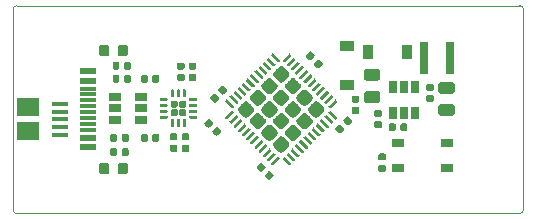
<source format=gtp>
G04 #@! TF.GenerationSoftware,KiCad,Pcbnew,5.1.0*
G04 #@! TF.CreationDate,2019-05-01T17:58:47+02:00*
G04 #@! TF.ProjectId,stm32f072PrototypingBoard,73746d33-3266-4303-9732-50726f746f74,rev?*
G04 #@! TF.SameCoordinates,Original*
G04 #@! TF.FileFunction,Paste,Top*
G04 #@! TF.FilePolarity,Positive*
%FSLAX46Y46*%
G04 Gerber Fmt 4.6, Leading zero omitted, Abs format (unit mm)*
G04 Created by KiCad (PCBNEW 5.1.0) date 2019-05-01 17:58:47*
%MOMM*%
%LPD*%
G04 APERTURE LIST*
%ADD10C,0.050000*%
%ADD11R,0.900000X1.200000*%
%ADD12R,0.800000X2.700000*%
%ADD13R,1.050000X0.650000*%
%ADD14R,1.200000X0.900000*%
%ADD15C,0.100000*%
%ADD16C,0.590000*%
%ADD17C,0.250000*%
%ADD18C,0.580000*%
%ADD19R,0.650000X1.060000*%
%ADD20C,1.130000*%
%ADD21R,1.060000X0.650000*%
%ADD22R,1.900000X1.500000*%
%ADD23R,1.350000X0.400000*%
%ADD24R,1.450000X0.600000*%
%ADD25R,1.450000X0.300000*%
%ADD26C,0.875000*%
%ADD27C,0.975000*%
G04 APERTURE END LIST*
D10*
X63200000Y-37100000D02*
G75*
G02X62900000Y-37400000I-300000J0D01*
G01*
X62900000Y-19800000D02*
G75*
G02X63200000Y-20100000I0J-300000D01*
G01*
X20000000Y-20100000D02*
G75*
G02X20300000Y-19800000I300000J0D01*
G01*
X20300000Y-37400000D02*
G75*
G02X20000000Y-37100000I0J300000D01*
G01*
X20000000Y-37100000D02*
X20000000Y-20100000D01*
X62900000Y-37400000D02*
X20300000Y-37400000D01*
X63200000Y-20100000D02*
X63200000Y-37100000D01*
X20300000Y-19800000D02*
X62900000Y-19800000D01*
D11*
X50050000Y-23700000D03*
X53350000Y-23700000D03*
D12*
X57000000Y-24200000D03*
X54800000Y-24200000D03*
D13*
X52625000Y-31437000D03*
X56775000Y-31437000D03*
X52625000Y-33587000D03*
X56775000Y-33587000D03*
D14*
X48300000Y-23250000D03*
X48300000Y-26550000D03*
D15*
G36*
X33786958Y-31590710D02*
G01*
X33801276Y-31592834D01*
X33815317Y-31596351D01*
X33828946Y-31601228D01*
X33842031Y-31607417D01*
X33854447Y-31614858D01*
X33866073Y-31623481D01*
X33876798Y-31633202D01*
X33886519Y-31643927D01*
X33895142Y-31655553D01*
X33902583Y-31667969D01*
X33908772Y-31681054D01*
X33913649Y-31694683D01*
X33917166Y-31708724D01*
X33919290Y-31723042D01*
X33920000Y-31737500D01*
X33920000Y-32032500D01*
X33919290Y-32046958D01*
X33917166Y-32061276D01*
X33913649Y-32075317D01*
X33908772Y-32088946D01*
X33902583Y-32102031D01*
X33895142Y-32114447D01*
X33886519Y-32126073D01*
X33876798Y-32136798D01*
X33866073Y-32146519D01*
X33854447Y-32155142D01*
X33842031Y-32162583D01*
X33828946Y-32168772D01*
X33815317Y-32173649D01*
X33801276Y-32177166D01*
X33786958Y-32179290D01*
X33772500Y-32180000D01*
X33427500Y-32180000D01*
X33413042Y-32179290D01*
X33398724Y-32177166D01*
X33384683Y-32173649D01*
X33371054Y-32168772D01*
X33357969Y-32162583D01*
X33345553Y-32155142D01*
X33333927Y-32146519D01*
X33323202Y-32136798D01*
X33313481Y-32126073D01*
X33304858Y-32114447D01*
X33297417Y-32102031D01*
X33291228Y-32088946D01*
X33286351Y-32075317D01*
X33282834Y-32061276D01*
X33280710Y-32046958D01*
X33280000Y-32032500D01*
X33280000Y-31737500D01*
X33280710Y-31723042D01*
X33282834Y-31708724D01*
X33286351Y-31694683D01*
X33291228Y-31681054D01*
X33297417Y-31667969D01*
X33304858Y-31655553D01*
X33313481Y-31643927D01*
X33323202Y-31633202D01*
X33333927Y-31623481D01*
X33345553Y-31614858D01*
X33357969Y-31607417D01*
X33371054Y-31601228D01*
X33384683Y-31596351D01*
X33398724Y-31592834D01*
X33413042Y-31590710D01*
X33427500Y-31590000D01*
X33772500Y-31590000D01*
X33786958Y-31590710D01*
X33786958Y-31590710D01*
G37*
D16*
X33600000Y-31885000D03*
D15*
G36*
X33786958Y-30620710D02*
G01*
X33801276Y-30622834D01*
X33815317Y-30626351D01*
X33828946Y-30631228D01*
X33842031Y-30637417D01*
X33854447Y-30644858D01*
X33866073Y-30653481D01*
X33876798Y-30663202D01*
X33886519Y-30673927D01*
X33895142Y-30685553D01*
X33902583Y-30697969D01*
X33908772Y-30711054D01*
X33913649Y-30724683D01*
X33917166Y-30738724D01*
X33919290Y-30753042D01*
X33920000Y-30767500D01*
X33920000Y-31062500D01*
X33919290Y-31076958D01*
X33917166Y-31091276D01*
X33913649Y-31105317D01*
X33908772Y-31118946D01*
X33902583Y-31132031D01*
X33895142Y-31144447D01*
X33886519Y-31156073D01*
X33876798Y-31166798D01*
X33866073Y-31176519D01*
X33854447Y-31185142D01*
X33842031Y-31192583D01*
X33828946Y-31198772D01*
X33815317Y-31203649D01*
X33801276Y-31207166D01*
X33786958Y-31209290D01*
X33772500Y-31210000D01*
X33427500Y-31210000D01*
X33413042Y-31209290D01*
X33398724Y-31207166D01*
X33384683Y-31203649D01*
X33371054Y-31198772D01*
X33357969Y-31192583D01*
X33345553Y-31185142D01*
X33333927Y-31176519D01*
X33323202Y-31166798D01*
X33313481Y-31156073D01*
X33304858Y-31144447D01*
X33297417Y-31132031D01*
X33291228Y-31118946D01*
X33286351Y-31105317D01*
X33282834Y-31091276D01*
X33280710Y-31076958D01*
X33280000Y-31062500D01*
X33280000Y-30767500D01*
X33280710Y-30753042D01*
X33282834Y-30738724D01*
X33286351Y-30724683D01*
X33291228Y-30711054D01*
X33297417Y-30697969D01*
X33304858Y-30685553D01*
X33313481Y-30673927D01*
X33323202Y-30663202D01*
X33333927Y-30653481D01*
X33345553Y-30644858D01*
X33357969Y-30637417D01*
X33371054Y-30631228D01*
X33384683Y-30626351D01*
X33398724Y-30622834D01*
X33413042Y-30620710D01*
X33427500Y-30620000D01*
X33772500Y-30620000D01*
X33786958Y-30620710D01*
X33786958Y-30620710D01*
G37*
D16*
X33600000Y-30915000D03*
D15*
G36*
X45875083Y-24369883D02*
G01*
X45889401Y-24372007D01*
X45903442Y-24375524D01*
X45917071Y-24380401D01*
X45930156Y-24386590D01*
X45942572Y-24394031D01*
X45954198Y-24402654D01*
X45964923Y-24412375D01*
X46173519Y-24620971D01*
X46183240Y-24631696D01*
X46191863Y-24643322D01*
X46199304Y-24655738D01*
X46205493Y-24668823D01*
X46210370Y-24682452D01*
X46213887Y-24696493D01*
X46216011Y-24710811D01*
X46216721Y-24725269D01*
X46216011Y-24739727D01*
X46213887Y-24754045D01*
X46210370Y-24768086D01*
X46205493Y-24781715D01*
X46199304Y-24794800D01*
X46191863Y-24807216D01*
X46183240Y-24818842D01*
X46173519Y-24829567D01*
X45929567Y-25073519D01*
X45918842Y-25083240D01*
X45907216Y-25091863D01*
X45894800Y-25099304D01*
X45881715Y-25105493D01*
X45868086Y-25110370D01*
X45854045Y-25113887D01*
X45839727Y-25116011D01*
X45825269Y-25116721D01*
X45810811Y-25116011D01*
X45796493Y-25113887D01*
X45782452Y-25110370D01*
X45768823Y-25105493D01*
X45755738Y-25099304D01*
X45743322Y-25091863D01*
X45731696Y-25083240D01*
X45720971Y-25073519D01*
X45512375Y-24864923D01*
X45502654Y-24854198D01*
X45494031Y-24842572D01*
X45486590Y-24830156D01*
X45480401Y-24817071D01*
X45475524Y-24803442D01*
X45472007Y-24789401D01*
X45469883Y-24775083D01*
X45469173Y-24760625D01*
X45469883Y-24746167D01*
X45472007Y-24731849D01*
X45475524Y-24717808D01*
X45480401Y-24704179D01*
X45486590Y-24691094D01*
X45494031Y-24678678D01*
X45502654Y-24667052D01*
X45512375Y-24656327D01*
X45756327Y-24412375D01*
X45767052Y-24402654D01*
X45778678Y-24394031D01*
X45791094Y-24386590D01*
X45804179Y-24380401D01*
X45817808Y-24375524D01*
X45831849Y-24372007D01*
X45846167Y-24369883D01*
X45860625Y-24369173D01*
X45875083Y-24369883D01*
X45875083Y-24369883D01*
G37*
D16*
X45842947Y-24742947D03*
D15*
G36*
X45189189Y-23683989D02*
G01*
X45203507Y-23686113D01*
X45217548Y-23689630D01*
X45231177Y-23694507D01*
X45244262Y-23700696D01*
X45256678Y-23708137D01*
X45268304Y-23716760D01*
X45279029Y-23726481D01*
X45487625Y-23935077D01*
X45497346Y-23945802D01*
X45505969Y-23957428D01*
X45513410Y-23969844D01*
X45519599Y-23982929D01*
X45524476Y-23996558D01*
X45527993Y-24010599D01*
X45530117Y-24024917D01*
X45530827Y-24039375D01*
X45530117Y-24053833D01*
X45527993Y-24068151D01*
X45524476Y-24082192D01*
X45519599Y-24095821D01*
X45513410Y-24108906D01*
X45505969Y-24121322D01*
X45497346Y-24132948D01*
X45487625Y-24143673D01*
X45243673Y-24387625D01*
X45232948Y-24397346D01*
X45221322Y-24405969D01*
X45208906Y-24413410D01*
X45195821Y-24419599D01*
X45182192Y-24424476D01*
X45168151Y-24427993D01*
X45153833Y-24430117D01*
X45139375Y-24430827D01*
X45124917Y-24430117D01*
X45110599Y-24427993D01*
X45096558Y-24424476D01*
X45082929Y-24419599D01*
X45069844Y-24413410D01*
X45057428Y-24405969D01*
X45045802Y-24397346D01*
X45035077Y-24387625D01*
X44826481Y-24179029D01*
X44816760Y-24168304D01*
X44808137Y-24156678D01*
X44800696Y-24144262D01*
X44794507Y-24131177D01*
X44789630Y-24117548D01*
X44786113Y-24103507D01*
X44783989Y-24089189D01*
X44783279Y-24074731D01*
X44783989Y-24060273D01*
X44786113Y-24045955D01*
X44789630Y-24031914D01*
X44794507Y-24018285D01*
X44800696Y-24005200D01*
X44808137Y-23992784D01*
X44816760Y-23981158D01*
X44826481Y-23970433D01*
X45070433Y-23726481D01*
X45081158Y-23716760D01*
X45092784Y-23708137D01*
X45105200Y-23700696D01*
X45118285Y-23694507D01*
X45131914Y-23689630D01*
X45145955Y-23686113D01*
X45160273Y-23683989D01*
X45174731Y-23683279D01*
X45189189Y-23683989D01*
X45189189Y-23683989D01*
G37*
D16*
X45157053Y-24057053D03*
D15*
G36*
X34786958Y-31590710D02*
G01*
X34801276Y-31592834D01*
X34815317Y-31596351D01*
X34828946Y-31601228D01*
X34842031Y-31607417D01*
X34854447Y-31614858D01*
X34866073Y-31623481D01*
X34876798Y-31633202D01*
X34886519Y-31643927D01*
X34895142Y-31655553D01*
X34902583Y-31667969D01*
X34908772Y-31681054D01*
X34913649Y-31694683D01*
X34917166Y-31708724D01*
X34919290Y-31723042D01*
X34920000Y-31737500D01*
X34920000Y-32032500D01*
X34919290Y-32046958D01*
X34917166Y-32061276D01*
X34913649Y-32075317D01*
X34908772Y-32088946D01*
X34902583Y-32102031D01*
X34895142Y-32114447D01*
X34886519Y-32126073D01*
X34876798Y-32136798D01*
X34866073Y-32146519D01*
X34854447Y-32155142D01*
X34842031Y-32162583D01*
X34828946Y-32168772D01*
X34815317Y-32173649D01*
X34801276Y-32177166D01*
X34786958Y-32179290D01*
X34772500Y-32180000D01*
X34427500Y-32180000D01*
X34413042Y-32179290D01*
X34398724Y-32177166D01*
X34384683Y-32173649D01*
X34371054Y-32168772D01*
X34357969Y-32162583D01*
X34345553Y-32155142D01*
X34333927Y-32146519D01*
X34323202Y-32136798D01*
X34313481Y-32126073D01*
X34304858Y-32114447D01*
X34297417Y-32102031D01*
X34291228Y-32088946D01*
X34286351Y-32075317D01*
X34282834Y-32061276D01*
X34280710Y-32046958D01*
X34280000Y-32032500D01*
X34280000Y-31737500D01*
X34280710Y-31723042D01*
X34282834Y-31708724D01*
X34286351Y-31694683D01*
X34291228Y-31681054D01*
X34297417Y-31667969D01*
X34304858Y-31655553D01*
X34313481Y-31643927D01*
X34323202Y-31633202D01*
X34333927Y-31623481D01*
X34345553Y-31614858D01*
X34357969Y-31607417D01*
X34371054Y-31601228D01*
X34384683Y-31596351D01*
X34398724Y-31592834D01*
X34413042Y-31590710D01*
X34427500Y-31590000D01*
X34772500Y-31590000D01*
X34786958Y-31590710D01*
X34786958Y-31590710D01*
G37*
D16*
X34600000Y-31885000D03*
D15*
G36*
X34786958Y-30620710D02*
G01*
X34801276Y-30622834D01*
X34815317Y-30626351D01*
X34828946Y-30631228D01*
X34842031Y-30637417D01*
X34854447Y-30644858D01*
X34866073Y-30653481D01*
X34876798Y-30663202D01*
X34886519Y-30673927D01*
X34895142Y-30685553D01*
X34902583Y-30697969D01*
X34908772Y-30711054D01*
X34913649Y-30724683D01*
X34917166Y-30738724D01*
X34919290Y-30753042D01*
X34920000Y-30767500D01*
X34920000Y-31062500D01*
X34919290Y-31076958D01*
X34917166Y-31091276D01*
X34913649Y-31105317D01*
X34908772Y-31118946D01*
X34902583Y-31132031D01*
X34895142Y-31144447D01*
X34886519Y-31156073D01*
X34876798Y-31166798D01*
X34866073Y-31176519D01*
X34854447Y-31185142D01*
X34842031Y-31192583D01*
X34828946Y-31198772D01*
X34815317Y-31203649D01*
X34801276Y-31207166D01*
X34786958Y-31209290D01*
X34772500Y-31210000D01*
X34427500Y-31210000D01*
X34413042Y-31209290D01*
X34398724Y-31207166D01*
X34384683Y-31203649D01*
X34371054Y-31198772D01*
X34357969Y-31192583D01*
X34345553Y-31185142D01*
X34333927Y-31176519D01*
X34323202Y-31166798D01*
X34313481Y-31156073D01*
X34304858Y-31144447D01*
X34297417Y-31132031D01*
X34291228Y-31118946D01*
X34286351Y-31105317D01*
X34282834Y-31091276D01*
X34280710Y-31076958D01*
X34280000Y-31062500D01*
X34280000Y-30767500D01*
X34280710Y-30753042D01*
X34282834Y-30738724D01*
X34286351Y-30724683D01*
X34291228Y-30711054D01*
X34297417Y-30697969D01*
X34304858Y-30685553D01*
X34313481Y-30673927D01*
X34323202Y-30663202D01*
X34333927Y-30653481D01*
X34345553Y-30644858D01*
X34357969Y-30637417D01*
X34371054Y-30631228D01*
X34384683Y-30626351D01*
X34398724Y-30622834D01*
X34413042Y-30620710D01*
X34427500Y-30620000D01*
X34772500Y-30620000D01*
X34786958Y-30620710D01*
X34786958Y-30620710D01*
G37*
D16*
X34600000Y-30915000D03*
D15*
G36*
X37739727Y-26583989D02*
G01*
X37754045Y-26586113D01*
X37768086Y-26589630D01*
X37781715Y-26594507D01*
X37794800Y-26600696D01*
X37807216Y-26608137D01*
X37818842Y-26616760D01*
X37829567Y-26626481D01*
X38073519Y-26870433D01*
X38083240Y-26881158D01*
X38091863Y-26892784D01*
X38099304Y-26905200D01*
X38105493Y-26918285D01*
X38110370Y-26931914D01*
X38113887Y-26945955D01*
X38116011Y-26960273D01*
X38116721Y-26974731D01*
X38116011Y-26989189D01*
X38113887Y-27003507D01*
X38110370Y-27017548D01*
X38105493Y-27031177D01*
X38099304Y-27044262D01*
X38091863Y-27056678D01*
X38083240Y-27068304D01*
X38073519Y-27079029D01*
X37864923Y-27287625D01*
X37854198Y-27297346D01*
X37842572Y-27305969D01*
X37830156Y-27313410D01*
X37817071Y-27319599D01*
X37803442Y-27324476D01*
X37789401Y-27327993D01*
X37775083Y-27330117D01*
X37760625Y-27330827D01*
X37746167Y-27330117D01*
X37731849Y-27327993D01*
X37717808Y-27324476D01*
X37704179Y-27319599D01*
X37691094Y-27313410D01*
X37678678Y-27305969D01*
X37667052Y-27297346D01*
X37656327Y-27287625D01*
X37412375Y-27043673D01*
X37402654Y-27032948D01*
X37394031Y-27021322D01*
X37386590Y-27008906D01*
X37380401Y-26995821D01*
X37375524Y-26982192D01*
X37372007Y-26968151D01*
X37369883Y-26953833D01*
X37369173Y-26939375D01*
X37369883Y-26924917D01*
X37372007Y-26910599D01*
X37375524Y-26896558D01*
X37380401Y-26882929D01*
X37386590Y-26869844D01*
X37394031Y-26857428D01*
X37402654Y-26845802D01*
X37412375Y-26835077D01*
X37620971Y-26626481D01*
X37631696Y-26616760D01*
X37643322Y-26608137D01*
X37655738Y-26600696D01*
X37668823Y-26594507D01*
X37682452Y-26589630D01*
X37696493Y-26586113D01*
X37710811Y-26583989D01*
X37725269Y-26583279D01*
X37739727Y-26583989D01*
X37739727Y-26583989D01*
G37*
D16*
X37742947Y-26957053D03*
D15*
G36*
X37053833Y-27269883D02*
G01*
X37068151Y-27272007D01*
X37082192Y-27275524D01*
X37095821Y-27280401D01*
X37108906Y-27286590D01*
X37121322Y-27294031D01*
X37132948Y-27302654D01*
X37143673Y-27312375D01*
X37387625Y-27556327D01*
X37397346Y-27567052D01*
X37405969Y-27578678D01*
X37413410Y-27591094D01*
X37419599Y-27604179D01*
X37424476Y-27617808D01*
X37427993Y-27631849D01*
X37430117Y-27646167D01*
X37430827Y-27660625D01*
X37430117Y-27675083D01*
X37427993Y-27689401D01*
X37424476Y-27703442D01*
X37419599Y-27717071D01*
X37413410Y-27730156D01*
X37405969Y-27742572D01*
X37397346Y-27754198D01*
X37387625Y-27764923D01*
X37179029Y-27973519D01*
X37168304Y-27983240D01*
X37156678Y-27991863D01*
X37144262Y-27999304D01*
X37131177Y-28005493D01*
X37117548Y-28010370D01*
X37103507Y-28013887D01*
X37089189Y-28016011D01*
X37074731Y-28016721D01*
X37060273Y-28016011D01*
X37045955Y-28013887D01*
X37031914Y-28010370D01*
X37018285Y-28005493D01*
X37005200Y-27999304D01*
X36992784Y-27991863D01*
X36981158Y-27983240D01*
X36970433Y-27973519D01*
X36726481Y-27729567D01*
X36716760Y-27718842D01*
X36708137Y-27707216D01*
X36700696Y-27694800D01*
X36694507Y-27681715D01*
X36689630Y-27668086D01*
X36686113Y-27654045D01*
X36683989Y-27639727D01*
X36683279Y-27625269D01*
X36683989Y-27610811D01*
X36686113Y-27596493D01*
X36689630Y-27582452D01*
X36694507Y-27568823D01*
X36700696Y-27555738D01*
X36708137Y-27543322D01*
X36716760Y-27531696D01*
X36726481Y-27520971D01*
X36935077Y-27312375D01*
X36945802Y-27302654D01*
X36957428Y-27294031D01*
X36969844Y-27286590D01*
X36982929Y-27280401D01*
X36996558Y-27275524D01*
X37010599Y-27272007D01*
X37024917Y-27269883D01*
X37039375Y-27269173D01*
X37053833Y-27269883D01*
X37053833Y-27269883D01*
G37*
D16*
X37057053Y-27642947D03*
D15*
G36*
X41032136Y-33126936D02*
G01*
X41046454Y-33129060D01*
X41060495Y-33132577D01*
X41074124Y-33137454D01*
X41087209Y-33143643D01*
X41099625Y-33151084D01*
X41111251Y-33159707D01*
X41121976Y-33169428D01*
X41330572Y-33378024D01*
X41340293Y-33388749D01*
X41348916Y-33400375D01*
X41356357Y-33412791D01*
X41362546Y-33425876D01*
X41367423Y-33439505D01*
X41370940Y-33453546D01*
X41373064Y-33467864D01*
X41373774Y-33482322D01*
X41373064Y-33496780D01*
X41370940Y-33511098D01*
X41367423Y-33525139D01*
X41362546Y-33538768D01*
X41356357Y-33551853D01*
X41348916Y-33564269D01*
X41340293Y-33575895D01*
X41330572Y-33586620D01*
X41086620Y-33830572D01*
X41075895Y-33840293D01*
X41064269Y-33848916D01*
X41051853Y-33856357D01*
X41038768Y-33862546D01*
X41025139Y-33867423D01*
X41011098Y-33870940D01*
X40996780Y-33873064D01*
X40982322Y-33873774D01*
X40967864Y-33873064D01*
X40953546Y-33870940D01*
X40939505Y-33867423D01*
X40925876Y-33862546D01*
X40912791Y-33856357D01*
X40900375Y-33848916D01*
X40888749Y-33840293D01*
X40878024Y-33830572D01*
X40669428Y-33621976D01*
X40659707Y-33611251D01*
X40651084Y-33599625D01*
X40643643Y-33587209D01*
X40637454Y-33574124D01*
X40632577Y-33560495D01*
X40629060Y-33546454D01*
X40626936Y-33532136D01*
X40626226Y-33517678D01*
X40626936Y-33503220D01*
X40629060Y-33488902D01*
X40632577Y-33474861D01*
X40637454Y-33461232D01*
X40643643Y-33448147D01*
X40651084Y-33435731D01*
X40659707Y-33424105D01*
X40669428Y-33413380D01*
X40913380Y-33169428D01*
X40924105Y-33159707D01*
X40935731Y-33151084D01*
X40948147Y-33143643D01*
X40961232Y-33137454D01*
X40974861Y-33132577D01*
X40988902Y-33129060D01*
X41003220Y-33126936D01*
X41017678Y-33126226D01*
X41032136Y-33126936D01*
X41032136Y-33126936D01*
G37*
D16*
X41000000Y-33500000D03*
D15*
G36*
X41718030Y-33812830D02*
G01*
X41732348Y-33814954D01*
X41746389Y-33818471D01*
X41760018Y-33823348D01*
X41773103Y-33829537D01*
X41785519Y-33836978D01*
X41797145Y-33845601D01*
X41807870Y-33855322D01*
X42016466Y-34063918D01*
X42026187Y-34074643D01*
X42034810Y-34086269D01*
X42042251Y-34098685D01*
X42048440Y-34111770D01*
X42053317Y-34125399D01*
X42056834Y-34139440D01*
X42058958Y-34153758D01*
X42059668Y-34168216D01*
X42058958Y-34182674D01*
X42056834Y-34196992D01*
X42053317Y-34211033D01*
X42048440Y-34224662D01*
X42042251Y-34237747D01*
X42034810Y-34250163D01*
X42026187Y-34261789D01*
X42016466Y-34272514D01*
X41772514Y-34516466D01*
X41761789Y-34526187D01*
X41750163Y-34534810D01*
X41737747Y-34542251D01*
X41724662Y-34548440D01*
X41711033Y-34553317D01*
X41696992Y-34556834D01*
X41682674Y-34558958D01*
X41668216Y-34559668D01*
X41653758Y-34558958D01*
X41639440Y-34556834D01*
X41625399Y-34553317D01*
X41611770Y-34548440D01*
X41598685Y-34542251D01*
X41586269Y-34534810D01*
X41574643Y-34526187D01*
X41563918Y-34516466D01*
X41355322Y-34307870D01*
X41345601Y-34297145D01*
X41336978Y-34285519D01*
X41329537Y-34273103D01*
X41323348Y-34260018D01*
X41318471Y-34246389D01*
X41314954Y-34232348D01*
X41312830Y-34218030D01*
X41312120Y-34203572D01*
X41312830Y-34189114D01*
X41314954Y-34174796D01*
X41318471Y-34160755D01*
X41323348Y-34147126D01*
X41329537Y-34134041D01*
X41336978Y-34121625D01*
X41345601Y-34109999D01*
X41355322Y-34099274D01*
X41599274Y-33855322D01*
X41609999Y-33845601D01*
X41621625Y-33836978D01*
X41634041Y-33829537D01*
X41647126Y-33823348D01*
X41660755Y-33818471D01*
X41674796Y-33814954D01*
X41689114Y-33812830D01*
X41703572Y-33812120D01*
X41718030Y-33812830D01*
X41718030Y-33812830D01*
G37*
D16*
X41685894Y-34185894D03*
D15*
G36*
X47653833Y-29869883D02*
G01*
X47668151Y-29872007D01*
X47682192Y-29875524D01*
X47695821Y-29880401D01*
X47708906Y-29886590D01*
X47721322Y-29894031D01*
X47732948Y-29902654D01*
X47743673Y-29912375D01*
X47987625Y-30156327D01*
X47997346Y-30167052D01*
X48005969Y-30178678D01*
X48013410Y-30191094D01*
X48019599Y-30204179D01*
X48024476Y-30217808D01*
X48027993Y-30231849D01*
X48030117Y-30246167D01*
X48030827Y-30260625D01*
X48030117Y-30275083D01*
X48027993Y-30289401D01*
X48024476Y-30303442D01*
X48019599Y-30317071D01*
X48013410Y-30330156D01*
X48005969Y-30342572D01*
X47997346Y-30354198D01*
X47987625Y-30364923D01*
X47779029Y-30573519D01*
X47768304Y-30583240D01*
X47756678Y-30591863D01*
X47744262Y-30599304D01*
X47731177Y-30605493D01*
X47717548Y-30610370D01*
X47703507Y-30613887D01*
X47689189Y-30616011D01*
X47674731Y-30616721D01*
X47660273Y-30616011D01*
X47645955Y-30613887D01*
X47631914Y-30610370D01*
X47618285Y-30605493D01*
X47605200Y-30599304D01*
X47592784Y-30591863D01*
X47581158Y-30583240D01*
X47570433Y-30573519D01*
X47326481Y-30329567D01*
X47316760Y-30318842D01*
X47308137Y-30307216D01*
X47300696Y-30294800D01*
X47294507Y-30281715D01*
X47289630Y-30268086D01*
X47286113Y-30254045D01*
X47283989Y-30239727D01*
X47283279Y-30225269D01*
X47283989Y-30210811D01*
X47286113Y-30196493D01*
X47289630Y-30182452D01*
X47294507Y-30168823D01*
X47300696Y-30155738D01*
X47308137Y-30143322D01*
X47316760Y-30131696D01*
X47326481Y-30120971D01*
X47535077Y-29912375D01*
X47545802Y-29902654D01*
X47557428Y-29894031D01*
X47569844Y-29886590D01*
X47582929Y-29880401D01*
X47596558Y-29875524D01*
X47610599Y-29872007D01*
X47624917Y-29869883D01*
X47639375Y-29869173D01*
X47653833Y-29869883D01*
X47653833Y-29869883D01*
G37*
D16*
X47657053Y-30242947D03*
D15*
G36*
X48339727Y-29183989D02*
G01*
X48354045Y-29186113D01*
X48368086Y-29189630D01*
X48381715Y-29194507D01*
X48394800Y-29200696D01*
X48407216Y-29208137D01*
X48418842Y-29216760D01*
X48429567Y-29226481D01*
X48673519Y-29470433D01*
X48683240Y-29481158D01*
X48691863Y-29492784D01*
X48699304Y-29505200D01*
X48705493Y-29518285D01*
X48710370Y-29531914D01*
X48713887Y-29545955D01*
X48716011Y-29560273D01*
X48716721Y-29574731D01*
X48716011Y-29589189D01*
X48713887Y-29603507D01*
X48710370Y-29617548D01*
X48705493Y-29631177D01*
X48699304Y-29644262D01*
X48691863Y-29656678D01*
X48683240Y-29668304D01*
X48673519Y-29679029D01*
X48464923Y-29887625D01*
X48454198Y-29897346D01*
X48442572Y-29905969D01*
X48430156Y-29913410D01*
X48417071Y-29919599D01*
X48403442Y-29924476D01*
X48389401Y-29927993D01*
X48375083Y-29930117D01*
X48360625Y-29930827D01*
X48346167Y-29930117D01*
X48331849Y-29927993D01*
X48317808Y-29924476D01*
X48304179Y-29919599D01*
X48291094Y-29913410D01*
X48278678Y-29905969D01*
X48267052Y-29897346D01*
X48256327Y-29887625D01*
X48012375Y-29643673D01*
X48002654Y-29632948D01*
X47994031Y-29621322D01*
X47986590Y-29608906D01*
X47980401Y-29595821D01*
X47975524Y-29582192D01*
X47972007Y-29568151D01*
X47969883Y-29553833D01*
X47969173Y-29539375D01*
X47969883Y-29524917D01*
X47972007Y-29510599D01*
X47975524Y-29496558D01*
X47980401Y-29482929D01*
X47986590Y-29469844D01*
X47994031Y-29457428D01*
X48002654Y-29445802D01*
X48012375Y-29435077D01*
X48220971Y-29226481D01*
X48231696Y-29216760D01*
X48243322Y-29208137D01*
X48255738Y-29200696D01*
X48268823Y-29194507D01*
X48282452Y-29189630D01*
X48296493Y-29186113D01*
X48310811Y-29183989D01*
X48325269Y-29183279D01*
X48339727Y-29183989D01*
X48339727Y-29183989D01*
G37*
D16*
X48342947Y-29557053D03*
D15*
G36*
X55486958Y-26420710D02*
G01*
X55501276Y-26422834D01*
X55515317Y-26426351D01*
X55528946Y-26431228D01*
X55542031Y-26437417D01*
X55554447Y-26444858D01*
X55566073Y-26453481D01*
X55576798Y-26463202D01*
X55586519Y-26473927D01*
X55595142Y-26485553D01*
X55602583Y-26497969D01*
X55608772Y-26511054D01*
X55613649Y-26524683D01*
X55617166Y-26538724D01*
X55619290Y-26553042D01*
X55620000Y-26567500D01*
X55620000Y-26862500D01*
X55619290Y-26876958D01*
X55617166Y-26891276D01*
X55613649Y-26905317D01*
X55608772Y-26918946D01*
X55602583Y-26932031D01*
X55595142Y-26944447D01*
X55586519Y-26956073D01*
X55576798Y-26966798D01*
X55566073Y-26976519D01*
X55554447Y-26985142D01*
X55542031Y-26992583D01*
X55528946Y-26998772D01*
X55515317Y-27003649D01*
X55501276Y-27007166D01*
X55486958Y-27009290D01*
X55472500Y-27010000D01*
X55127500Y-27010000D01*
X55113042Y-27009290D01*
X55098724Y-27007166D01*
X55084683Y-27003649D01*
X55071054Y-26998772D01*
X55057969Y-26992583D01*
X55045553Y-26985142D01*
X55033927Y-26976519D01*
X55023202Y-26966798D01*
X55013481Y-26956073D01*
X55004858Y-26944447D01*
X54997417Y-26932031D01*
X54991228Y-26918946D01*
X54986351Y-26905317D01*
X54982834Y-26891276D01*
X54980710Y-26876958D01*
X54980000Y-26862500D01*
X54980000Y-26567500D01*
X54980710Y-26553042D01*
X54982834Y-26538724D01*
X54986351Y-26524683D01*
X54991228Y-26511054D01*
X54997417Y-26497969D01*
X55004858Y-26485553D01*
X55013481Y-26473927D01*
X55023202Y-26463202D01*
X55033927Y-26453481D01*
X55045553Y-26444858D01*
X55057969Y-26437417D01*
X55071054Y-26431228D01*
X55084683Y-26426351D01*
X55098724Y-26422834D01*
X55113042Y-26420710D01*
X55127500Y-26420000D01*
X55472500Y-26420000D01*
X55486958Y-26420710D01*
X55486958Y-26420710D01*
G37*
D16*
X55300000Y-26715000D03*
D15*
G36*
X55486958Y-27390710D02*
G01*
X55501276Y-27392834D01*
X55515317Y-27396351D01*
X55528946Y-27401228D01*
X55542031Y-27407417D01*
X55554447Y-27414858D01*
X55566073Y-27423481D01*
X55576798Y-27433202D01*
X55586519Y-27443927D01*
X55595142Y-27455553D01*
X55602583Y-27467969D01*
X55608772Y-27481054D01*
X55613649Y-27494683D01*
X55617166Y-27508724D01*
X55619290Y-27523042D01*
X55620000Y-27537500D01*
X55620000Y-27832500D01*
X55619290Y-27846958D01*
X55617166Y-27861276D01*
X55613649Y-27875317D01*
X55608772Y-27888946D01*
X55602583Y-27902031D01*
X55595142Y-27914447D01*
X55586519Y-27926073D01*
X55576798Y-27936798D01*
X55566073Y-27946519D01*
X55554447Y-27955142D01*
X55542031Y-27962583D01*
X55528946Y-27968772D01*
X55515317Y-27973649D01*
X55501276Y-27977166D01*
X55486958Y-27979290D01*
X55472500Y-27980000D01*
X55127500Y-27980000D01*
X55113042Y-27979290D01*
X55098724Y-27977166D01*
X55084683Y-27973649D01*
X55071054Y-27968772D01*
X55057969Y-27962583D01*
X55045553Y-27955142D01*
X55033927Y-27946519D01*
X55023202Y-27936798D01*
X55013481Y-27926073D01*
X55004858Y-27914447D01*
X54997417Y-27902031D01*
X54991228Y-27888946D01*
X54986351Y-27875317D01*
X54982834Y-27861276D01*
X54980710Y-27846958D01*
X54980000Y-27832500D01*
X54980000Y-27537500D01*
X54980710Y-27523042D01*
X54982834Y-27508724D01*
X54986351Y-27494683D01*
X54991228Y-27481054D01*
X54997417Y-27467969D01*
X55004858Y-27455553D01*
X55013481Y-27443927D01*
X55023202Y-27433202D01*
X55033927Y-27423481D01*
X55045553Y-27414858D01*
X55057969Y-27407417D01*
X55071054Y-27401228D01*
X55084683Y-27396351D01*
X55098724Y-27392834D01*
X55113042Y-27390710D01*
X55127500Y-27390000D01*
X55472500Y-27390000D01*
X55486958Y-27390710D01*
X55486958Y-27390710D01*
G37*
D16*
X55300000Y-27685000D03*
D15*
G36*
X49186958Y-28390710D02*
G01*
X49201276Y-28392834D01*
X49215317Y-28396351D01*
X49228946Y-28401228D01*
X49242031Y-28407417D01*
X49254447Y-28414858D01*
X49266073Y-28423481D01*
X49276798Y-28433202D01*
X49286519Y-28443927D01*
X49295142Y-28455553D01*
X49302583Y-28467969D01*
X49308772Y-28481054D01*
X49313649Y-28494683D01*
X49317166Y-28508724D01*
X49319290Y-28523042D01*
X49320000Y-28537500D01*
X49320000Y-28832500D01*
X49319290Y-28846958D01*
X49317166Y-28861276D01*
X49313649Y-28875317D01*
X49308772Y-28888946D01*
X49302583Y-28902031D01*
X49295142Y-28914447D01*
X49286519Y-28926073D01*
X49276798Y-28936798D01*
X49266073Y-28946519D01*
X49254447Y-28955142D01*
X49242031Y-28962583D01*
X49228946Y-28968772D01*
X49215317Y-28973649D01*
X49201276Y-28977166D01*
X49186958Y-28979290D01*
X49172500Y-28980000D01*
X48827500Y-28980000D01*
X48813042Y-28979290D01*
X48798724Y-28977166D01*
X48784683Y-28973649D01*
X48771054Y-28968772D01*
X48757969Y-28962583D01*
X48745553Y-28955142D01*
X48733927Y-28946519D01*
X48723202Y-28936798D01*
X48713481Y-28926073D01*
X48704858Y-28914447D01*
X48697417Y-28902031D01*
X48691228Y-28888946D01*
X48686351Y-28875317D01*
X48682834Y-28861276D01*
X48680710Y-28846958D01*
X48680000Y-28832500D01*
X48680000Y-28537500D01*
X48680710Y-28523042D01*
X48682834Y-28508724D01*
X48686351Y-28494683D01*
X48691228Y-28481054D01*
X48697417Y-28467969D01*
X48704858Y-28455553D01*
X48713481Y-28443927D01*
X48723202Y-28433202D01*
X48733927Y-28423481D01*
X48745553Y-28414858D01*
X48757969Y-28407417D01*
X48771054Y-28401228D01*
X48784683Y-28396351D01*
X48798724Y-28392834D01*
X48813042Y-28390710D01*
X48827500Y-28390000D01*
X49172500Y-28390000D01*
X49186958Y-28390710D01*
X49186958Y-28390710D01*
G37*
D16*
X49000000Y-28685000D03*
D15*
G36*
X49186958Y-27420710D02*
G01*
X49201276Y-27422834D01*
X49215317Y-27426351D01*
X49228946Y-27431228D01*
X49242031Y-27437417D01*
X49254447Y-27444858D01*
X49266073Y-27453481D01*
X49276798Y-27463202D01*
X49286519Y-27473927D01*
X49295142Y-27485553D01*
X49302583Y-27497969D01*
X49308772Y-27511054D01*
X49313649Y-27524683D01*
X49317166Y-27538724D01*
X49319290Y-27553042D01*
X49320000Y-27567500D01*
X49320000Y-27862500D01*
X49319290Y-27876958D01*
X49317166Y-27891276D01*
X49313649Y-27905317D01*
X49308772Y-27918946D01*
X49302583Y-27932031D01*
X49295142Y-27944447D01*
X49286519Y-27956073D01*
X49276798Y-27966798D01*
X49266073Y-27976519D01*
X49254447Y-27985142D01*
X49242031Y-27992583D01*
X49228946Y-27998772D01*
X49215317Y-28003649D01*
X49201276Y-28007166D01*
X49186958Y-28009290D01*
X49172500Y-28010000D01*
X48827500Y-28010000D01*
X48813042Y-28009290D01*
X48798724Y-28007166D01*
X48784683Y-28003649D01*
X48771054Y-27998772D01*
X48757969Y-27992583D01*
X48745553Y-27985142D01*
X48733927Y-27976519D01*
X48723202Y-27966798D01*
X48713481Y-27956073D01*
X48704858Y-27944447D01*
X48697417Y-27932031D01*
X48691228Y-27918946D01*
X48686351Y-27905317D01*
X48682834Y-27891276D01*
X48680710Y-27876958D01*
X48680000Y-27862500D01*
X48680000Y-27567500D01*
X48680710Y-27553042D01*
X48682834Y-27538724D01*
X48686351Y-27524683D01*
X48691228Y-27511054D01*
X48697417Y-27497969D01*
X48704858Y-27485553D01*
X48713481Y-27473927D01*
X48723202Y-27463202D01*
X48733927Y-27453481D01*
X48745553Y-27444858D01*
X48757969Y-27437417D01*
X48771054Y-27431228D01*
X48784683Y-27426351D01*
X48798724Y-27422834D01*
X48813042Y-27420710D01*
X48827500Y-27420000D01*
X49172500Y-27420000D01*
X49186958Y-27420710D01*
X49186958Y-27420710D01*
G37*
D16*
X49000000Y-27715000D03*
D15*
G36*
X37275083Y-30069883D02*
G01*
X37289401Y-30072007D01*
X37303442Y-30075524D01*
X37317071Y-30080401D01*
X37330156Y-30086590D01*
X37342572Y-30094031D01*
X37354198Y-30102654D01*
X37364923Y-30112375D01*
X37573519Y-30320971D01*
X37583240Y-30331696D01*
X37591863Y-30343322D01*
X37599304Y-30355738D01*
X37605493Y-30368823D01*
X37610370Y-30382452D01*
X37613887Y-30396493D01*
X37616011Y-30410811D01*
X37616721Y-30425269D01*
X37616011Y-30439727D01*
X37613887Y-30454045D01*
X37610370Y-30468086D01*
X37605493Y-30481715D01*
X37599304Y-30494800D01*
X37591863Y-30507216D01*
X37583240Y-30518842D01*
X37573519Y-30529567D01*
X37329567Y-30773519D01*
X37318842Y-30783240D01*
X37307216Y-30791863D01*
X37294800Y-30799304D01*
X37281715Y-30805493D01*
X37268086Y-30810370D01*
X37254045Y-30813887D01*
X37239727Y-30816011D01*
X37225269Y-30816721D01*
X37210811Y-30816011D01*
X37196493Y-30813887D01*
X37182452Y-30810370D01*
X37168823Y-30805493D01*
X37155738Y-30799304D01*
X37143322Y-30791863D01*
X37131696Y-30783240D01*
X37120971Y-30773519D01*
X36912375Y-30564923D01*
X36902654Y-30554198D01*
X36894031Y-30542572D01*
X36886590Y-30530156D01*
X36880401Y-30517071D01*
X36875524Y-30503442D01*
X36872007Y-30489401D01*
X36869883Y-30475083D01*
X36869173Y-30460625D01*
X36869883Y-30446167D01*
X36872007Y-30431849D01*
X36875524Y-30417808D01*
X36880401Y-30404179D01*
X36886590Y-30391094D01*
X36894031Y-30378678D01*
X36902654Y-30367052D01*
X36912375Y-30356327D01*
X37156327Y-30112375D01*
X37167052Y-30102654D01*
X37178678Y-30094031D01*
X37191094Y-30086590D01*
X37204179Y-30080401D01*
X37217808Y-30075524D01*
X37231849Y-30072007D01*
X37246167Y-30069883D01*
X37260625Y-30069173D01*
X37275083Y-30069883D01*
X37275083Y-30069883D01*
G37*
D16*
X37242947Y-30442947D03*
D15*
G36*
X36589189Y-29383989D02*
G01*
X36603507Y-29386113D01*
X36617548Y-29389630D01*
X36631177Y-29394507D01*
X36644262Y-29400696D01*
X36656678Y-29408137D01*
X36668304Y-29416760D01*
X36679029Y-29426481D01*
X36887625Y-29635077D01*
X36897346Y-29645802D01*
X36905969Y-29657428D01*
X36913410Y-29669844D01*
X36919599Y-29682929D01*
X36924476Y-29696558D01*
X36927993Y-29710599D01*
X36930117Y-29724917D01*
X36930827Y-29739375D01*
X36930117Y-29753833D01*
X36927993Y-29768151D01*
X36924476Y-29782192D01*
X36919599Y-29795821D01*
X36913410Y-29808906D01*
X36905969Y-29821322D01*
X36897346Y-29832948D01*
X36887625Y-29843673D01*
X36643673Y-30087625D01*
X36632948Y-30097346D01*
X36621322Y-30105969D01*
X36608906Y-30113410D01*
X36595821Y-30119599D01*
X36582192Y-30124476D01*
X36568151Y-30127993D01*
X36553833Y-30130117D01*
X36539375Y-30130827D01*
X36524917Y-30130117D01*
X36510599Y-30127993D01*
X36496558Y-30124476D01*
X36482929Y-30119599D01*
X36469844Y-30113410D01*
X36457428Y-30105969D01*
X36445802Y-30097346D01*
X36435077Y-30087625D01*
X36226481Y-29879029D01*
X36216760Y-29868304D01*
X36208137Y-29856678D01*
X36200696Y-29844262D01*
X36194507Y-29831177D01*
X36189630Y-29817548D01*
X36186113Y-29803507D01*
X36183989Y-29789189D01*
X36183279Y-29774731D01*
X36183989Y-29760273D01*
X36186113Y-29745955D01*
X36189630Y-29731914D01*
X36194507Y-29718285D01*
X36200696Y-29705200D01*
X36208137Y-29692784D01*
X36216760Y-29681158D01*
X36226481Y-29670433D01*
X36470433Y-29426481D01*
X36481158Y-29416760D01*
X36492784Y-29408137D01*
X36505200Y-29400696D01*
X36518285Y-29394507D01*
X36531914Y-29389630D01*
X36545955Y-29386113D01*
X36560273Y-29383989D01*
X36574731Y-29383279D01*
X36589189Y-29383989D01*
X36589189Y-29383989D01*
G37*
D16*
X36557053Y-29757053D03*
D15*
G36*
X34386958Y-25590710D02*
G01*
X34401276Y-25592834D01*
X34415317Y-25596351D01*
X34428946Y-25601228D01*
X34442031Y-25607417D01*
X34454447Y-25614858D01*
X34466073Y-25623481D01*
X34476798Y-25633202D01*
X34486519Y-25643927D01*
X34495142Y-25655553D01*
X34502583Y-25667969D01*
X34508772Y-25681054D01*
X34513649Y-25694683D01*
X34517166Y-25708724D01*
X34519290Y-25723042D01*
X34520000Y-25737500D01*
X34520000Y-26032500D01*
X34519290Y-26046958D01*
X34517166Y-26061276D01*
X34513649Y-26075317D01*
X34508772Y-26088946D01*
X34502583Y-26102031D01*
X34495142Y-26114447D01*
X34486519Y-26126073D01*
X34476798Y-26136798D01*
X34466073Y-26146519D01*
X34454447Y-26155142D01*
X34442031Y-26162583D01*
X34428946Y-26168772D01*
X34415317Y-26173649D01*
X34401276Y-26177166D01*
X34386958Y-26179290D01*
X34372500Y-26180000D01*
X34027500Y-26180000D01*
X34013042Y-26179290D01*
X33998724Y-26177166D01*
X33984683Y-26173649D01*
X33971054Y-26168772D01*
X33957969Y-26162583D01*
X33945553Y-26155142D01*
X33933927Y-26146519D01*
X33923202Y-26136798D01*
X33913481Y-26126073D01*
X33904858Y-26114447D01*
X33897417Y-26102031D01*
X33891228Y-26088946D01*
X33886351Y-26075317D01*
X33882834Y-26061276D01*
X33880710Y-26046958D01*
X33880000Y-26032500D01*
X33880000Y-25737500D01*
X33880710Y-25723042D01*
X33882834Y-25708724D01*
X33886351Y-25694683D01*
X33891228Y-25681054D01*
X33897417Y-25667969D01*
X33904858Y-25655553D01*
X33913481Y-25643927D01*
X33923202Y-25633202D01*
X33933927Y-25623481D01*
X33945553Y-25614858D01*
X33957969Y-25607417D01*
X33971054Y-25601228D01*
X33984683Y-25596351D01*
X33998724Y-25592834D01*
X34013042Y-25590710D01*
X34027500Y-25590000D01*
X34372500Y-25590000D01*
X34386958Y-25590710D01*
X34386958Y-25590710D01*
G37*
D16*
X34200000Y-25885000D03*
D15*
G36*
X34386958Y-24620710D02*
G01*
X34401276Y-24622834D01*
X34415317Y-24626351D01*
X34428946Y-24631228D01*
X34442031Y-24637417D01*
X34454447Y-24644858D01*
X34466073Y-24653481D01*
X34476798Y-24663202D01*
X34486519Y-24673927D01*
X34495142Y-24685553D01*
X34502583Y-24697969D01*
X34508772Y-24711054D01*
X34513649Y-24724683D01*
X34517166Y-24738724D01*
X34519290Y-24753042D01*
X34520000Y-24767500D01*
X34520000Y-25062500D01*
X34519290Y-25076958D01*
X34517166Y-25091276D01*
X34513649Y-25105317D01*
X34508772Y-25118946D01*
X34502583Y-25132031D01*
X34495142Y-25144447D01*
X34486519Y-25156073D01*
X34476798Y-25166798D01*
X34466073Y-25176519D01*
X34454447Y-25185142D01*
X34442031Y-25192583D01*
X34428946Y-25198772D01*
X34415317Y-25203649D01*
X34401276Y-25207166D01*
X34386958Y-25209290D01*
X34372500Y-25210000D01*
X34027500Y-25210000D01*
X34013042Y-25209290D01*
X33998724Y-25207166D01*
X33984683Y-25203649D01*
X33971054Y-25198772D01*
X33957969Y-25192583D01*
X33945553Y-25185142D01*
X33933927Y-25176519D01*
X33923202Y-25166798D01*
X33913481Y-25156073D01*
X33904858Y-25144447D01*
X33897417Y-25132031D01*
X33891228Y-25118946D01*
X33886351Y-25105317D01*
X33882834Y-25091276D01*
X33880710Y-25076958D01*
X33880000Y-25062500D01*
X33880000Y-24767500D01*
X33880710Y-24753042D01*
X33882834Y-24738724D01*
X33886351Y-24724683D01*
X33891228Y-24711054D01*
X33897417Y-24697969D01*
X33904858Y-24685553D01*
X33913481Y-24673927D01*
X33923202Y-24663202D01*
X33933927Y-24653481D01*
X33945553Y-24644858D01*
X33957969Y-24637417D01*
X33971054Y-24631228D01*
X33984683Y-24626351D01*
X33998724Y-24622834D01*
X34013042Y-24620710D01*
X34027500Y-24620000D01*
X34372500Y-24620000D01*
X34386958Y-24620710D01*
X34386958Y-24620710D01*
G37*
D16*
X34200000Y-24915000D03*
D15*
G36*
X35386958Y-25590709D02*
G01*
X35401276Y-25592833D01*
X35415317Y-25596350D01*
X35428946Y-25601227D01*
X35442031Y-25607416D01*
X35454447Y-25614857D01*
X35466073Y-25623480D01*
X35476798Y-25633201D01*
X35486519Y-25643926D01*
X35495142Y-25655552D01*
X35502583Y-25667968D01*
X35508772Y-25681053D01*
X35513649Y-25694682D01*
X35517166Y-25708723D01*
X35519290Y-25723041D01*
X35520000Y-25737499D01*
X35520000Y-26032499D01*
X35519290Y-26046957D01*
X35517166Y-26061275D01*
X35513649Y-26075316D01*
X35508772Y-26088945D01*
X35502583Y-26102030D01*
X35495142Y-26114446D01*
X35486519Y-26126072D01*
X35476798Y-26136797D01*
X35466073Y-26146518D01*
X35454447Y-26155141D01*
X35442031Y-26162582D01*
X35428946Y-26168771D01*
X35415317Y-26173648D01*
X35401276Y-26177165D01*
X35386958Y-26179289D01*
X35372500Y-26179999D01*
X35027500Y-26179999D01*
X35013042Y-26179289D01*
X34998724Y-26177165D01*
X34984683Y-26173648D01*
X34971054Y-26168771D01*
X34957969Y-26162582D01*
X34945553Y-26155141D01*
X34933927Y-26146518D01*
X34923202Y-26136797D01*
X34913481Y-26126072D01*
X34904858Y-26114446D01*
X34897417Y-26102030D01*
X34891228Y-26088945D01*
X34886351Y-26075316D01*
X34882834Y-26061275D01*
X34880710Y-26046957D01*
X34880000Y-26032499D01*
X34880000Y-25737499D01*
X34880710Y-25723041D01*
X34882834Y-25708723D01*
X34886351Y-25694682D01*
X34891228Y-25681053D01*
X34897417Y-25667968D01*
X34904858Y-25655552D01*
X34913481Y-25643926D01*
X34923202Y-25633201D01*
X34933927Y-25623480D01*
X34945553Y-25614857D01*
X34957969Y-25607416D01*
X34971054Y-25601227D01*
X34984683Y-25596350D01*
X34998724Y-25592833D01*
X35013042Y-25590709D01*
X35027500Y-25589999D01*
X35372500Y-25589999D01*
X35386958Y-25590709D01*
X35386958Y-25590709D01*
G37*
D16*
X35200000Y-25884999D03*
D15*
G36*
X35386958Y-24620709D02*
G01*
X35401276Y-24622833D01*
X35415317Y-24626350D01*
X35428946Y-24631227D01*
X35442031Y-24637416D01*
X35454447Y-24644857D01*
X35466073Y-24653480D01*
X35476798Y-24663201D01*
X35486519Y-24673926D01*
X35495142Y-24685552D01*
X35502583Y-24697968D01*
X35508772Y-24711053D01*
X35513649Y-24724682D01*
X35517166Y-24738723D01*
X35519290Y-24753041D01*
X35520000Y-24767499D01*
X35520000Y-25062499D01*
X35519290Y-25076957D01*
X35517166Y-25091275D01*
X35513649Y-25105316D01*
X35508772Y-25118945D01*
X35502583Y-25132030D01*
X35495142Y-25144446D01*
X35486519Y-25156072D01*
X35476798Y-25166797D01*
X35466073Y-25176518D01*
X35454447Y-25185141D01*
X35442031Y-25192582D01*
X35428946Y-25198771D01*
X35415317Y-25203648D01*
X35401276Y-25207165D01*
X35386958Y-25209289D01*
X35372500Y-25209999D01*
X35027500Y-25209999D01*
X35013042Y-25209289D01*
X34998724Y-25207165D01*
X34984683Y-25203648D01*
X34971054Y-25198771D01*
X34957969Y-25192582D01*
X34945553Y-25185141D01*
X34933927Y-25176518D01*
X34923202Y-25166797D01*
X34913481Y-25156072D01*
X34904858Y-25144446D01*
X34897417Y-25132030D01*
X34891228Y-25118945D01*
X34886351Y-25105316D01*
X34882834Y-25091275D01*
X34880710Y-25076957D01*
X34880000Y-25062499D01*
X34880000Y-24767499D01*
X34880710Y-24753041D01*
X34882834Y-24738723D01*
X34886351Y-24724682D01*
X34891228Y-24711053D01*
X34897417Y-24697968D01*
X34904858Y-24685552D01*
X34913481Y-24673926D01*
X34923202Y-24663201D01*
X34933927Y-24653480D01*
X34945553Y-24644857D01*
X34957969Y-24637416D01*
X34971054Y-24631227D01*
X34984683Y-24626350D01*
X34998724Y-24622833D01*
X35013042Y-24620709D01*
X35027500Y-24619999D01*
X35372500Y-24619999D01*
X35386958Y-24620709D01*
X35386958Y-24620709D01*
G37*
D16*
X35200000Y-24914999D03*
D15*
G36*
X32246958Y-30680710D02*
G01*
X32261276Y-30682834D01*
X32275317Y-30686351D01*
X32288946Y-30691228D01*
X32302031Y-30697417D01*
X32314447Y-30704858D01*
X32326073Y-30713481D01*
X32336798Y-30723202D01*
X32346519Y-30733927D01*
X32355142Y-30745553D01*
X32362583Y-30757969D01*
X32368772Y-30771054D01*
X32373649Y-30784683D01*
X32377166Y-30798724D01*
X32379290Y-30813042D01*
X32380000Y-30827500D01*
X32380000Y-31172500D01*
X32379290Y-31186958D01*
X32377166Y-31201276D01*
X32373649Y-31215317D01*
X32368772Y-31228946D01*
X32362583Y-31242031D01*
X32355142Y-31254447D01*
X32346519Y-31266073D01*
X32336798Y-31276798D01*
X32326073Y-31286519D01*
X32314447Y-31295142D01*
X32302031Y-31302583D01*
X32288946Y-31308772D01*
X32275317Y-31313649D01*
X32261276Y-31317166D01*
X32246958Y-31319290D01*
X32232500Y-31320000D01*
X31937500Y-31320000D01*
X31923042Y-31319290D01*
X31908724Y-31317166D01*
X31894683Y-31313649D01*
X31881054Y-31308772D01*
X31867969Y-31302583D01*
X31855553Y-31295142D01*
X31843927Y-31286519D01*
X31833202Y-31276798D01*
X31823481Y-31266073D01*
X31814858Y-31254447D01*
X31807417Y-31242031D01*
X31801228Y-31228946D01*
X31796351Y-31215317D01*
X31792834Y-31201276D01*
X31790710Y-31186958D01*
X31790000Y-31172500D01*
X31790000Y-30827500D01*
X31790710Y-30813042D01*
X31792834Y-30798724D01*
X31796351Y-30784683D01*
X31801228Y-30771054D01*
X31807417Y-30757969D01*
X31814858Y-30745553D01*
X31823481Y-30733927D01*
X31833202Y-30723202D01*
X31843927Y-30713481D01*
X31855553Y-30704858D01*
X31867969Y-30697417D01*
X31881054Y-30691228D01*
X31894683Y-30686351D01*
X31908724Y-30682834D01*
X31923042Y-30680710D01*
X31937500Y-30680000D01*
X32232500Y-30680000D01*
X32246958Y-30680710D01*
X32246958Y-30680710D01*
G37*
D16*
X32085000Y-31000000D03*
D15*
G36*
X31276958Y-30680710D02*
G01*
X31291276Y-30682834D01*
X31305317Y-30686351D01*
X31318946Y-30691228D01*
X31332031Y-30697417D01*
X31344447Y-30704858D01*
X31356073Y-30713481D01*
X31366798Y-30723202D01*
X31376519Y-30733927D01*
X31385142Y-30745553D01*
X31392583Y-30757969D01*
X31398772Y-30771054D01*
X31403649Y-30784683D01*
X31407166Y-30798724D01*
X31409290Y-30813042D01*
X31410000Y-30827500D01*
X31410000Y-31172500D01*
X31409290Y-31186958D01*
X31407166Y-31201276D01*
X31403649Y-31215317D01*
X31398772Y-31228946D01*
X31392583Y-31242031D01*
X31385142Y-31254447D01*
X31376519Y-31266073D01*
X31366798Y-31276798D01*
X31356073Y-31286519D01*
X31344447Y-31295142D01*
X31332031Y-31302583D01*
X31318946Y-31308772D01*
X31305317Y-31313649D01*
X31291276Y-31317166D01*
X31276958Y-31319290D01*
X31262500Y-31320000D01*
X30967500Y-31320000D01*
X30953042Y-31319290D01*
X30938724Y-31317166D01*
X30924683Y-31313649D01*
X30911054Y-31308772D01*
X30897969Y-31302583D01*
X30885553Y-31295142D01*
X30873927Y-31286519D01*
X30863202Y-31276798D01*
X30853481Y-31266073D01*
X30844858Y-31254447D01*
X30837417Y-31242031D01*
X30831228Y-31228946D01*
X30826351Y-31215317D01*
X30822834Y-31201276D01*
X30820710Y-31186958D01*
X30820000Y-31172500D01*
X30820000Y-30827500D01*
X30820710Y-30813042D01*
X30822834Y-30798724D01*
X30826351Y-30784683D01*
X30831228Y-30771054D01*
X30837417Y-30757969D01*
X30844858Y-30745553D01*
X30853481Y-30733927D01*
X30863202Y-30723202D01*
X30873927Y-30713481D01*
X30885553Y-30704858D01*
X30897969Y-30697417D01*
X30911054Y-30691228D01*
X30924683Y-30686351D01*
X30938724Y-30682834D01*
X30953042Y-30680710D01*
X30967500Y-30680000D01*
X31262500Y-30680000D01*
X31276958Y-30680710D01*
X31276958Y-30680710D01*
G37*
D16*
X31115000Y-31000000D03*
D15*
G36*
X32246958Y-25680710D02*
G01*
X32261276Y-25682834D01*
X32275317Y-25686351D01*
X32288946Y-25691228D01*
X32302031Y-25697417D01*
X32314447Y-25704858D01*
X32326073Y-25713481D01*
X32336798Y-25723202D01*
X32346519Y-25733927D01*
X32355142Y-25745553D01*
X32362583Y-25757969D01*
X32368772Y-25771054D01*
X32373649Y-25784683D01*
X32377166Y-25798724D01*
X32379290Y-25813042D01*
X32380000Y-25827500D01*
X32380000Y-26172500D01*
X32379290Y-26186958D01*
X32377166Y-26201276D01*
X32373649Y-26215317D01*
X32368772Y-26228946D01*
X32362583Y-26242031D01*
X32355142Y-26254447D01*
X32346519Y-26266073D01*
X32336798Y-26276798D01*
X32326073Y-26286519D01*
X32314447Y-26295142D01*
X32302031Y-26302583D01*
X32288946Y-26308772D01*
X32275317Y-26313649D01*
X32261276Y-26317166D01*
X32246958Y-26319290D01*
X32232500Y-26320000D01*
X31937500Y-26320000D01*
X31923042Y-26319290D01*
X31908724Y-26317166D01*
X31894683Y-26313649D01*
X31881054Y-26308772D01*
X31867969Y-26302583D01*
X31855553Y-26295142D01*
X31843927Y-26286519D01*
X31833202Y-26276798D01*
X31823481Y-26266073D01*
X31814858Y-26254447D01*
X31807417Y-26242031D01*
X31801228Y-26228946D01*
X31796351Y-26215317D01*
X31792834Y-26201276D01*
X31790710Y-26186958D01*
X31790000Y-26172500D01*
X31790000Y-25827500D01*
X31790710Y-25813042D01*
X31792834Y-25798724D01*
X31796351Y-25784683D01*
X31801228Y-25771054D01*
X31807417Y-25757969D01*
X31814858Y-25745553D01*
X31823481Y-25733927D01*
X31833202Y-25723202D01*
X31843927Y-25713481D01*
X31855553Y-25704858D01*
X31867969Y-25697417D01*
X31881054Y-25691228D01*
X31894683Y-25686351D01*
X31908724Y-25682834D01*
X31923042Y-25680710D01*
X31937500Y-25680000D01*
X32232500Y-25680000D01*
X32246958Y-25680710D01*
X32246958Y-25680710D01*
G37*
D16*
X32085000Y-26000000D03*
D15*
G36*
X31276958Y-25680710D02*
G01*
X31291276Y-25682834D01*
X31305317Y-25686351D01*
X31318946Y-25691228D01*
X31332031Y-25697417D01*
X31344447Y-25704858D01*
X31356073Y-25713481D01*
X31366798Y-25723202D01*
X31376519Y-25733927D01*
X31385142Y-25745553D01*
X31392583Y-25757969D01*
X31398772Y-25771054D01*
X31403649Y-25784683D01*
X31407166Y-25798724D01*
X31409290Y-25813042D01*
X31410000Y-25827500D01*
X31410000Y-26172500D01*
X31409290Y-26186958D01*
X31407166Y-26201276D01*
X31403649Y-26215317D01*
X31398772Y-26228946D01*
X31392583Y-26242031D01*
X31385142Y-26254447D01*
X31376519Y-26266073D01*
X31366798Y-26276798D01*
X31356073Y-26286519D01*
X31344447Y-26295142D01*
X31332031Y-26302583D01*
X31318946Y-26308772D01*
X31305317Y-26313649D01*
X31291276Y-26317166D01*
X31276958Y-26319290D01*
X31262500Y-26320000D01*
X30967500Y-26320000D01*
X30953042Y-26319290D01*
X30938724Y-26317166D01*
X30924683Y-26313649D01*
X30911054Y-26308772D01*
X30897969Y-26302583D01*
X30885553Y-26295142D01*
X30873927Y-26286519D01*
X30863202Y-26276798D01*
X30853481Y-26266073D01*
X30844858Y-26254447D01*
X30837417Y-26242031D01*
X30831228Y-26228946D01*
X30826351Y-26215317D01*
X30822834Y-26201276D01*
X30820710Y-26186958D01*
X30820000Y-26172500D01*
X30820000Y-25827500D01*
X30820710Y-25813042D01*
X30822834Y-25798724D01*
X30826351Y-25784683D01*
X30831228Y-25771054D01*
X30837417Y-25757969D01*
X30844858Y-25745553D01*
X30853481Y-25733927D01*
X30863202Y-25723202D01*
X30873927Y-25713481D01*
X30885553Y-25704858D01*
X30897969Y-25697417D01*
X30911054Y-25691228D01*
X30924683Y-25686351D01*
X30938724Y-25682834D01*
X30953042Y-25680710D01*
X30967500Y-25680000D01*
X31262500Y-25680000D01*
X31276958Y-25680710D01*
X31276958Y-25680710D01*
G37*
D16*
X31115000Y-26000000D03*
D15*
G36*
X53246958Y-29780710D02*
G01*
X53261276Y-29782834D01*
X53275317Y-29786351D01*
X53288946Y-29791228D01*
X53302031Y-29797417D01*
X53314447Y-29804858D01*
X53326073Y-29813481D01*
X53336798Y-29823202D01*
X53346519Y-29833927D01*
X53355142Y-29845553D01*
X53362583Y-29857969D01*
X53368772Y-29871054D01*
X53373649Y-29884683D01*
X53377166Y-29898724D01*
X53379290Y-29913042D01*
X53380000Y-29927500D01*
X53380000Y-30272500D01*
X53379290Y-30286958D01*
X53377166Y-30301276D01*
X53373649Y-30315317D01*
X53368772Y-30328946D01*
X53362583Y-30342031D01*
X53355142Y-30354447D01*
X53346519Y-30366073D01*
X53336798Y-30376798D01*
X53326073Y-30386519D01*
X53314447Y-30395142D01*
X53302031Y-30402583D01*
X53288946Y-30408772D01*
X53275317Y-30413649D01*
X53261276Y-30417166D01*
X53246958Y-30419290D01*
X53232500Y-30420000D01*
X52937500Y-30420000D01*
X52923042Y-30419290D01*
X52908724Y-30417166D01*
X52894683Y-30413649D01*
X52881054Y-30408772D01*
X52867969Y-30402583D01*
X52855553Y-30395142D01*
X52843927Y-30386519D01*
X52833202Y-30376798D01*
X52823481Y-30366073D01*
X52814858Y-30354447D01*
X52807417Y-30342031D01*
X52801228Y-30328946D01*
X52796351Y-30315317D01*
X52792834Y-30301276D01*
X52790710Y-30286958D01*
X52790000Y-30272500D01*
X52790000Y-29927500D01*
X52790710Y-29913042D01*
X52792834Y-29898724D01*
X52796351Y-29884683D01*
X52801228Y-29871054D01*
X52807417Y-29857969D01*
X52814858Y-29845553D01*
X52823481Y-29833927D01*
X52833202Y-29823202D01*
X52843927Y-29813481D01*
X52855553Y-29804858D01*
X52867969Y-29797417D01*
X52881054Y-29791228D01*
X52894683Y-29786351D01*
X52908724Y-29782834D01*
X52923042Y-29780710D01*
X52937500Y-29780000D01*
X53232500Y-29780000D01*
X53246958Y-29780710D01*
X53246958Y-29780710D01*
G37*
D16*
X53085000Y-30100000D03*
D15*
G36*
X52276958Y-29780710D02*
G01*
X52291276Y-29782834D01*
X52305317Y-29786351D01*
X52318946Y-29791228D01*
X52332031Y-29797417D01*
X52344447Y-29804858D01*
X52356073Y-29813481D01*
X52366798Y-29823202D01*
X52376519Y-29833927D01*
X52385142Y-29845553D01*
X52392583Y-29857969D01*
X52398772Y-29871054D01*
X52403649Y-29884683D01*
X52407166Y-29898724D01*
X52409290Y-29913042D01*
X52410000Y-29927500D01*
X52410000Y-30272500D01*
X52409290Y-30286958D01*
X52407166Y-30301276D01*
X52403649Y-30315317D01*
X52398772Y-30328946D01*
X52392583Y-30342031D01*
X52385142Y-30354447D01*
X52376519Y-30366073D01*
X52366798Y-30376798D01*
X52356073Y-30386519D01*
X52344447Y-30395142D01*
X52332031Y-30402583D01*
X52318946Y-30408772D01*
X52305317Y-30413649D01*
X52291276Y-30417166D01*
X52276958Y-30419290D01*
X52262500Y-30420000D01*
X51967500Y-30420000D01*
X51953042Y-30419290D01*
X51938724Y-30417166D01*
X51924683Y-30413649D01*
X51911054Y-30408772D01*
X51897969Y-30402583D01*
X51885553Y-30395142D01*
X51873927Y-30386519D01*
X51863202Y-30376798D01*
X51853481Y-30366073D01*
X51844858Y-30354447D01*
X51837417Y-30342031D01*
X51831228Y-30328946D01*
X51826351Y-30315317D01*
X51822834Y-30301276D01*
X51820710Y-30286958D01*
X51820000Y-30272500D01*
X51820000Y-29927500D01*
X51820710Y-29913042D01*
X51822834Y-29898724D01*
X51826351Y-29884683D01*
X51831228Y-29871054D01*
X51837417Y-29857969D01*
X51844858Y-29845553D01*
X51853481Y-29833927D01*
X51863202Y-29823202D01*
X51873927Y-29813481D01*
X51885553Y-29804858D01*
X51897969Y-29797417D01*
X51911054Y-29791228D01*
X51924683Y-29786351D01*
X51938724Y-29782834D01*
X51953042Y-29780710D01*
X51967500Y-29780000D01*
X52262500Y-29780000D01*
X52276958Y-29780710D01*
X52276958Y-29780710D01*
G37*
D16*
X52115000Y-30100000D03*
D15*
G36*
X51086958Y-29590710D02*
G01*
X51101276Y-29592834D01*
X51115317Y-29596351D01*
X51128946Y-29601228D01*
X51142031Y-29607417D01*
X51154447Y-29614858D01*
X51166073Y-29623481D01*
X51176798Y-29633202D01*
X51186519Y-29643927D01*
X51195142Y-29655553D01*
X51202583Y-29667969D01*
X51208772Y-29681054D01*
X51213649Y-29694683D01*
X51217166Y-29708724D01*
X51219290Y-29723042D01*
X51220000Y-29737500D01*
X51220000Y-30032500D01*
X51219290Y-30046958D01*
X51217166Y-30061276D01*
X51213649Y-30075317D01*
X51208772Y-30088946D01*
X51202583Y-30102031D01*
X51195142Y-30114447D01*
X51186519Y-30126073D01*
X51176798Y-30136798D01*
X51166073Y-30146519D01*
X51154447Y-30155142D01*
X51142031Y-30162583D01*
X51128946Y-30168772D01*
X51115317Y-30173649D01*
X51101276Y-30177166D01*
X51086958Y-30179290D01*
X51072500Y-30180000D01*
X50727500Y-30180000D01*
X50713042Y-30179290D01*
X50698724Y-30177166D01*
X50684683Y-30173649D01*
X50671054Y-30168772D01*
X50657969Y-30162583D01*
X50645553Y-30155142D01*
X50633927Y-30146519D01*
X50623202Y-30136798D01*
X50613481Y-30126073D01*
X50604858Y-30114447D01*
X50597417Y-30102031D01*
X50591228Y-30088946D01*
X50586351Y-30075317D01*
X50582834Y-30061276D01*
X50580710Y-30046958D01*
X50580000Y-30032500D01*
X50580000Y-29737500D01*
X50580710Y-29723042D01*
X50582834Y-29708724D01*
X50586351Y-29694683D01*
X50591228Y-29681054D01*
X50597417Y-29667969D01*
X50604858Y-29655553D01*
X50613481Y-29643927D01*
X50623202Y-29633202D01*
X50633927Y-29623481D01*
X50645553Y-29614858D01*
X50657969Y-29607417D01*
X50671054Y-29601228D01*
X50684683Y-29596351D01*
X50698724Y-29592834D01*
X50713042Y-29590710D01*
X50727500Y-29590000D01*
X51072500Y-29590000D01*
X51086958Y-29590710D01*
X51086958Y-29590710D01*
G37*
D16*
X50900000Y-29885000D03*
D15*
G36*
X51086958Y-28620710D02*
G01*
X51101276Y-28622834D01*
X51115317Y-28626351D01*
X51128946Y-28631228D01*
X51142031Y-28637417D01*
X51154447Y-28644858D01*
X51166073Y-28653481D01*
X51176798Y-28663202D01*
X51186519Y-28673927D01*
X51195142Y-28685553D01*
X51202583Y-28697969D01*
X51208772Y-28711054D01*
X51213649Y-28724683D01*
X51217166Y-28738724D01*
X51219290Y-28753042D01*
X51220000Y-28767500D01*
X51220000Y-29062500D01*
X51219290Y-29076958D01*
X51217166Y-29091276D01*
X51213649Y-29105317D01*
X51208772Y-29118946D01*
X51202583Y-29132031D01*
X51195142Y-29144447D01*
X51186519Y-29156073D01*
X51176798Y-29166798D01*
X51166073Y-29176519D01*
X51154447Y-29185142D01*
X51142031Y-29192583D01*
X51128946Y-29198772D01*
X51115317Y-29203649D01*
X51101276Y-29207166D01*
X51086958Y-29209290D01*
X51072500Y-29210000D01*
X50727500Y-29210000D01*
X50713042Y-29209290D01*
X50698724Y-29207166D01*
X50684683Y-29203649D01*
X50671054Y-29198772D01*
X50657969Y-29192583D01*
X50645553Y-29185142D01*
X50633927Y-29176519D01*
X50623202Y-29166798D01*
X50613481Y-29156073D01*
X50604858Y-29144447D01*
X50597417Y-29132031D01*
X50591228Y-29118946D01*
X50586351Y-29105317D01*
X50582834Y-29091276D01*
X50580710Y-29076958D01*
X50580000Y-29062500D01*
X50580000Y-28767500D01*
X50580710Y-28753042D01*
X50582834Y-28738724D01*
X50586351Y-28724683D01*
X50591228Y-28711054D01*
X50597417Y-28697969D01*
X50604858Y-28685553D01*
X50613481Y-28673927D01*
X50623202Y-28663202D01*
X50633927Y-28653481D01*
X50645553Y-28644858D01*
X50657969Y-28637417D01*
X50671054Y-28631228D01*
X50684683Y-28626351D01*
X50698724Y-28622834D01*
X50713042Y-28620710D01*
X50727500Y-28620000D01*
X51072500Y-28620000D01*
X51086958Y-28620710D01*
X51086958Y-28620710D01*
G37*
D16*
X50900000Y-28915000D03*
D15*
G36*
X51432958Y-32320710D02*
G01*
X51447276Y-32322834D01*
X51461317Y-32326351D01*
X51474946Y-32331228D01*
X51488031Y-32337417D01*
X51500447Y-32344858D01*
X51512073Y-32353481D01*
X51522798Y-32363202D01*
X51532519Y-32373927D01*
X51541142Y-32385553D01*
X51548583Y-32397969D01*
X51554772Y-32411054D01*
X51559649Y-32424683D01*
X51563166Y-32438724D01*
X51565290Y-32453042D01*
X51566000Y-32467500D01*
X51566000Y-32762500D01*
X51565290Y-32776958D01*
X51563166Y-32791276D01*
X51559649Y-32805317D01*
X51554772Y-32818946D01*
X51548583Y-32832031D01*
X51541142Y-32844447D01*
X51532519Y-32856073D01*
X51522798Y-32866798D01*
X51512073Y-32876519D01*
X51500447Y-32885142D01*
X51488031Y-32892583D01*
X51474946Y-32898772D01*
X51461317Y-32903649D01*
X51447276Y-32907166D01*
X51432958Y-32909290D01*
X51418500Y-32910000D01*
X51073500Y-32910000D01*
X51059042Y-32909290D01*
X51044724Y-32907166D01*
X51030683Y-32903649D01*
X51017054Y-32898772D01*
X51003969Y-32892583D01*
X50991553Y-32885142D01*
X50979927Y-32876519D01*
X50969202Y-32866798D01*
X50959481Y-32856073D01*
X50950858Y-32844447D01*
X50943417Y-32832031D01*
X50937228Y-32818946D01*
X50932351Y-32805317D01*
X50928834Y-32791276D01*
X50926710Y-32776958D01*
X50926000Y-32762500D01*
X50926000Y-32467500D01*
X50926710Y-32453042D01*
X50928834Y-32438724D01*
X50932351Y-32424683D01*
X50937228Y-32411054D01*
X50943417Y-32397969D01*
X50950858Y-32385553D01*
X50959481Y-32373927D01*
X50969202Y-32363202D01*
X50979927Y-32353481D01*
X50991553Y-32344858D01*
X51003969Y-32337417D01*
X51017054Y-32331228D01*
X51030683Y-32326351D01*
X51044724Y-32322834D01*
X51059042Y-32320710D01*
X51073500Y-32320000D01*
X51418500Y-32320000D01*
X51432958Y-32320710D01*
X51432958Y-32320710D01*
G37*
D16*
X51246000Y-32615000D03*
D15*
G36*
X51432958Y-33290710D02*
G01*
X51447276Y-33292834D01*
X51461317Y-33296351D01*
X51474946Y-33301228D01*
X51488031Y-33307417D01*
X51500447Y-33314858D01*
X51512073Y-33323481D01*
X51522798Y-33333202D01*
X51532519Y-33343927D01*
X51541142Y-33355553D01*
X51548583Y-33367969D01*
X51554772Y-33381054D01*
X51559649Y-33394683D01*
X51563166Y-33408724D01*
X51565290Y-33423042D01*
X51566000Y-33437500D01*
X51566000Y-33732500D01*
X51565290Y-33746958D01*
X51563166Y-33761276D01*
X51559649Y-33775317D01*
X51554772Y-33788946D01*
X51548583Y-33802031D01*
X51541142Y-33814447D01*
X51532519Y-33826073D01*
X51522798Y-33836798D01*
X51512073Y-33846519D01*
X51500447Y-33855142D01*
X51488031Y-33862583D01*
X51474946Y-33868772D01*
X51461317Y-33873649D01*
X51447276Y-33877166D01*
X51432958Y-33879290D01*
X51418500Y-33880000D01*
X51073500Y-33880000D01*
X51059042Y-33879290D01*
X51044724Y-33877166D01*
X51030683Y-33873649D01*
X51017054Y-33868772D01*
X51003969Y-33862583D01*
X50991553Y-33855142D01*
X50979927Y-33846519D01*
X50969202Y-33836798D01*
X50959481Y-33826073D01*
X50950858Y-33814447D01*
X50943417Y-33802031D01*
X50937228Y-33788946D01*
X50932351Y-33775317D01*
X50928834Y-33761276D01*
X50926710Y-33746958D01*
X50926000Y-33732500D01*
X50926000Y-33437500D01*
X50926710Y-33423042D01*
X50928834Y-33408724D01*
X50932351Y-33394683D01*
X50937228Y-33381054D01*
X50943417Y-33367969D01*
X50950858Y-33355553D01*
X50959481Y-33343927D01*
X50969202Y-33333202D01*
X50979927Y-33323481D01*
X50991553Y-33314858D01*
X51003969Y-33307417D01*
X51017054Y-33301228D01*
X51030683Y-33296351D01*
X51044724Y-33292834D01*
X51059042Y-33290710D01*
X51073500Y-33290000D01*
X51418500Y-33290000D01*
X51432958Y-33290710D01*
X51432958Y-33290710D01*
G37*
D16*
X51246000Y-33585000D03*
D15*
G36*
X29646958Y-31880710D02*
G01*
X29661276Y-31882834D01*
X29675317Y-31886351D01*
X29688946Y-31891228D01*
X29702031Y-31897417D01*
X29714447Y-31904858D01*
X29726073Y-31913481D01*
X29736798Y-31923202D01*
X29746519Y-31933927D01*
X29755142Y-31945553D01*
X29762583Y-31957969D01*
X29768772Y-31971054D01*
X29773649Y-31984683D01*
X29777166Y-31998724D01*
X29779290Y-32013042D01*
X29780000Y-32027500D01*
X29780000Y-32372500D01*
X29779290Y-32386958D01*
X29777166Y-32401276D01*
X29773649Y-32415317D01*
X29768772Y-32428946D01*
X29762583Y-32442031D01*
X29755142Y-32454447D01*
X29746519Y-32466073D01*
X29736798Y-32476798D01*
X29726073Y-32486519D01*
X29714447Y-32495142D01*
X29702031Y-32502583D01*
X29688946Y-32508772D01*
X29675317Y-32513649D01*
X29661276Y-32517166D01*
X29646958Y-32519290D01*
X29632500Y-32520000D01*
X29337500Y-32520000D01*
X29323042Y-32519290D01*
X29308724Y-32517166D01*
X29294683Y-32513649D01*
X29281054Y-32508772D01*
X29267969Y-32502583D01*
X29255553Y-32495142D01*
X29243927Y-32486519D01*
X29233202Y-32476798D01*
X29223481Y-32466073D01*
X29214858Y-32454447D01*
X29207417Y-32442031D01*
X29201228Y-32428946D01*
X29196351Y-32415317D01*
X29192834Y-32401276D01*
X29190710Y-32386958D01*
X29190000Y-32372500D01*
X29190000Y-32027500D01*
X29190710Y-32013042D01*
X29192834Y-31998724D01*
X29196351Y-31984683D01*
X29201228Y-31971054D01*
X29207417Y-31957969D01*
X29214858Y-31945553D01*
X29223481Y-31933927D01*
X29233202Y-31923202D01*
X29243927Y-31913481D01*
X29255553Y-31904858D01*
X29267969Y-31897417D01*
X29281054Y-31891228D01*
X29294683Y-31886351D01*
X29308724Y-31882834D01*
X29323042Y-31880710D01*
X29337500Y-31880000D01*
X29632500Y-31880000D01*
X29646958Y-31880710D01*
X29646958Y-31880710D01*
G37*
D16*
X29485000Y-32200000D03*
D15*
G36*
X28676958Y-31880710D02*
G01*
X28691276Y-31882834D01*
X28705317Y-31886351D01*
X28718946Y-31891228D01*
X28732031Y-31897417D01*
X28744447Y-31904858D01*
X28756073Y-31913481D01*
X28766798Y-31923202D01*
X28776519Y-31933927D01*
X28785142Y-31945553D01*
X28792583Y-31957969D01*
X28798772Y-31971054D01*
X28803649Y-31984683D01*
X28807166Y-31998724D01*
X28809290Y-32013042D01*
X28810000Y-32027500D01*
X28810000Y-32372500D01*
X28809290Y-32386958D01*
X28807166Y-32401276D01*
X28803649Y-32415317D01*
X28798772Y-32428946D01*
X28792583Y-32442031D01*
X28785142Y-32454447D01*
X28776519Y-32466073D01*
X28766798Y-32476798D01*
X28756073Y-32486519D01*
X28744447Y-32495142D01*
X28732031Y-32502583D01*
X28718946Y-32508772D01*
X28705317Y-32513649D01*
X28691276Y-32517166D01*
X28676958Y-32519290D01*
X28662500Y-32520000D01*
X28367500Y-32520000D01*
X28353042Y-32519290D01*
X28338724Y-32517166D01*
X28324683Y-32513649D01*
X28311054Y-32508772D01*
X28297969Y-32502583D01*
X28285553Y-32495142D01*
X28273927Y-32486519D01*
X28263202Y-32476798D01*
X28253481Y-32466073D01*
X28244858Y-32454447D01*
X28237417Y-32442031D01*
X28231228Y-32428946D01*
X28226351Y-32415317D01*
X28222834Y-32401276D01*
X28220710Y-32386958D01*
X28220000Y-32372500D01*
X28220000Y-32027500D01*
X28220710Y-32013042D01*
X28222834Y-31998724D01*
X28226351Y-31984683D01*
X28231228Y-31971054D01*
X28237417Y-31957969D01*
X28244858Y-31945553D01*
X28253481Y-31933927D01*
X28263202Y-31923202D01*
X28273927Y-31913481D01*
X28285553Y-31904858D01*
X28297969Y-31897417D01*
X28311054Y-31891228D01*
X28324683Y-31886351D01*
X28338724Y-31882834D01*
X28353042Y-31880710D01*
X28367500Y-31880000D01*
X28662500Y-31880000D01*
X28676958Y-31880710D01*
X28676958Y-31880710D01*
G37*
D16*
X28515000Y-32200000D03*
D15*
G36*
X29846958Y-24580710D02*
G01*
X29861276Y-24582834D01*
X29875317Y-24586351D01*
X29888946Y-24591228D01*
X29902031Y-24597417D01*
X29914447Y-24604858D01*
X29926073Y-24613481D01*
X29936798Y-24623202D01*
X29946519Y-24633927D01*
X29955142Y-24645553D01*
X29962583Y-24657969D01*
X29968772Y-24671054D01*
X29973649Y-24684683D01*
X29977166Y-24698724D01*
X29979290Y-24713042D01*
X29980000Y-24727500D01*
X29980000Y-25072500D01*
X29979290Y-25086958D01*
X29977166Y-25101276D01*
X29973649Y-25115317D01*
X29968772Y-25128946D01*
X29962583Y-25142031D01*
X29955142Y-25154447D01*
X29946519Y-25166073D01*
X29936798Y-25176798D01*
X29926073Y-25186519D01*
X29914447Y-25195142D01*
X29902031Y-25202583D01*
X29888946Y-25208772D01*
X29875317Y-25213649D01*
X29861276Y-25217166D01*
X29846958Y-25219290D01*
X29832500Y-25220000D01*
X29537500Y-25220000D01*
X29523042Y-25219290D01*
X29508724Y-25217166D01*
X29494683Y-25213649D01*
X29481054Y-25208772D01*
X29467969Y-25202583D01*
X29455553Y-25195142D01*
X29443927Y-25186519D01*
X29433202Y-25176798D01*
X29423481Y-25166073D01*
X29414858Y-25154447D01*
X29407417Y-25142031D01*
X29401228Y-25128946D01*
X29396351Y-25115317D01*
X29392834Y-25101276D01*
X29390710Y-25086958D01*
X29390000Y-25072500D01*
X29390000Y-24727500D01*
X29390710Y-24713042D01*
X29392834Y-24698724D01*
X29396351Y-24684683D01*
X29401228Y-24671054D01*
X29407417Y-24657969D01*
X29414858Y-24645553D01*
X29423481Y-24633927D01*
X29433202Y-24623202D01*
X29443927Y-24613481D01*
X29455553Y-24604858D01*
X29467969Y-24597417D01*
X29481054Y-24591228D01*
X29494683Y-24586351D01*
X29508724Y-24582834D01*
X29523042Y-24580710D01*
X29537500Y-24580000D01*
X29832500Y-24580000D01*
X29846958Y-24580710D01*
X29846958Y-24580710D01*
G37*
D16*
X29685000Y-24900000D03*
D15*
G36*
X28876958Y-24580710D02*
G01*
X28891276Y-24582834D01*
X28905317Y-24586351D01*
X28918946Y-24591228D01*
X28932031Y-24597417D01*
X28944447Y-24604858D01*
X28956073Y-24613481D01*
X28966798Y-24623202D01*
X28976519Y-24633927D01*
X28985142Y-24645553D01*
X28992583Y-24657969D01*
X28998772Y-24671054D01*
X29003649Y-24684683D01*
X29007166Y-24698724D01*
X29009290Y-24713042D01*
X29010000Y-24727500D01*
X29010000Y-25072500D01*
X29009290Y-25086958D01*
X29007166Y-25101276D01*
X29003649Y-25115317D01*
X28998772Y-25128946D01*
X28992583Y-25142031D01*
X28985142Y-25154447D01*
X28976519Y-25166073D01*
X28966798Y-25176798D01*
X28956073Y-25186519D01*
X28944447Y-25195142D01*
X28932031Y-25202583D01*
X28918946Y-25208772D01*
X28905317Y-25213649D01*
X28891276Y-25217166D01*
X28876958Y-25219290D01*
X28862500Y-25220000D01*
X28567500Y-25220000D01*
X28553042Y-25219290D01*
X28538724Y-25217166D01*
X28524683Y-25213649D01*
X28511054Y-25208772D01*
X28497969Y-25202583D01*
X28485553Y-25195142D01*
X28473927Y-25186519D01*
X28463202Y-25176798D01*
X28453481Y-25166073D01*
X28444858Y-25154447D01*
X28437417Y-25142031D01*
X28431228Y-25128946D01*
X28426351Y-25115317D01*
X28422834Y-25101276D01*
X28420710Y-25086958D01*
X28420000Y-25072500D01*
X28420000Y-24727500D01*
X28420710Y-24713042D01*
X28422834Y-24698724D01*
X28426351Y-24684683D01*
X28431228Y-24671054D01*
X28437417Y-24657969D01*
X28444858Y-24645553D01*
X28453481Y-24633927D01*
X28463202Y-24623202D01*
X28473927Y-24613481D01*
X28485553Y-24604858D01*
X28497969Y-24597417D01*
X28511054Y-24591228D01*
X28524683Y-24586351D01*
X28538724Y-24582834D01*
X28553042Y-24580710D01*
X28567500Y-24580000D01*
X28862500Y-24580000D01*
X28876958Y-24580710D01*
X28876958Y-24580710D01*
G37*
D16*
X28715000Y-24900000D03*
D15*
G36*
X28876958Y-25680710D02*
G01*
X28891276Y-25682834D01*
X28905317Y-25686351D01*
X28918946Y-25691228D01*
X28932031Y-25697417D01*
X28944447Y-25704858D01*
X28956073Y-25713481D01*
X28966798Y-25723202D01*
X28976519Y-25733927D01*
X28985142Y-25745553D01*
X28992583Y-25757969D01*
X28998772Y-25771054D01*
X29003649Y-25784683D01*
X29007166Y-25798724D01*
X29009290Y-25813042D01*
X29010000Y-25827500D01*
X29010000Y-26172500D01*
X29009290Y-26186958D01*
X29007166Y-26201276D01*
X29003649Y-26215317D01*
X28998772Y-26228946D01*
X28992583Y-26242031D01*
X28985142Y-26254447D01*
X28976519Y-26266073D01*
X28966798Y-26276798D01*
X28956073Y-26286519D01*
X28944447Y-26295142D01*
X28932031Y-26302583D01*
X28918946Y-26308772D01*
X28905317Y-26313649D01*
X28891276Y-26317166D01*
X28876958Y-26319290D01*
X28862500Y-26320000D01*
X28567500Y-26320000D01*
X28553042Y-26319290D01*
X28538724Y-26317166D01*
X28524683Y-26313649D01*
X28511054Y-26308772D01*
X28497969Y-26302583D01*
X28485553Y-26295142D01*
X28473927Y-26286519D01*
X28463202Y-26276798D01*
X28453481Y-26266073D01*
X28444858Y-26254447D01*
X28437417Y-26242031D01*
X28431228Y-26228946D01*
X28426351Y-26215317D01*
X28422834Y-26201276D01*
X28420710Y-26186958D01*
X28420000Y-26172500D01*
X28420000Y-25827500D01*
X28420710Y-25813042D01*
X28422834Y-25798724D01*
X28426351Y-25784683D01*
X28431228Y-25771054D01*
X28437417Y-25757969D01*
X28444858Y-25745553D01*
X28453481Y-25733927D01*
X28463202Y-25723202D01*
X28473927Y-25713481D01*
X28485553Y-25704858D01*
X28497969Y-25697417D01*
X28511054Y-25691228D01*
X28524683Y-25686351D01*
X28538724Y-25682834D01*
X28553042Y-25680710D01*
X28567500Y-25680000D01*
X28862500Y-25680000D01*
X28876958Y-25680710D01*
X28876958Y-25680710D01*
G37*
D16*
X28715000Y-26000000D03*
D15*
G36*
X29846958Y-25680710D02*
G01*
X29861276Y-25682834D01*
X29875317Y-25686351D01*
X29888946Y-25691228D01*
X29902031Y-25697417D01*
X29914447Y-25704858D01*
X29926073Y-25713481D01*
X29936798Y-25723202D01*
X29946519Y-25733927D01*
X29955142Y-25745553D01*
X29962583Y-25757969D01*
X29968772Y-25771054D01*
X29973649Y-25784683D01*
X29977166Y-25798724D01*
X29979290Y-25813042D01*
X29980000Y-25827500D01*
X29980000Y-26172500D01*
X29979290Y-26186958D01*
X29977166Y-26201276D01*
X29973649Y-26215317D01*
X29968772Y-26228946D01*
X29962583Y-26242031D01*
X29955142Y-26254447D01*
X29946519Y-26266073D01*
X29936798Y-26276798D01*
X29926073Y-26286519D01*
X29914447Y-26295142D01*
X29902031Y-26302583D01*
X29888946Y-26308772D01*
X29875317Y-26313649D01*
X29861276Y-26317166D01*
X29846958Y-26319290D01*
X29832500Y-26320000D01*
X29537500Y-26320000D01*
X29523042Y-26319290D01*
X29508724Y-26317166D01*
X29494683Y-26313649D01*
X29481054Y-26308772D01*
X29467969Y-26302583D01*
X29455553Y-26295142D01*
X29443927Y-26286519D01*
X29433202Y-26276798D01*
X29423481Y-26266073D01*
X29414858Y-26254447D01*
X29407417Y-26242031D01*
X29401228Y-26228946D01*
X29396351Y-26215317D01*
X29392834Y-26201276D01*
X29390710Y-26186958D01*
X29390000Y-26172500D01*
X29390000Y-25827500D01*
X29390710Y-25813042D01*
X29392834Y-25798724D01*
X29396351Y-25784683D01*
X29401228Y-25771054D01*
X29407417Y-25757969D01*
X29414858Y-25745553D01*
X29423481Y-25733927D01*
X29433202Y-25723202D01*
X29443927Y-25713481D01*
X29455553Y-25704858D01*
X29467969Y-25697417D01*
X29481054Y-25691228D01*
X29494683Y-25686351D01*
X29508724Y-25682834D01*
X29523042Y-25680710D01*
X29537500Y-25680000D01*
X29832500Y-25680000D01*
X29846958Y-25680710D01*
X29846958Y-25680710D01*
G37*
D16*
X29685000Y-26000000D03*
D15*
G36*
X28676958Y-30680710D02*
G01*
X28691276Y-30682834D01*
X28705317Y-30686351D01*
X28718946Y-30691228D01*
X28732031Y-30697417D01*
X28744447Y-30704858D01*
X28756073Y-30713481D01*
X28766798Y-30723202D01*
X28776519Y-30733927D01*
X28785142Y-30745553D01*
X28792583Y-30757969D01*
X28798772Y-30771054D01*
X28803649Y-30784683D01*
X28807166Y-30798724D01*
X28809290Y-30813042D01*
X28810000Y-30827500D01*
X28810000Y-31172500D01*
X28809290Y-31186958D01*
X28807166Y-31201276D01*
X28803649Y-31215317D01*
X28798772Y-31228946D01*
X28792583Y-31242031D01*
X28785142Y-31254447D01*
X28776519Y-31266073D01*
X28766798Y-31276798D01*
X28756073Y-31286519D01*
X28744447Y-31295142D01*
X28732031Y-31302583D01*
X28718946Y-31308772D01*
X28705317Y-31313649D01*
X28691276Y-31317166D01*
X28676958Y-31319290D01*
X28662500Y-31320000D01*
X28367500Y-31320000D01*
X28353042Y-31319290D01*
X28338724Y-31317166D01*
X28324683Y-31313649D01*
X28311054Y-31308772D01*
X28297969Y-31302583D01*
X28285553Y-31295142D01*
X28273927Y-31286519D01*
X28263202Y-31276798D01*
X28253481Y-31266073D01*
X28244858Y-31254447D01*
X28237417Y-31242031D01*
X28231228Y-31228946D01*
X28226351Y-31215317D01*
X28222834Y-31201276D01*
X28220710Y-31186958D01*
X28220000Y-31172500D01*
X28220000Y-30827500D01*
X28220710Y-30813042D01*
X28222834Y-30798724D01*
X28226351Y-30784683D01*
X28231228Y-30771054D01*
X28237417Y-30757969D01*
X28244858Y-30745553D01*
X28253481Y-30733927D01*
X28263202Y-30723202D01*
X28273927Y-30713481D01*
X28285553Y-30704858D01*
X28297969Y-30697417D01*
X28311054Y-30691228D01*
X28324683Y-30686351D01*
X28338724Y-30682834D01*
X28353042Y-30680710D01*
X28367500Y-30680000D01*
X28662500Y-30680000D01*
X28676958Y-30680710D01*
X28676958Y-30680710D01*
G37*
D16*
X28515000Y-31000000D03*
D15*
G36*
X29646958Y-30680710D02*
G01*
X29661276Y-30682834D01*
X29675317Y-30686351D01*
X29688946Y-30691228D01*
X29702031Y-30697417D01*
X29714447Y-30704858D01*
X29726073Y-30713481D01*
X29736798Y-30723202D01*
X29746519Y-30733927D01*
X29755142Y-30745553D01*
X29762583Y-30757969D01*
X29768772Y-30771054D01*
X29773649Y-30784683D01*
X29777166Y-30798724D01*
X29779290Y-30813042D01*
X29780000Y-30827500D01*
X29780000Y-31172500D01*
X29779290Y-31186958D01*
X29777166Y-31201276D01*
X29773649Y-31215317D01*
X29768772Y-31228946D01*
X29762583Y-31242031D01*
X29755142Y-31254447D01*
X29746519Y-31266073D01*
X29736798Y-31276798D01*
X29726073Y-31286519D01*
X29714447Y-31295142D01*
X29702031Y-31302583D01*
X29688946Y-31308772D01*
X29675317Y-31313649D01*
X29661276Y-31317166D01*
X29646958Y-31319290D01*
X29632500Y-31320000D01*
X29337500Y-31320000D01*
X29323042Y-31319290D01*
X29308724Y-31317166D01*
X29294683Y-31313649D01*
X29281054Y-31308772D01*
X29267969Y-31302583D01*
X29255553Y-31295142D01*
X29243927Y-31286519D01*
X29233202Y-31276798D01*
X29223481Y-31266073D01*
X29214858Y-31254447D01*
X29207417Y-31242031D01*
X29201228Y-31228946D01*
X29196351Y-31215317D01*
X29192834Y-31201276D01*
X29190710Y-31186958D01*
X29190000Y-31172500D01*
X29190000Y-30827500D01*
X29190710Y-30813042D01*
X29192834Y-30798724D01*
X29196351Y-30784683D01*
X29201228Y-30771054D01*
X29207417Y-30757969D01*
X29214858Y-30745553D01*
X29223481Y-30733927D01*
X29233202Y-30723202D01*
X29243927Y-30713481D01*
X29255553Y-30704858D01*
X29267969Y-30697417D01*
X29281054Y-30691228D01*
X29294683Y-30686351D01*
X29308724Y-30682834D01*
X29323042Y-30680710D01*
X29337500Y-30680000D01*
X29632500Y-30680000D01*
X29646958Y-30680710D01*
X29646958Y-30680710D01*
G37*
D16*
X29485000Y-31000000D03*
D15*
G36*
X33018626Y-29125301D02*
G01*
X33024693Y-29126201D01*
X33030643Y-29127691D01*
X33036418Y-29129758D01*
X33041962Y-29132380D01*
X33047223Y-29135533D01*
X33052150Y-29139187D01*
X33056694Y-29143306D01*
X33060813Y-29147850D01*
X33064467Y-29152777D01*
X33067620Y-29158038D01*
X33070242Y-29163582D01*
X33072309Y-29169357D01*
X33073799Y-29175307D01*
X33074699Y-29181374D01*
X33075000Y-29187500D01*
X33075000Y-29312500D01*
X33074699Y-29318626D01*
X33073799Y-29324693D01*
X33072309Y-29330643D01*
X33070242Y-29336418D01*
X33067620Y-29341962D01*
X33064467Y-29347223D01*
X33060813Y-29352150D01*
X33056694Y-29356694D01*
X33052150Y-29360813D01*
X33047223Y-29364467D01*
X33041962Y-29367620D01*
X33036418Y-29370242D01*
X33030643Y-29372309D01*
X33024693Y-29373799D01*
X33018626Y-29374699D01*
X33012500Y-29375000D01*
X32462500Y-29375000D01*
X32456374Y-29374699D01*
X32450307Y-29373799D01*
X32444357Y-29372309D01*
X32438582Y-29370242D01*
X32433038Y-29367620D01*
X32427777Y-29364467D01*
X32422850Y-29360813D01*
X32418306Y-29356694D01*
X32414187Y-29352150D01*
X32410533Y-29347223D01*
X32407380Y-29341962D01*
X32404758Y-29336418D01*
X32402691Y-29330643D01*
X32401201Y-29324693D01*
X32400301Y-29318626D01*
X32400000Y-29312500D01*
X32400000Y-29187500D01*
X32400301Y-29181374D01*
X32401201Y-29175307D01*
X32402691Y-29169357D01*
X32404758Y-29163582D01*
X32407380Y-29158038D01*
X32410533Y-29152777D01*
X32414187Y-29147850D01*
X32418306Y-29143306D01*
X32422850Y-29139187D01*
X32427777Y-29135533D01*
X32433038Y-29132380D01*
X32438582Y-29129758D01*
X32444357Y-29127691D01*
X32450307Y-29126201D01*
X32456374Y-29125301D01*
X32462500Y-29125000D01*
X33012500Y-29125000D01*
X33018626Y-29125301D01*
X33018626Y-29125301D01*
G37*
D17*
X32737500Y-29250000D03*
D15*
G36*
X33018626Y-28625301D02*
G01*
X33024693Y-28626201D01*
X33030643Y-28627691D01*
X33036418Y-28629758D01*
X33041962Y-28632380D01*
X33047223Y-28635533D01*
X33052150Y-28639187D01*
X33056694Y-28643306D01*
X33060813Y-28647850D01*
X33064467Y-28652777D01*
X33067620Y-28658038D01*
X33070242Y-28663582D01*
X33072309Y-28669357D01*
X33073799Y-28675307D01*
X33074699Y-28681374D01*
X33075000Y-28687500D01*
X33075000Y-28812500D01*
X33074699Y-28818626D01*
X33073799Y-28824693D01*
X33072309Y-28830643D01*
X33070242Y-28836418D01*
X33067620Y-28841962D01*
X33064467Y-28847223D01*
X33060813Y-28852150D01*
X33056694Y-28856694D01*
X33052150Y-28860813D01*
X33047223Y-28864467D01*
X33041962Y-28867620D01*
X33036418Y-28870242D01*
X33030643Y-28872309D01*
X33024693Y-28873799D01*
X33018626Y-28874699D01*
X33012500Y-28875000D01*
X32462500Y-28875000D01*
X32456374Y-28874699D01*
X32450307Y-28873799D01*
X32444357Y-28872309D01*
X32438582Y-28870242D01*
X32433038Y-28867620D01*
X32427777Y-28864467D01*
X32422850Y-28860813D01*
X32418306Y-28856694D01*
X32414187Y-28852150D01*
X32410533Y-28847223D01*
X32407380Y-28841962D01*
X32404758Y-28836418D01*
X32402691Y-28830643D01*
X32401201Y-28824693D01*
X32400301Y-28818626D01*
X32400000Y-28812500D01*
X32400000Y-28687500D01*
X32400301Y-28681374D01*
X32401201Y-28675307D01*
X32402691Y-28669357D01*
X32404758Y-28663582D01*
X32407380Y-28658038D01*
X32410533Y-28652777D01*
X32414187Y-28647850D01*
X32418306Y-28643306D01*
X32422850Y-28639187D01*
X32427777Y-28635533D01*
X32433038Y-28632380D01*
X32438582Y-28629758D01*
X32444357Y-28627691D01*
X32450307Y-28626201D01*
X32456374Y-28625301D01*
X32462500Y-28625000D01*
X33012500Y-28625000D01*
X33018626Y-28625301D01*
X33018626Y-28625301D01*
G37*
D17*
X32737500Y-28750000D03*
D15*
G36*
X33018626Y-28125301D02*
G01*
X33024693Y-28126201D01*
X33030643Y-28127691D01*
X33036418Y-28129758D01*
X33041962Y-28132380D01*
X33047223Y-28135533D01*
X33052150Y-28139187D01*
X33056694Y-28143306D01*
X33060813Y-28147850D01*
X33064467Y-28152777D01*
X33067620Y-28158038D01*
X33070242Y-28163582D01*
X33072309Y-28169357D01*
X33073799Y-28175307D01*
X33074699Y-28181374D01*
X33075000Y-28187500D01*
X33075000Y-28312500D01*
X33074699Y-28318626D01*
X33073799Y-28324693D01*
X33072309Y-28330643D01*
X33070242Y-28336418D01*
X33067620Y-28341962D01*
X33064467Y-28347223D01*
X33060813Y-28352150D01*
X33056694Y-28356694D01*
X33052150Y-28360813D01*
X33047223Y-28364467D01*
X33041962Y-28367620D01*
X33036418Y-28370242D01*
X33030643Y-28372309D01*
X33024693Y-28373799D01*
X33018626Y-28374699D01*
X33012500Y-28375000D01*
X32462500Y-28375000D01*
X32456374Y-28374699D01*
X32450307Y-28373799D01*
X32444357Y-28372309D01*
X32438582Y-28370242D01*
X32433038Y-28367620D01*
X32427777Y-28364467D01*
X32422850Y-28360813D01*
X32418306Y-28356694D01*
X32414187Y-28352150D01*
X32410533Y-28347223D01*
X32407380Y-28341962D01*
X32404758Y-28336418D01*
X32402691Y-28330643D01*
X32401201Y-28324693D01*
X32400301Y-28318626D01*
X32400000Y-28312500D01*
X32400000Y-28187500D01*
X32400301Y-28181374D01*
X32401201Y-28175307D01*
X32402691Y-28169357D01*
X32404758Y-28163582D01*
X32407380Y-28158038D01*
X32410533Y-28152777D01*
X32414187Y-28147850D01*
X32418306Y-28143306D01*
X32422850Y-28139187D01*
X32427777Y-28135533D01*
X32433038Y-28132380D01*
X32438582Y-28129758D01*
X32444357Y-28127691D01*
X32450307Y-28126201D01*
X32456374Y-28125301D01*
X32462500Y-28125000D01*
X33012500Y-28125000D01*
X33018626Y-28125301D01*
X33018626Y-28125301D01*
G37*
D17*
X32737500Y-28250000D03*
D15*
G36*
X33018626Y-27625301D02*
G01*
X33024693Y-27626201D01*
X33030643Y-27627691D01*
X33036418Y-27629758D01*
X33041962Y-27632380D01*
X33047223Y-27635533D01*
X33052150Y-27639187D01*
X33056694Y-27643306D01*
X33060813Y-27647850D01*
X33064467Y-27652777D01*
X33067620Y-27658038D01*
X33070242Y-27663582D01*
X33072309Y-27669357D01*
X33073799Y-27675307D01*
X33074699Y-27681374D01*
X33075000Y-27687500D01*
X33075000Y-27812500D01*
X33074699Y-27818626D01*
X33073799Y-27824693D01*
X33072309Y-27830643D01*
X33070242Y-27836418D01*
X33067620Y-27841962D01*
X33064467Y-27847223D01*
X33060813Y-27852150D01*
X33056694Y-27856694D01*
X33052150Y-27860813D01*
X33047223Y-27864467D01*
X33041962Y-27867620D01*
X33036418Y-27870242D01*
X33030643Y-27872309D01*
X33024693Y-27873799D01*
X33018626Y-27874699D01*
X33012500Y-27875000D01*
X32462500Y-27875000D01*
X32456374Y-27874699D01*
X32450307Y-27873799D01*
X32444357Y-27872309D01*
X32438582Y-27870242D01*
X32433038Y-27867620D01*
X32427777Y-27864467D01*
X32422850Y-27860813D01*
X32418306Y-27856694D01*
X32414187Y-27852150D01*
X32410533Y-27847223D01*
X32407380Y-27841962D01*
X32404758Y-27836418D01*
X32402691Y-27830643D01*
X32401201Y-27824693D01*
X32400301Y-27818626D01*
X32400000Y-27812500D01*
X32400000Y-27687500D01*
X32400301Y-27681374D01*
X32401201Y-27675307D01*
X32402691Y-27669357D01*
X32404758Y-27663582D01*
X32407380Y-27658038D01*
X32410533Y-27652777D01*
X32414187Y-27647850D01*
X32418306Y-27643306D01*
X32422850Y-27639187D01*
X32427777Y-27635533D01*
X32433038Y-27632380D01*
X32438582Y-27629758D01*
X32444357Y-27627691D01*
X32450307Y-27626201D01*
X32456374Y-27625301D01*
X32462500Y-27625000D01*
X33012500Y-27625000D01*
X33018626Y-27625301D01*
X33018626Y-27625301D01*
G37*
D17*
X32737500Y-27750000D03*
D15*
G36*
X33568626Y-26900301D02*
G01*
X33574693Y-26901201D01*
X33580643Y-26902691D01*
X33586418Y-26904758D01*
X33591962Y-26907380D01*
X33597223Y-26910533D01*
X33602150Y-26914187D01*
X33606694Y-26918306D01*
X33610813Y-26922850D01*
X33614467Y-26927777D01*
X33617620Y-26933038D01*
X33620242Y-26938582D01*
X33622309Y-26944357D01*
X33623799Y-26950307D01*
X33624699Y-26956374D01*
X33625000Y-26962500D01*
X33625000Y-27512500D01*
X33624699Y-27518626D01*
X33623799Y-27524693D01*
X33622309Y-27530643D01*
X33620242Y-27536418D01*
X33617620Y-27541962D01*
X33614467Y-27547223D01*
X33610813Y-27552150D01*
X33606694Y-27556694D01*
X33602150Y-27560813D01*
X33597223Y-27564467D01*
X33591962Y-27567620D01*
X33586418Y-27570242D01*
X33580643Y-27572309D01*
X33574693Y-27573799D01*
X33568626Y-27574699D01*
X33562500Y-27575000D01*
X33437500Y-27575000D01*
X33431374Y-27574699D01*
X33425307Y-27573799D01*
X33419357Y-27572309D01*
X33413582Y-27570242D01*
X33408038Y-27567620D01*
X33402777Y-27564467D01*
X33397850Y-27560813D01*
X33393306Y-27556694D01*
X33389187Y-27552150D01*
X33385533Y-27547223D01*
X33382380Y-27541962D01*
X33379758Y-27536418D01*
X33377691Y-27530643D01*
X33376201Y-27524693D01*
X33375301Y-27518626D01*
X33375000Y-27512500D01*
X33375000Y-26962500D01*
X33375301Y-26956374D01*
X33376201Y-26950307D01*
X33377691Y-26944357D01*
X33379758Y-26938582D01*
X33382380Y-26933038D01*
X33385533Y-26927777D01*
X33389187Y-26922850D01*
X33393306Y-26918306D01*
X33397850Y-26914187D01*
X33402777Y-26910533D01*
X33408038Y-26907380D01*
X33413582Y-26904758D01*
X33419357Y-26902691D01*
X33425307Y-26901201D01*
X33431374Y-26900301D01*
X33437500Y-26900000D01*
X33562500Y-26900000D01*
X33568626Y-26900301D01*
X33568626Y-26900301D01*
G37*
D17*
X33500000Y-27237500D03*
D15*
G36*
X34068626Y-26900301D02*
G01*
X34074693Y-26901201D01*
X34080643Y-26902691D01*
X34086418Y-26904758D01*
X34091962Y-26907380D01*
X34097223Y-26910533D01*
X34102150Y-26914187D01*
X34106694Y-26918306D01*
X34110813Y-26922850D01*
X34114467Y-26927777D01*
X34117620Y-26933038D01*
X34120242Y-26938582D01*
X34122309Y-26944357D01*
X34123799Y-26950307D01*
X34124699Y-26956374D01*
X34125000Y-26962500D01*
X34125000Y-27512500D01*
X34124699Y-27518626D01*
X34123799Y-27524693D01*
X34122309Y-27530643D01*
X34120242Y-27536418D01*
X34117620Y-27541962D01*
X34114467Y-27547223D01*
X34110813Y-27552150D01*
X34106694Y-27556694D01*
X34102150Y-27560813D01*
X34097223Y-27564467D01*
X34091962Y-27567620D01*
X34086418Y-27570242D01*
X34080643Y-27572309D01*
X34074693Y-27573799D01*
X34068626Y-27574699D01*
X34062500Y-27575000D01*
X33937500Y-27575000D01*
X33931374Y-27574699D01*
X33925307Y-27573799D01*
X33919357Y-27572309D01*
X33913582Y-27570242D01*
X33908038Y-27567620D01*
X33902777Y-27564467D01*
X33897850Y-27560813D01*
X33893306Y-27556694D01*
X33889187Y-27552150D01*
X33885533Y-27547223D01*
X33882380Y-27541962D01*
X33879758Y-27536418D01*
X33877691Y-27530643D01*
X33876201Y-27524693D01*
X33875301Y-27518626D01*
X33875000Y-27512500D01*
X33875000Y-26962500D01*
X33875301Y-26956374D01*
X33876201Y-26950307D01*
X33877691Y-26944357D01*
X33879758Y-26938582D01*
X33882380Y-26933038D01*
X33885533Y-26927777D01*
X33889187Y-26922850D01*
X33893306Y-26918306D01*
X33897850Y-26914187D01*
X33902777Y-26910533D01*
X33908038Y-26907380D01*
X33913582Y-26904758D01*
X33919357Y-26902691D01*
X33925307Y-26901201D01*
X33931374Y-26900301D01*
X33937500Y-26900000D01*
X34062500Y-26900000D01*
X34068626Y-26900301D01*
X34068626Y-26900301D01*
G37*
D17*
X34000000Y-27237500D03*
D15*
G36*
X34568626Y-26900301D02*
G01*
X34574693Y-26901201D01*
X34580643Y-26902691D01*
X34586418Y-26904758D01*
X34591962Y-26907380D01*
X34597223Y-26910533D01*
X34602150Y-26914187D01*
X34606694Y-26918306D01*
X34610813Y-26922850D01*
X34614467Y-26927777D01*
X34617620Y-26933038D01*
X34620242Y-26938582D01*
X34622309Y-26944357D01*
X34623799Y-26950307D01*
X34624699Y-26956374D01*
X34625000Y-26962500D01*
X34625000Y-27512500D01*
X34624699Y-27518626D01*
X34623799Y-27524693D01*
X34622309Y-27530643D01*
X34620242Y-27536418D01*
X34617620Y-27541962D01*
X34614467Y-27547223D01*
X34610813Y-27552150D01*
X34606694Y-27556694D01*
X34602150Y-27560813D01*
X34597223Y-27564467D01*
X34591962Y-27567620D01*
X34586418Y-27570242D01*
X34580643Y-27572309D01*
X34574693Y-27573799D01*
X34568626Y-27574699D01*
X34562500Y-27575000D01*
X34437500Y-27575000D01*
X34431374Y-27574699D01*
X34425307Y-27573799D01*
X34419357Y-27572309D01*
X34413582Y-27570242D01*
X34408038Y-27567620D01*
X34402777Y-27564467D01*
X34397850Y-27560813D01*
X34393306Y-27556694D01*
X34389187Y-27552150D01*
X34385533Y-27547223D01*
X34382380Y-27541962D01*
X34379758Y-27536418D01*
X34377691Y-27530643D01*
X34376201Y-27524693D01*
X34375301Y-27518626D01*
X34375000Y-27512500D01*
X34375000Y-26962500D01*
X34375301Y-26956374D01*
X34376201Y-26950307D01*
X34377691Y-26944357D01*
X34379758Y-26938582D01*
X34382380Y-26933038D01*
X34385533Y-26927777D01*
X34389187Y-26922850D01*
X34393306Y-26918306D01*
X34397850Y-26914187D01*
X34402777Y-26910533D01*
X34408038Y-26907380D01*
X34413582Y-26904758D01*
X34419357Y-26902691D01*
X34425307Y-26901201D01*
X34431374Y-26900301D01*
X34437500Y-26900000D01*
X34562500Y-26900000D01*
X34568626Y-26900301D01*
X34568626Y-26900301D01*
G37*
D17*
X34500000Y-27237500D03*
D15*
G36*
X35543626Y-27625301D02*
G01*
X35549693Y-27626201D01*
X35555643Y-27627691D01*
X35561418Y-27629758D01*
X35566962Y-27632380D01*
X35572223Y-27635533D01*
X35577150Y-27639187D01*
X35581694Y-27643306D01*
X35585813Y-27647850D01*
X35589467Y-27652777D01*
X35592620Y-27658038D01*
X35595242Y-27663582D01*
X35597309Y-27669357D01*
X35598799Y-27675307D01*
X35599699Y-27681374D01*
X35600000Y-27687500D01*
X35600000Y-27812500D01*
X35599699Y-27818626D01*
X35598799Y-27824693D01*
X35597309Y-27830643D01*
X35595242Y-27836418D01*
X35592620Y-27841962D01*
X35589467Y-27847223D01*
X35585813Y-27852150D01*
X35581694Y-27856694D01*
X35577150Y-27860813D01*
X35572223Y-27864467D01*
X35566962Y-27867620D01*
X35561418Y-27870242D01*
X35555643Y-27872309D01*
X35549693Y-27873799D01*
X35543626Y-27874699D01*
X35537500Y-27875000D01*
X34987500Y-27875000D01*
X34981374Y-27874699D01*
X34975307Y-27873799D01*
X34969357Y-27872309D01*
X34963582Y-27870242D01*
X34958038Y-27867620D01*
X34952777Y-27864467D01*
X34947850Y-27860813D01*
X34943306Y-27856694D01*
X34939187Y-27852150D01*
X34935533Y-27847223D01*
X34932380Y-27841962D01*
X34929758Y-27836418D01*
X34927691Y-27830643D01*
X34926201Y-27824693D01*
X34925301Y-27818626D01*
X34925000Y-27812500D01*
X34925000Y-27687500D01*
X34925301Y-27681374D01*
X34926201Y-27675307D01*
X34927691Y-27669357D01*
X34929758Y-27663582D01*
X34932380Y-27658038D01*
X34935533Y-27652777D01*
X34939187Y-27647850D01*
X34943306Y-27643306D01*
X34947850Y-27639187D01*
X34952777Y-27635533D01*
X34958038Y-27632380D01*
X34963582Y-27629758D01*
X34969357Y-27627691D01*
X34975307Y-27626201D01*
X34981374Y-27625301D01*
X34987500Y-27625000D01*
X35537500Y-27625000D01*
X35543626Y-27625301D01*
X35543626Y-27625301D01*
G37*
D17*
X35262500Y-27750000D03*
D15*
G36*
X35543626Y-28125301D02*
G01*
X35549693Y-28126201D01*
X35555643Y-28127691D01*
X35561418Y-28129758D01*
X35566962Y-28132380D01*
X35572223Y-28135533D01*
X35577150Y-28139187D01*
X35581694Y-28143306D01*
X35585813Y-28147850D01*
X35589467Y-28152777D01*
X35592620Y-28158038D01*
X35595242Y-28163582D01*
X35597309Y-28169357D01*
X35598799Y-28175307D01*
X35599699Y-28181374D01*
X35600000Y-28187500D01*
X35600000Y-28312500D01*
X35599699Y-28318626D01*
X35598799Y-28324693D01*
X35597309Y-28330643D01*
X35595242Y-28336418D01*
X35592620Y-28341962D01*
X35589467Y-28347223D01*
X35585813Y-28352150D01*
X35581694Y-28356694D01*
X35577150Y-28360813D01*
X35572223Y-28364467D01*
X35566962Y-28367620D01*
X35561418Y-28370242D01*
X35555643Y-28372309D01*
X35549693Y-28373799D01*
X35543626Y-28374699D01*
X35537500Y-28375000D01*
X34987500Y-28375000D01*
X34981374Y-28374699D01*
X34975307Y-28373799D01*
X34969357Y-28372309D01*
X34963582Y-28370242D01*
X34958038Y-28367620D01*
X34952777Y-28364467D01*
X34947850Y-28360813D01*
X34943306Y-28356694D01*
X34939187Y-28352150D01*
X34935533Y-28347223D01*
X34932380Y-28341962D01*
X34929758Y-28336418D01*
X34927691Y-28330643D01*
X34926201Y-28324693D01*
X34925301Y-28318626D01*
X34925000Y-28312500D01*
X34925000Y-28187500D01*
X34925301Y-28181374D01*
X34926201Y-28175307D01*
X34927691Y-28169357D01*
X34929758Y-28163582D01*
X34932380Y-28158038D01*
X34935533Y-28152777D01*
X34939187Y-28147850D01*
X34943306Y-28143306D01*
X34947850Y-28139187D01*
X34952777Y-28135533D01*
X34958038Y-28132380D01*
X34963582Y-28129758D01*
X34969357Y-28127691D01*
X34975307Y-28126201D01*
X34981374Y-28125301D01*
X34987500Y-28125000D01*
X35537500Y-28125000D01*
X35543626Y-28125301D01*
X35543626Y-28125301D01*
G37*
D17*
X35262500Y-28250000D03*
D15*
G36*
X35543626Y-28625301D02*
G01*
X35549693Y-28626201D01*
X35555643Y-28627691D01*
X35561418Y-28629758D01*
X35566962Y-28632380D01*
X35572223Y-28635533D01*
X35577150Y-28639187D01*
X35581694Y-28643306D01*
X35585813Y-28647850D01*
X35589467Y-28652777D01*
X35592620Y-28658038D01*
X35595242Y-28663582D01*
X35597309Y-28669357D01*
X35598799Y-28675307D01*
X35599699Y-28681374D01*
X35600000Y-28687500D01*
X35600000Y-28812500D01*
X35599699Y-28818626D01*
X35598799Y-28824693D01*
X35597309Y-28830643D01*
X35595242Y-28836418D01*
X35592620Y-28841962D01*
X35589467Y-28847223D01*
X35585813Y-28852150D01*
X35581694Y-28856694D01*
X35577150Y-28860813D01*
X35572223Y-28864467D01*
X35566962Y-28867620D01*
X35561418Y-28870242D01*
X35555643Y-28872309D01*
X35549693Y-28873799D01*
X35543626Y-28874699D01*
X35537500Y-28875000D01*
X34987500Y-28875000D01*
X34981374Y-28874699D01*
X34975307Y-28873799D01*
X34969357Y-28872309D01*
X34963582Y-28870242D01*
X34958038Y-28867620D01*
X34952777Y-28864467D01*
X34947850Y-28860813D01*
X34943306Y-28856694D01*
X34939187Y-28852150D01*
X34935533Y-28847223D01*
X34932380Y-28841962D01*
X34929758Y-28836418D01*
X34927691Y-28830643D01*
X34926201Y-28824693D01*
X34925301Y-28818626D01*
X34925000Y-28812500D01*
X34925000Y-28687500D01*
X34925301Y-28681374D01*
X34926201Y-28675307D01*
X34927691Y-28669357D01*
X34929758Y-28663582D01*
X34932380Y-28658038D01*
X34935533Y-28652777D01*
X34939187Y-28647850D01*
X34943306Y-28643306D01*
X34947850Y-28639187D01*
X34952777Y-28635533D01*
X34958038Y-28632380D01*
X34963582Y-28629758D01*
X34969357Y-28627691D01*
X34975307Y-28626201D01*
X34981374Y-28625301D01*
X34987500Y-28625000D01*
X35537500Y-28625000D01*
X35543626Y-28625301D01*
X35543626Y-28625301D01*
G37*
D17*
X35262500Y-28750000D03*
D15*
G36*
X35543626Y-29125301D02*
G01*
X35549693Y-29126201D01*
X35555643Y-29127691D01*
X35561418Y-29129758D01*
X35566962Y-29132380D01*
X35572223Y-29135533D01*
X35577150Y-29139187D01*
X35581694Y-29143306D01*
X35585813Y-29147850D01*
X35589467Y-29152777D01*
X35592620Y-29158038D01*
X35595242Y-29163582D01*
X35597309Y-29169357D01*
X35598799Y-29175307D01*
X35599699Y-29181374D01*
X35600000Y-29187500D01*
X35600000Y-29312500D01*
X35599699Y-29318626D01*
X35598799Y-29324693D01*
X35597309Y-29330643D01*
X35595242Y-29336418D01*
X35592620Y-29341962D01*
X35589467Y-29347223D01*
X35585813Y-29352150D01*
X35581694Y-29356694D01*
X35577150Y-29360813D01*
X35572223Y-29364467D01*
X35566962Y-29367620D01*
X35561418Y-29370242D01*
X35555643Y-29372309D01*
X35549693Y-29373799D01*
X35543626Y-29374699D01*
X35537500Y-29375000D01*
X34987500Y-29375000D01*
X34981374Y-29374699D01*
X34975307Y-29373799D01*
X34969357Y-29372309D01*
X34963582Y-29370242D01*
X34958038Y-29367620D01*
X34952777Y-29364467D01*
X34947850Y-29360813D01*
X34943306Y-29356694D01*
X34939187Y-29352150D01*
X34935533Y-29347223D01*
X34932380Y-29341962D01*
X34929758Y-29336418D01*
X34927691Y-29330643D01*
X34926201Y-29324693D01*
X34925301Y-29318626D01*
X34925000Y-29312500D01*
X34925000Y-29187500D01*
X34925301Y-29181374D01*
X34926201Y-29175307D01*
X34927691Y-29169357D01*
X34929758Y-29163582D01*
X34932380Y-29158038D01*
X34935533Y-29152777D01*
X34939187Y-29147850D01*
X34943306Y-29143306D01*
X34947850Y-29139187D01*
X34952777Y-29135533D01*
X34958038Y-29132380D01*
X34963582Y-29129758D01*
X34969357Y-29127691D01*
X34975307Y-29126201D01*
X34981374Y-29125301D01*
X34987500Y-29125000D01*
X35537500Y-29125000D01*
X35543626Y-29125301D01*
X35543626Y-29125301D01*
G37*
D17*
X35262500Y-29250000D03*
D15*
G36*
X34568626Y-29425301D02*
G01*
X34574693Y-29426201D01*
X34580643Y-29427691D01*
X34586418Y-29429758D01*
X34591962Y-29432380D01*
X34597223Y-29435533D01*
X34602150Y-29439187D01*
X34606694Y-29443306D01*
X34610813Y-29447850D01*
X34614467Y-29452777D01*
X34617620Y-29458038D01*
X34620242Y-29463582D01*
X34622309Y-29469357D01*
X34623799Y-29475307D01*
X34624699Y-29481374D01*
X34625000Y-29487500D01*
X34625000Y-30037500D01*
X34624699Y-30043626D01*
X34623799Y-30049693D01*
X34622309Y-30055643D01*
X34620242Y-30061418D01*
X34617620Y-30066962D01*
X34614467Y-30072223D01*
X34610813Y-30077150D01*
X34606694Y-30081694D01*
X34602150Y-30085813D01*
X34597223Y-30089467D01*
X34591962Y-30092620D01*
X34586418Y-30095242D01*
X34580643Y-30097309D01*
X34574693Y-30098799D01*
X34568626Y-30099699D01*
X34562500Y-30100000D01*
X34437500Y-30100000D01*
X34431374Y-30099699D01*
X34425307Y-30098799D01*
X34419357Y-30097309D01*
X34413582Y-30095242D01*
X34408038Y-30092620D01*
X34402777Y-30089467D01*
X34397850Y-30085813D01*
X34393306Y-30081694D01*
X34389187Y-30077150D01*
X34385533Y-30072223D01*
X34382380Y-30066962D01*
X34379758Y-30061418D01*
X34377691Y-30055643D01*
X34376201Y-30049693D01*
X34375301Y-30043626D01*
X34375000Y-30037500D01*
X34375000Y-29487500D01*
X34375301Y-29481374D01*
X34376201Y-29475307D01*
X34377691Y-29469357D01*
X34379758Y-29463582D01*
X34382380Y-29458038D01*
X34385533Y-29452777D01*
X34389187Y-29447850D01*
X34393306Y-29443306D01*
X34397850Y-29439187D01*
X34402777Y-29435533D01*
X34408038Y-29432380D01*
X34413582Y-29429758D01*
X34419357Y-29427691D01*
X34425307Y-29426201D01*
X34431374Y-29425301D01*
X34437500Y-29425000D01*
X34562500Y-29425000D01*
X34568626Y-29425301D01*
X34568626Y-29425301D01*
G37*
D17*
X34500000Y-29762500D03*
D15*
G36*
X34068626Y-29425301D02*
G01*
X34074693Y-29426201D01*
X34080643Y-29427691D01*
X34086418Y-29429758D01*
X34091962Y-29432380D01*
X34097223Y-29435533D01*
X34102150Y-29439187D01*
X34106694Y-29443306D01*
X34110813Y-29447850D01*
X34114467Y-29452777D01*
X34117620Y-29458038D01*
X34120242Y-29463582D01*
X34122309Y-29469357D01*
X34123799Y-29475307D01*
X34124699Y-29481374D01*
X34125000Y-29487500D01*
X34125000Y-30037500D01*
X34124699Y-30043626D01*
X34123799Y-30049693D01*
X34122309Y-30055643D01*
X34120242Y-30061418D01*
X34117620Y-30066962D01*
X34114467Y-30072223D01*
X34110813Y-30077150D01*
X34106694Y-30081694D01*
X34102150Y-30085813D01*
X34097223Y-30089467D01*
X34091962Y-30092620D01*
X34086418Y-30095242D01*
X34080643Y-30097309D01*
X34074693Y-30098799D01*
X34068626Y-30099699D01*
X34062500Y-30100000D01*
X33937500Y-30100000D01*
X33931374Y-30099699D01*
X33925307Y-30098799D01*
X33919357Y-30097309D01*
X33913582Y-30095242D01*
X33908038Y-30092620D01*
X33902777Y-30089467D01*
X33897850Y-30085813D01*
X33893306Y-30081694D01*
X33889187Y-30077150D01*
X33885533Y-30072223D01*
X33882380Y-30066962D01*
X33879758Y-30061418D01*
X33877691Y-30055643D01*
X33876201Y-30049693D01*
X33875301Y-30043626D01*
X33875000Y-30037500D01*
X33875000Y-29487500D01*
X33875301Y-29481374D01*
X33876201Y-29475307D01*
X33877691Y-29469357D01*
X33879758Y-29463582D01*
X33882380Y-29458038D01*
X33885533Y-29452777D01*
X33889187Y-29447850D01*
X33893306Y-29443306D01*
X33897850Y-29439187D01*
X33902777Y-29435533D01*
X33908038Y-29432380D01*
X33913582Y-29429758D01*
X33919357Y-29427691D01*
X33925307Y-29426201D01*
X33931374Y-29425301D01*
X33937500Y-29425000D01*
X34062500Y-29425000D01*
X34068626Y-29425301D01*
X34068626Y-29425301D01*
G37*
D17*
X34000000Y-29762500D03*
D15*
G36*
X33568626Y-29425301D02*
G01*
X33574693Y-29426201D01*
X33580643Y-29427691D01*
X33586418Y-29429758D01*
X33591962Y-29432380D01*
X33597223Y-29435533D01*
X33602150Y-29439187D01*
X33606694Y-29443306D01*
X33610813Y-29447850D01*
X33614467Y-29452777D01*
X33617620Y-29458038D01*
X33620242Y-29463582D01*
X33622309Y-29469357D01*
X33623799Y-29475307D01*
X33624699Y-29481374D01*
X33625000Y-29487500D01*
X33625000Y-30037500D01*
X33624699Y-30043626D01*
X33623799Y-30049693D01*
X33622309Y-30055643D01*
X33620242Y-30061418D01*
X33617620Y-30066962D01*
X33614467Y-30072223D01*
X33610813Y-30077150D01*
X33606694Y-30081694D01*
X33602150Y-30085813D01*
X33597223Y-30089467D01*
X33591962Y-30092620D01*
X33586418Y-30095242D01*
X33580643Y-30097309D01*
X33574693Y-30098799D01*
X33568626Y-30099699D01*
X33562500Y-30100000D01*
X33437500Y-30100000D01*
X33431374Y-30099699D01*
X33425307Y-30098799D01*
X33419357Y-30097309D01*
X33413582Y-30095242D01*
X33408038Y-30092620D01*
X33402777Y-30089467D01*
X33397850Y-30085813D01*
X33393306Y-30081694D01*
X33389187Y-30077150D01*
X33385533Y-30072223D01*
X33382380Y-30066962D01*
X33379758Y-30061418D01*
X33377691Y-30055643D01*
X33376201Y-30049693D01*
X33375301Y-30043626D01*
X33375000Y-30037500D01*
X33375000Y-29487500D01*
X33375301Y-29481374D01*
X33376201Y-29475307D01*
X33377691Y-29469357D01*
X33379758Y-29463582D01*
X33382380Y-29458038D01*
X33385533Y-29452777D01*
X33389187Y-29447850D01*
X33393306Y-29443306D01*
X33397850Y-29439187D01*
X33402777Y-29435533D01*
X33408038Y-29432380D01*
X33413582Y-29429758D01*
X33419357Y-29427691D01*
X33425307Y-29426201D01*
X33431374Y-29425301D01*
X33437500Y-29425000D01*
X33562500Y-29425000D01*
X33568626Y-29425301D01*
X33568626Y-29425301D01*
G37*
D17*
X33500000Y-29762500D03*
D15*
G36*
X34519212Y-27850698D02*
G01*
X34533288Y-27852786D01*
X34547091Y-27856244D01*
X34560489Y-27861037D01*
X34573353Y-27867121D01*
X34585558Y-27874437D01*
X34596987Y-27882913D01*
X34607530Y-27892470D01*
X34617087Y-27903013D01*
X34625563Y-27914442D01*
X34632879Y-27926647D01*
X34638963Y-27939511D01*
X34643756Y-27952909D01*
X34647214Y-27966712D01*
X34649302Y-27980788D01*
X34650000Y-27995000D01*
X34650000Y-28285000D01*
X34649302Y-28299212D01*
X34647214Y-28313288D01*
X34643756Y-28327091D01*
X34638963Y-28340489D01*
X34632879Y-28353353D01*
X34625563Y-28365558D01*
X34617087Y-28376987D01*
X34607530Y-28387530D01*
X34596987Y-28397087D01*
X34585558Y-28405563D01*
X34573353Y-28412879D01*
X34560489Y-28418963D01*
X34547091Y-28423756D01*
X34533288Y-28427214D01*
X34519212Y-28429302D01*
X34505000Y-28430000D01*
X34215000Y-28430000D01*
X34200788Y-28429302D01*
X34186712Y-28427214D01*
X34172909Y-28423756D01*
X34159511Y-28418963D01*
X34146647Y-28412879D01*
X34134442Y-28405563D01*
X34123013Y-28397087D01*
X34112470Y-28387530D01*
X34102913Y-28376987D01*
X34094437Y-28365558D01*
X34087121Y-28353353D01*
X34081037Y-28340489D01*
X34076244Y-28327091D01*
X34072786Y-28313288D01*
X34070698Y-28299212D01*
X34070000Y-28285000D01*
X34070000Y-27995000D01*
X34070698Y-27980788D01*
X34072786Y-27966712D01*
X34076244Y-27952909D01*
X34081037Y-27939511D01*
X34087121Y-27926647D01*
X34094437Y-27914442D01*
X34102913Y-27903013D01*
X34112470Y-27892470D01*
X34123013Y-27882913D01*
X34134442Y-27874437D01*
X34146647Y-27867121D01*
X34159511Y-27861037D01*
X34172909Y-27856244D01*
X34186712Y-27852786D01*
X34200788Y-27850698D01*
X34215000Y-27850000D01*
X34505000Y-27850000D01*
X34519212Y-27850698D01*
X34519212Y-27850698D01*
G37*
D18*
X34360000Y-28140000D03*
D15*
G36*
X33799212Y-27850698D02*
G01*
X33813288Y-27852786D01*
X33827091Y-27856244D01*
X33840489Y-27861037D01*
X33853353Y-27867121D01*
X33865558Y-27874437D01*
X33876987Y-27882913D01*
X33887530Y-27892470D01*
X33897087Y-27903013D01*
X33905563Y-27914442D01*
X33912879Y-27926647D01*
X33918963Y-27939511D01*
X33923756Y-27952909D01*
X33927214Y-27966712D01*
X33929302Y-27980788D01*
X33930000Y-27995000D01*
X33930000Y-28285000D01*
X33929302Y-28299212D01*
X33927214Y-28313288D01*
X33923756Y-28327091D01*
X33918963Y-28340489D01*
X33912879Y-28353353D01*
X33905563Y-28365558D01*
X33897087Y-28376987D01*
X33887530Y-28387530D01*
X33876987Y-28397087D01*
X33865558Y-28405563D01*
X33853353Y-28412879D01*
X33840489Y-28418963D01*
X33827091Y-28423756D01*
X33813288Y-28427214D01*
X33799212Y-28429302D01*
X33785000Y-28430000D01*
X33495000Y-28430000D01*
X33480788Y-28429302D01*
X33466712Y-28427214D01*
X33452909Y-28423756D01*
X33439511Y-28418963D01*
X33426647Y-28412879D01*
X33414442Y-28405563D01*
X33403013Y-28397087D01*
X33392470Y-28387530D01*
X33382913Y-28376987D01*
X33374437Y-28365558D01*
X33367121Y-28353353D01*
X33361037Y-28340489D01*
X33356244Y-28327091D01*
X33352786Y-28313288D01*
X33350698Y-28299212D01*
X33350000Y-28285000D01*
X33350000Y-27995000D01*
X33350698Y-27980788D01*
X33352786Y-27966712D01*
X33356244Y-27952909D01*
X33361037Y-27939511D01*
X33367121Y-27926647D01*
X33374437Y-27914442D01*
X33382913Y-27903013D01*
X33392470Y-27892470D01*
X33403013Y-27882913D01*
X33414442Y-27874437D01*
X33426647Y-27867121D01*
X33439511Y-27861037D01*
X33452909Y-27856244D01*
X33466712Y-27852786D01*
X33480788Y-27850698D01*
X33495000Y-27850000D01*
X33785000Y-27850000D01*
X33799212Y-27850698D01*
X33799212Y-27850698D01*
G37*
D18*
X33640000Y-28140000D03*
D15*
G36*
X34519212Y-28570698D02*
G01*
X34533288Y-28572786D01*
X34547091Y-28576244D01*
X34560489Y-28581037D01*
X34573353Y-28587121D01*
X34585558Y-28594437D01*
X34596987Y-28602913D01*
X34607530Y-28612470D01*
X34617087Y-28623013D01*
X34625563Y-28634442D01*
X34632879Y-28646647D01*
X34638963Y-28659511D01*
X34643756Y-28672909D01*
X34647214Y-28686712D01*
X34649302Y-28700788D01*
X34650000Y-28715000D01*
X34650000Y-29005000D01*
X34649302Y-29019212D01*
X34647214Y-29033288D01*
X34643756Y-29047091D01*
X34638963Y-29060489D01*
X34632879Y-29073353D01*
X34625563Y-29085558D01*
X34617087Y-29096987D01*
X34607530Y-29107530D01*
X34596987Y-29117087D01*
X34585558Y-29125563D01*
X34573353Y-29132879D01*
X34560489Y-29138963D01*
X34547091Y-29143756D01*
X34533288Y-29147214D01*
X34519212Y-29149302D01*
X34505000Y-29150000D01*
X34215000Y-29150000D01*
X34200788Y-29149302D01*
X34186712Y-29147214D01*
X34172909Y-29143756D01*
X34159511Y-29138963D01*
X34146647Y-29132879D01*
X34134442Y-29125563D01*
X34123013Y-29117087D01*
X34112470Y-29107530D01*
X34102913Y-29096987D01*
X34094437Y-29085558D01*
X34087121Y-29073353D01*
X34081037Y-29060489D01*
X34076244Y-29047091D01*
X34072786Y-29033288D01*
X34070698Y-29019212D01*
X34070000Y-29005000D01*
X34070000Y-28715000D01*
X34070698Y-28700788D01*
X34072786Y-28686712D01*
X34076244Y-28672909D01*
X34081037Y-28659511D01*
X34087121Y-28646647D01*
X34094437Y-28634442D01*
X34102913Y-28623013D01*
X34112470Y-28612470D01*
X34123013Y-28602913D01*
X34134442Y-28594437D01*
X34146647Y-28587121D01*
X34159511Y-28581037D01*
X34172909Y-28576244D01*
X34186712Y-28572786D01*
X34200788Y-28570698D01*
X34215000Y-28570000D01*
X34505000Y-28570000D01*
X34519212Y-28570698D01*
X34519212Y-28570698D01*
G37*
D18*
X34360000Y-28860000D03*
D15*
G36*
X33799212Y-28570698D02*
G01*
X33813288Y-28572786D01*
X33827091Y-28576244D01*
X33840489Y-28581037D01*
X33853353Y-28587121D01*
X33865558Y-28594437D01*
X33876987Y-28602913D01*
X33887530Y-28612470D01*
X33897087Y-28623013D01*
X33905563Y-28634442D01*
X33912879Y-28646647D01*
X33918963Y-28659511D01*
X33923756Y-28672909D01*
X33927214Y-28686712D01*
X33929302Y-28700788D01*
X33930000Y-28715000D01*
X33930000Y-29005000D01*
X33929302Y-29019212D01*
X33927214Y-29033288D01*
X33923756Y-29047091D01*
X33918963Y-29060489D01*
X33912879Y-29073353D01*
X33905563Y-29085558D01*
X33897087Y-29096987D01*
X33887530Y-29107530D01*
X33876987Y-29117087D01*
X33865558Y-29125563D01*
X33853353Y-29132879D01*
X33840489Y-29138963D01*
X33827091Y-29143756D01*
X33813288Y-29147214D01*
X33799212Y-29149302D01*
X33785000Y-29150000D01*
X33495000Y-29150000D01*
X33480788Y-29149302D01*
X33466712Y-29147214D01*
X33452909Y-29143756D01*
X33439511Y-29138963D01*
X33426647Y-29132879D01*
X33414442Y-29125563D01*
X33403013Y-29117087D01*
X33392470Y-29107530D01*
X33382913Y-29096987D01*
X33374437Y-29085558D01*
X33367121Y-29073353D01*
X33361037Y-29060489D01*
X33356244Y-29047091D01*
X33352786Y-29033288D01*
X33350698Y-29019212D01*
X33350000Y-29005000D01*
X33350000Y-28715000D01*
X33350698Y-28700788D01*
X33352786Y-28686712D01*
X33356244Y-28672909D01*
X33361037Y-28659511D01*
X33367121Y-28646647D01*
X33374437Y-28634442D01*
X33382913Y-28623013D01*
X33392470Y-28612470D01*
X33403013Y-28602913D01*
X33414442Y-28594437D01*
X33426647Y-28587121D01*
X33439511Y-28581037D01*
X33452909Y-28576244D01*
X33466712Y-28572786D01*
X33480788Y-28570698D01*
X33495000Y-28570000D01*
X33785000Y-28570000D01*
X33799212Y-28570698D01*
X33799212Y-28570698D01*
G37*
D18*
X33640000Y-28860000D03*
D19*
X53100000Y-28900000D03*
X54050000Y-28900000D03*
X52150000Y-28900000D03*
X52150000Y-26700000D03*
X53100000Y-26700000D03*
X54050000Y-26700000D03*
D15*
G36*
X46860378Y-28704527D02*
G01*
X46866445Y-28705427D01*
X46872395Y-28706917D01*
X46878170Y-28708984D01*
X46883714Y-28711606D01*
X46888975Y-28714759D01*
X46893902Y-28718413D01*
X46898446Y-28722532D01*
X47428776Y-29252862D01*
X47432895Y-29257406D01*
X47436549Y-29262333D01*
X47439702Y-29267594D01*
X47442324Y-29273138D01*
X47444391Y-29278913D01*
X47445881Y-29284863D01*
X47446781Y-29290930D01*
X47447082Y-29297056D01*
X47446781Y-29303182D01*
X47445881Y-29309249D01*
X47444391Y-29315199D01*
X47442324Y-29320974D01*
X47439702Y-29326518D01*
X47436549Y-29331779D01*
X47432895Y-29336706D01*
X47428776Y-29341250D01*
X47340388Y-29429638D01*
X47335844Y-29433757D01*
X47330917Y-29437411D01*
X47325656Y-29440564D01*
X47320112Y-29443186D01*
X47314337Y-29445253D01*
X47308387Y-29446743D01*
X47302320Y-29447643D01*
X47296194Y-29447944D01*
X47290068Y-29447643D01*
X47284001Y-29446743D01*
X47278051Y-29445253D01*
X47272276Y-29443186D01*
X47266732Y-29440564D01*
X47261471Y-29437411D01*
X47256544Y-29433757D01*
X47252000Y-29429638D01*
X46721670Y-28899308D01*
X46717551Y-28894764D01*
X46713897Y-28889837D01*
X46710744Y-28884576D01*
X46708122Y-28879032D01*
X46706055Y-28873257D01*
X46704565Y-28867307D01*
X46703665Y-28861240D01*
X46703364Y-28855114D01*
X46703665Y-28848988D01*
X46704565Y-28842921D01*
X46706055Y-28836971D01*
X46708122Y-28831196D01*
X46710744Y-28825652D01*
X46713897Y-28820391D01*
X46717551Y-28815464D01*
X46721670Y-28810920D01*
X46810058Y-28722532D01*
X46814602Y-28718413D01*
X46819529Y-28714759D01*
X46824790Y-28711606D01*
X46830334Y-28708984D01*
X46836109Y-28706917D01*
X46842059Y-28705427D01*
X46848126Y-28704527D01*
X46854252Y-28704226D01*
X46860378Y-28704527D01*
X46860378Y-28704527D01*
G37*
D17*
X47075223Y-29076085D03*
D15*
G36*
X46506825Y-29058080D02*
G01*
X46512892Y-29058980D01*
X46518842Y-29060470D01*
X46524617Y-29062537D01*
X46530161Y-29065159D01*
X46535422Y-29068312D01*
X46540349Y-29071966D01*
X46544893Y-29076085D01*
X47075223Y-29606415D01*
X47079342Y-29610959D01*
X47082996Y-29615886D01*
X47086149Y-29621147D01*
X47088771Y-29626691D01*
X47090838Y-29632466D01*
X47092328Y-29638416D01*
X47093228Y-29644483D01*
X47093529Y-29650609D01*
X47093228Y-29656735D01*
X47092328Y-29662802D01*
X47090838Y-29668752D01*
X47088771Y-29674527D01*
X47086149Y-29680071D01*
X47082996Y-29685332D01*
X47079342Y-29690259D01*
X47075223Y-29694803D01*
X46986835Y-29783191D01*
X46982291Y-29787310D01*
X46977364Y-29790964D01*
X46972103Y-29794117D01*
X46966559Y-29796739D01*
X46960784Y-29798806D01*
X46954834Y-29800296D01*
X46948767Y-29801196D01*
X46942641Y-29801497D01*
X46936515Y-29801196D01*
X46930448Y-29800296D01*
X46924498Y-29798806D01*
X46918723Y-29796739D01*
X46913179Y-29794117D01*
X46907918Y-29790964D01*
X46902991Y-29787310D01*
X46898447Y-29783191D01*
X46368117Y-29252861D01*
X46363998Y-29248317D01*
X46360344Y-29243390D01*
X46357191Y-29238129D01*
X46354569Y-29232585D01*
X46352502Y-29226810D01*
X46351012Y-29220860D01*
X46350112Y-29214793D01*
X46349811Y-29208667D01*
X46350112Y-29202541D01*
X46351012Y-29196474D01*
X46352502Y-29190524D01*
X46354569Y-29184749D01*
X46357191Y-29179205D01*
X46360344Y-29173944D01*
X46363998Y-29169017D01*
X46368117Y-29164473D01*
X46456505Y-29076085D01*
X46461049Y-29071966D01*
X46465976Y-29068312D01*
X46471237Y-29065159D01*
X46476781Y-29062537D01*
X46482556Y-29060470D01*
X46488506Y-29058980D01*
X46494573Y-29058080D01*
X46500699Y-29057779D01*
X46506825Y-29058080D01*
X46506825Y-29058080D01*
G37*
D17*
X46721670Y-29429638D03*
D15*
G36*
X46153271Y-29411634D02*
G01*
X46159338Y-29412534D01*
X46165288Y-29414024D01*
X46171063Y-29416091D01*
X46176607Y-29418713D01*
X46181868Y-29421866D01*
X46186795Y-29425520D01*
X46191339Y-29429639D01*
X46721669Y-29959969D01*
X46725788Y-29964513D01*
X46729442Y-29969440D01*
X46732595Y-29974701D01*
X46735217Y-29980245D01*
X46737284Y-29986020D01*
X46738774Y-29991970D01*
X46739674Y-29998037D01*
X46739975Y-30004163D01*
X46739674Y-30010289D01*
X46738774Y-30016356D01*
X46737284Y-30022306D01*
X46735217Y-30028081D01*
X46732595Y-30033625D01*
X46729442Y-30038886D01*
X46725788Y-30043813D01*
X46721669Y-30048357D01*
X46633281Y-30136745D01*
X46628737Y-30140864D01*
X46623810Y-30144518D01*
X46618549Y-30147671D01*
X46613005Y-30150293D01*
X46607230Y-30152360D01*
X46601280Y-30153850D01*
X46595213Y-30154750D01*
X46589087Y-30155051D01*
X46582961Y-30154750D01*
X46576894Y-30153850D01*
X46570944Y-30152360D01*
X46565169Y-30150293D01*
X46559625Y-30147671D01*
X46554364Y-30144518D01*
X46549437Y-30140864D01*
X46544893Y-30136745D01*
X46014563Y-29606415D01*
X46010444Y-29601871D01*
X46006790Y-29596944D01*
X46003637Y-29591683D01*
X46001015Y-29586139D01*
X45998948Y-29580364D01*
X45997458Y-29574414D01*
X45996558Y-29568347D01*
X45996257Y-29562221D01*
X45996558Y-29556095D01*
X45997458Y-29550028D01*
X45998948Y-29544078D01*
X46001015Y-29538303D01*
X46003637Y-29532759D01*
X46006790Y-29527498D01*
X46010444Y-29522571D01*
X46014563Y-29518027D01*
X46102951Y-29429639D01*
X46107495Y-29425520D01*
X46112422Y-29421866D01*
X46117683Y-29418713D01*
X46123227Y-29416091D01*
X46129002Y-29414024D01*
X46134952Y-29412534D01*
X46141019Y-29411634D01*
X46147145Y-29411333D01*
X46153271Y-29411634D01*
X46153271Y-29411634D01*
G37*
D17*
X46368116Y-29783192D03*
D15*
G36*
X45799718Y-29765187D02*
G01*
X45805785Y-29766087D01*
X45811735Y-29767577D01*
X45817510Y-29769644D01*
X45823054Y-29772266D01*
X45828315Y-29775419D01*
X45833242Y-29779073D01*
X45837786Y-29783192D01*
X46368116Y-30313522D01*
X46372235Y-30318066D01*
X46375889Y-30322993D01*
X46379042Y-30328254D01*
X46381664Y-30333798D01*
X46383731Y-30339573D01*
X46385221Y-30345523D01*
X46386121Y-30351590D01*
X46386422Y-30357716D01*
X46386121Y-30363842D01*
X46385221Y-30369909D01*
X46383731Y-30375859D01*
X46381664Y-30381634D01*
X46379042Y-30387178D01*
X46375889Y-30392439D01*
X46372235Y-30397366D01*
X46368116Y-30401910D01*
X46279728Y-30490298D01*
X46275184Y-30494417D01*
X46270257Y-30498071D01*
X46264996Y-30501224D01*
X46259452Y-30503846D01*
X46253677Y-30505913D01*
X46247727Y-30507403D01*
X46241660Y-30508303D01*
X46235534Y-30508604D01*
X46229408Y-30508303D01*
X46223341Y-30507403D01*
X46217391Y-30505913D01*
X46211616Y-30503846D01*
X46206072Y-30501224D01*
X46200811Y-30498071D01*
X46195884Y-30494417D01*
X46191340Y-30490298D01*
X45661010Y-29959968D01*
X45656891Y-29955424D01*
X45653237Y-29950497D01*
X45650084Y-29945236D01*
X45647462Y-29939692D01*
X45645395Y-29933917D01*
X45643905Y-29927967D01*
X45643005Y-29921900D01*
X45642704Y-29915774D01*
X45643005Y-29909648D01*
X45643905Y-29903581D01*
X45645395Y-29897631D01*
X45647462Y-29891856D01*
X45650084Y-29886312D01*
X45653237Y-29881051D01*
X45656891Y-29876124D01*
X45661010Y-29871580D01*
X45749398Y-29783192D01*
X45753942Y-29779073D01*
X45758869Y-29775419D01*
X45764130Y-29772266D01*
X45769674Y-29769644D01*
X45775449Y-29767577D01*
X45781399Y-29766087D01*
X45787466Y-29765187D01*
X45793592Y-29764886D01*
X45799718Y-29765187D01*
X45799718Y-29765187D01*
G37*
D17*
X46014563Y-30136745D03*
D15*
G36*
X45446165Y-30118740D02*
G01*
X45452232Y-30119640D01*
X45458182Y-30121130D01*
X45463957Y-30123197D01*
X45469501Y-30125819D01*
X45474762Y-30128972D01*
X45479689Y-30132626D01*
X45484233Y-30136745D01*
X46014563Y-30667075D01*
X46018682Y-30671619D01*
X46022336Y-30676546D01*
X46025489Y-30681807D01*
X46028111Y-30687351D01*
X46030178Y-30693126D01*
X46031668Y-30699076D01*
X46032568Y-30705143D01*
X46032869Y-30711269D01*
X46032568Y-30717395D01*
X46031668Y-30723462D01*
X46030178Y-30729412D01*
X46028111Y-30735187D01*
X46025489Y-30740731D01*
X46022336Y-30745992D01*
X46018682Y-30750919D01*
X46014563Y-30755463D01*
X45926175Y-30843851D01*
X45921631Y-30847970D01*
X45916704Y-30851624D01*
X45911443Y-30854777D01*
X45905899Y-30857399D01*
X45900124Y-30859466D01*
X45894174Y-30860956D01*
X45888107Y-30861856D01*
X45881981Y-30862157D01*
X45875855Y-30861856D01*
X45869788Y-30860956D01*
X45863838Y-30859466D01*
X45858063Y-30857399D01*
X45852519Y-30854777D01*
X45847258Y-30851624D01*
X45842331Y-30847970D01*
X45837787Y-30843851D01*
X45307457Y-30313521D01*
X45303338Y-30308977D01*
X45299684Y-30304050D01*
X45296531Y-30298789D01*
X45293909Y-30293245D01*
X45291842Y-30287470D01*
X45290352Y-30281520D01*
X45289452Y-30275453D01*
X45289151Y-30269327D01*
X45289452Y-30263201D01*
X45290352Y-30257134D01*
X45291842Y-30251184D01*
X45293909Y-30245409D01*
X45296531Y-30239865D01*
X45299684Y-30234604D01*
X45303338Y-30229677D01*
X45307457Y-30225133D01*
X45395845Y-30136745D01*
X45400389Y-30132626D01*
X45405316Y-30128972D01*
X45410577Y-30125819D01*
X45416121Y-30123197D01*
X45421896Y-30121130D01*
X45427846Y-30119640D01*
X45433913Y-30118740D01*
X45440039Y-30118439D01*
X45446165Y-30118740D01*
X45446165Y-30118740D01*
G37*
D17*
X45661010Y-30490298D03*
D15*
G36*
X45092611Y-30472294D02*
G01*
X45098678Y-30473194D01*
X45104628Y-30474684D01*
X45110403Y-30476751D01*
X45115947Y-30479373D01*
X45121208Y-30482526D01*
X45126135Y-30486180D01*
X45130679Y-30490299D01*
X45661009Y-31020629D01*
X45665128Y-31025173D01*
X45668782Y-31030100D01*
X45671935Y-31035361D01*
X45674557Y-31040905D01*
X45676624Y-31046680D01*
X45678114Y-31052630D01*
X45679014Y-31058697D01*
X45679315Y-31064823D01*
X45679014Y-31070949D01*
X45678114Y-31077016D01*
X45676624Y-31082966D01*
X45674557Y-31088741D01*
X45671935Y-31094285D01*
X45668782Y-31099546D01*
X45665128Y-31104473D01*
X45661009Y-31109017D01*
X45572621Y-31197405D01*
X45568077Y-31201524D01*
X45563150Y-31205178D01*
X45557889Y-31208331D01*
X45552345Y-31210953D01*
X45546570Y-31213020D01*
X45540620Y-31214510D01*
X45534553Y-31215410D01*
X45528427Y-31215711D01*
X45522301Y-31215410D01*
X45516234Y-31214510D01*
X45510284Y-31213020D01*
X45504509Y-31210953D01*
X45498965Y-31208331D01*
X45493704Y-31205178D01*
X45488777Y-31201524D01*
X45484233Y-31197405D01*
X44953903Y-30667075D01*
X44949784Y-30662531D01*
X44946130Y-30657604D01*
X44942977Y-30652343D01*
X44940355Y-30646799D01*
X44938288Y-30641024D01*
X44936798Y-30635074D01*
X44935898Y-30629007D01*
X44935597Y-30622881D01*
X44935898Y-30616755D01*
X44936798Y-30610688D01*
X44938288Y-30604738D01*
X44940355Y-30598963D01*
X44942977Y-30593419D01*
X44946130Y-30588158D01*
X44949784Y-30583231D01*
X44953903Y-30578687D01*
X45042291Y-30490299D01*
X45046835Y-30486180D01*
X45051762Y-30482526D01*
X45057023Y-30479373D01*
X45062567Y-30476751D01*
X45068342Y-30474684D01*
X45074292Y-30473194D01*
X45080359Y-30472294D01*
X45086485Y-30471993D01*
X45092611Y-30472294D01*
X45092611Y-30472294D01*
G37*
D17*
X45307456Y-30843852D03*
D15*
G36*
X44739058Y-30825847D02*
G01*
X44745125Y-30826747D01*
X44751075Y-30828237D01*
X44756850Y-30830304D01*
X44762394Y-30832926D01*
X44767655Y-30836079D01*
X44772582Y-30839733D01*
X44777126Y-30843852D01*
X45307456Y-31374182D01*
X45311575Y-31378726D01*
X45315229Y-31383653D01*
X45318382Y-31388914D01*
X45321004Y-31394458D01*
X45323071Y-31400233D01*
X45324561Y-31406183D01*
X45325461Y-31412250D01*
X45325762Y-31418376D01*
X45325461Y-31424502D01*
X45324561Y-31430569D01*
X45323071Y-31436519D01*
X45321004Y-31442294D01*
X45318382Y-31447838D01*
X45315229Y-31453099D01*
X45311575Y-31458026D01*
X45307456Y-31462570D01*
X45219068Y-31550958D01*
X45214524Y-31555077D01*
X45209597Y-31558731D01*
X45204336Y-31561884D01*
X45198792Y-31564506D01*
X45193017Y-31566573D01*
X45187067Y-31568063D01*
X45181000Y-31568963D01*
X45174874Y-31569264D01*
X45168748Y-31568963D01*
X45162681Y-31568063D01*
X45156731Y-31566573D01*
X45150956Y-31564506D01*
X45145412Y-31561884D01*
X45140151Y-31558731D01*
X45135224Y-31555077D01*
X45130680Y-31550958D01*
X44600350Y-31020628D01*
X44596231Y-31016084D01*
X44592577Y-31011157D01*
X44589424Y-31005896D01*
X44586802Y-31000352D01*
X44584735Y-30994577D01*
X44583245Y-30988627D01*
X44582345Y-30982560D01*
X44582044Y-30976434D01*
X44582345Y-30970308D01*
X44583245Y-30964241D01*
X44584735Y-30958291D01*
X44586802Y-30952516D01*
X44589424Y-30946972D01*
X44592577Y-30941711D01*
X44596231Y-30936784D01*
X44600350Y-30932240D01*
X44688738Y-30843852D01*
X44693282Y-30839733D01*
X44698209Y-30836079D01*
X44703470Y-30832926D01*
X44709014Y-30830304D01*
X44714789Y-30828237D01*
X44720739Y-30826747D01*
X44726806Y-30825847D01*
X44732932Y-30825546D01*
X44739058Y-30825847D01*
X44739058Y-30825847D01*
G37*
D17*
X44953903Y-31197405D03*
D15*
G36*
X44385504Y-31179401D02*
G01*
X44391571Y-31180301D01*
X44397521Y-31181791D01*
X44403296Y-31183858D01*
X44408840Y-31186480D01*
X44414101Y-31189633D01*
X44419028Y-31193287D01*
X44423572Y-31197406D01*
X44953902Y-31727736D01*
X44958021Y-31732280D01*
X44961675Y-31737207D01*
X44964828Y-31742468D01*
X44967450Y-31748012D01*
X44969517Y-31753787D01*
X44971007Y-31759737D01*
X44971907Y-31765804D01*
X44972208Y-31771930D01*
X44971907Y-31778056D01*
X44971007Y-31784123D01*
X44969517Y-31790073D01*
X44967450Y-31795848D01*
X44964828Y-31801392D01*
X44961675Y-31806653D01*
X44958021Y-31811580D01*
X44953902Y-31816124D01*
X44865514Y-31904512D01*
X44860970Y-31908631D01*
X44856043Y-31912285D01*
X44850782Y-31915438D01*
X44845238Y-31918060D01*
X44839463Y-31920127D01*
X44833513Y-31921617D01*
X44827446Y-31922517D01*
X44821320Y-31922818D01*
X44815194Y-31922517D01*
X44809127Y-31921617D01*
X44803177Y-31920127D01*
X44797402Y-31918060D01*
X44791858Y-31915438D01*
X44786597Y-31912285D01*
X44781670Y-31908631D01*
X44777126Y-31904512D01*
X44246796Y-31374182D01*
X44242677Y-31369638D01*
X44239023Y-31364711D01*
X44235870Y-31359450D01*
X44233248Y-31353906D01*
X44231181Y-31348131D01*
X44229691Y-31342181D01*
X44228791Y-31336114D01*
X44228490Y-31329988D01*
X44228791Y-31323862D01*
X44229691Y-31317795D01*
X44231181Y-31311845D01*
X44233248Y-31306070D01*
X44235870Y-31300526D01*
X44239023Y-31295265D01*
X44242677Y-31290338D01*
X44246796Y-31285794D01*
X44335184Y-31197406D01*
X44339728Y-31193287D01*
X44344655Y-31189633D01*
X44349916Y-31186480D01*
X44355460Y-31183858D01*
X44361235Y-31181791D01*
X44367185Y-31180301D01*
X44373252Y-31179401D01*
X44379378Y-31179100D01*
X44385504Y-31179401D01*
X44385504Y-31179401D01*
G37*
D17*
X44600349Y-31550959D03*
D15*
G36*
X44031951Y-31532954D02*
G01*
X44038018Y-31533854D01*
X44043968Y-31535344D01*
X44049743Y-31537411D01*
X44055287Y-31540033D01*
X44060548Y-31543186D01*
X44065475Y-31546840D01*
X44070019Y-31550959D01*
X44600349Y-32081289D01*
X44604468Y-32085833D01*
X44608122Y-32090760D01*
X44611275Y-32096021D01*
X44613897Y-32101565D01*
X44615964Y-32107340D01*
X44617454Y-32113290D01*
X44618354Y-32119357D01*
X44618655Y-32125483D01*
X44618354Y-32131609D01*
X44617454Y-32137676D01*
X44615964Y-32143626D01*
X44613897Y-32149401D01*
X44611275Y-32154945D01*
X44608122Y-32160206D01*
X44604468Y-32165133D01*
X44600349Y-32169677D01*
X44511961Y-32258065D01*
X44507417Y-32262184D01*
X44502490Y-32265838D01*
X44497229Y-32268991D01*
X44491685Y-32271613D01*
X44485910Y-32273680D01*
X44479960Y-32275170D01*
X44473893Y-32276070D01*
X44467767Y-32276371D01*
X44461641Y-32276070D01*
X44455574Y-32275170D01*
X44449624Y-32273680D01*
X44443849Y-32271613D01*
X44438305Y-32268991D01*
X44433044Y-32265838D01*
X44428117Y-32262184D01*
X44423573Y-32258065D01*
X43893243Y-31727735D01*
X43889124Y-31723191D01*
X43885470Y-31718264D01*
X43882317Y-31713003D01*
X43879695Y-31707459D01*
X43877628Y-31701684D01*
X43876138Y-31695734D01*
X43875238Y-31689667D01*
X43874937Y-31683541D01*
X43875238Y-31677415D01*
X43876138Y-31671348D01*
X43877628Y-31665398D01*
X43879695Y-31659623D01*
X43882317Y-31654079D01*
X43885470Y-31648818D01*
X43889124Y-31643891D01*
X43893243Y-31639347D01*
X43981631Y-31550959D01*
X43986175Y-31546840D01*
X43991102Y-31543186D01*
X43996363Y-31540033D01*
X44001907Y-31537411D01*
X44007682Y-31535344D01*
X44013632Y-31533854D01*
X44019699Y-31532954D01*
X44025825Y-31532653D01*
X44031951Y-31532954D01*
X44031951Y-31532954D01*
G37*
D17*
X44246796Y-31904512D03*
D15*
G36*
X43678398Y-31886507D02*
G01*
X43684465Y-31887407D01*
X43690415Y-31888897D01*
X43696190Y-31890964D01*
X43701734Y-31893586D01*
X43706995Y-31896739D01*
X43711922Y-31900393D01*
X43716466Y-31904512D01*
X44246796Y-32434842D01*
X44250915Y-32439386D01*
X44254569Y-32444313D01*
X44257722Y-32449574D01*
X44260344Y-32455118D01*
X44262411Y-32460893D01*
X44263901Y-32466843D01*
X44264801Y-32472910D01*
X44265102Y-32479036D01*
X44264801Y-32485162D01*
X44263901Y-32491229D01*
X44262411Y-32497179D01*
X44260344Y-32502954D01*
X44257722Y-32508498D01*
X44254569Y-32513759D01*
X44250915Y-32518686D01*
X44246796Y-32523230D01*
X44158408Y-32611618D01*
X44153864Y-32615737D01*
X44148937Y-32619391D01*
X44143676Y-32622544D01*
X44138132Y-32625166D01*
X44132357Y-32627233D01*
X44126407Y-32628723D01*
X44120340Y-32629623D01*
X44114214Y-32629924D01*
X44108088Y-32629623D01*
X44102021Y-32628723D01*
X44096071Y-32627233D01*
X44090296Y-32625166D01*
X44084752Y-32622544D01*
X44079491Y-32619391D01*
X44074564Y-32615737D01*
X44070020Y-32611618D01*
X43539690Y-32081288D01*
X43535571Y-32076744D01*
X43531917Y-32071817D01*
X43528764Y-32066556D01*
X43526142Y-32061012D01*
X43524075Y-32055237D01*
X43522585Y-32049287D01*
X43521685Y-32043220D01*
X43521384Y-32037094D01*
X43521685Y-32030968D01*
X43522585Y-32024901D01*
X43524075Y-32018951D01*
X43526142Y-32013176D01*
X43528764Y-32007632D01*
X43531917Y-32002371D01*
X43535571Y-31997444D01*
X43539690Y-31992900D01*
X43628078Y-31904512D01*
X43632622Y-31900393D01*
X43637549Y-31896739D01*
X43642810Y-31893586D01*
X43648354Y-31890964D01*
X43654129Y-31888897D01*
X43660079Y-31887407D01*
X43666146Y-31886507D01*
X43672272Y-31886206D01*
X43678398Y-31886507D01*
X43678398Y-31886507D01*
G37*
D17*
X43893243Y-32258065D03*
D15*
G36*
X43324844Y-32240061D02*
G01*
X43330911Y-32240961D01*
X43336861Y-32242451D01*
X43342636Y-32244518D01*
X43348180Y-32247140D01*
X43353441Y-32250293D01*
X43358368Y-32253947D01*
X43362912Y-32258066D01*
X43893242Y-32788396D01*
X43897361Y-32792940D01*
X43901015Y-32797867D01*
X43904168Y-32803128D01*
X43906790Y-32808672D01*
X43908857Y-32814447D01*
X43910347Y-32820397D01*
X43911247Y-32826464D01*
X43911548Y-32832590D01*
X43911247Y-32838716D01*
X43910347Y-32844783D01*
X43908857Y-32850733D01*
X43906790Y-32856508D01*
X43904168Y-32862052D01*
X43901015Y-32867313D01*
X43897361Y-32872240D01*
X43893242Y-32876784D01*
X43804854Y-32965172D01*
X43800310Y-32969291D01*
X43795383Y-32972945D01*
X43790122Y-32976098D01*
X43784578Y-32978720D01*
X43778803Y-32980787D01*
X43772853Y-32982277D01*
X43766786Y-32983177D01*
X43760660Y-32983478D01*
X43754534Y-32983177D01*
X43748467Y-32982277D01*
X43742517Y-32980787D01*
X43736742Y-32978720D01*
X43731198Y-32976098D01*
X43725937Y-32972945D01*
X43721010Y-32969291D01*
X43716466Y-32965172D01*
X43186136Y-32434842D01*
X43182017Y-32430298D01*
X43178363Y-32425371D01*
X43175210Y-32420110D01*
X43172588Y-32414566D01*
X43170521Y-32408791D01*
X43169031Y-32402841D01*
X43168131Y-32396774D01*
X43167830Y-32390648D01*
X43168131Y-32384522D01*
X43169031Y-32378455D01*
X43170521Y-32372505D01*
X43172588Y-32366730D01*
X43175210Y-32361186D01*
X43178363Y-32355925D01*
X43182017Y-32350998D01*
X43186136Y-32346454D01*
X43274524Y-32258066D01*
X43279068Y-32253947D01*
X43283995Y-32250293D01*
X43289256Y-32247140D01*
X43294800Y-32244518D01*
X43300575Y-32242451D01*
X43306525Y-32240961D01*
X43312592Y-32240061D01*
X43318718Y-32239760D01*
X43324844Y-32240061D01*
X43324844Y-32240061D01*
G37*
D17*
X43539689Y-32611619D03*
D15*
G36*
X42971291Y-32593614D02*
G01*
X42977358Y-32594514D01*
X42983308Y-32596004D01*
X42989083Y-32598071D01*
X42994627Y-32600693D01*
X42999888Y-32603846D01*
X43004815Y-32607500D01*
X43009359Y-32611619D01*
X43539689Y-33141949D01*
X43543808Y-33146493D01*
X43547462Y-33151420D01*
X43550615Y-33156681D01*
X43553237Y-33162225D01*
X43555304Y-33168000D01*
X43556794Y-33173950D01*
X43557694Y-33180017D01*
X43557995Y-33186143D01*
X43557694Y-33192269D01*
X43556794Y-33198336D01*
X43555304Y-33204286D01*
X43553237Y-33210061D01*
X43550615Y-33215605D01*
X43547462Y-33220866D01*
X43543808Y-33225793D01*
X43539689Y-33230337D01*
X43451301Y-33318725D01*
X43446757Y-33322844D01*
X43441830Y-33326498D01*
X43436569Y-33329651D01*
X43431025Y-33332273D01*
X43425250Y-33334340D01*
X43419300Y-33335830D01*
X43413233Y-33336730D01*
X43407107Y-33337031D01*
X43400981Y-33336730D01*
X43394914Y-33335830D01*
X43388964Y-33334340D01*
X43383189Y-33332273D01*
X43377645Y-33329651D01*
X43372384Y-33326498D01*
X43367457Y-33322844D01*
X43362913Y-33318725D01*
X42832583Y-32788395D01*
X42828464Y-32783851D01*
X42824810Y-32778924D01*
X42821657Y-32773663D01*
X42819035Y-32768119D01*
X42816968Y-32762344D01*
X42815478Y-32756394D01*
X42814578Y-32750327D01*
X42814277Y-32744201D01*
X42814578Y-32738075D01*
X42815478Y-32732008D01*
X42816968Y-32726058D01*
X42819035Y-32720283D01*
X42821657Y-32714739D01*
X42824810Y-32709478D01*
X42828464Y-32704551D01*
X42832583Y-32700007D01*
X42920971Y-32611619D01*
X42925515Y-32607500D01*
X42930442Y-32603846D01*
X42935703Y-32600693D01*
X42941247Y-32598071D01*
X42947022Y-32596004D01*
X42952972Y-32594514D01*
X42959039Y-32593614D01*
X42965165Y-32593313D01*
X42971291Y-32593614D01*
X42971291Y-32593614D01*
G37*
D17*
X43186136Y-32965172D03*
D15*
G36*
X42440961Y-32593614D02*
G01*
X42447028Y-32594514D01*
X42452978Y-32596004D01*
X42458753Y-32598071D01*
X42464297Y-32600693D01*
X42469558Y-32603846D01*
X42474485Y-32607500D01*
X42479029Y-32611619D01*
X42567417Y-32700007D01*
X42571536Y-32704551D01*
X42575190Y-32709478D01*
X42578343Y-32714739D01*
X42580965Y-32720283D01*
X42583032Y-32726058D01*
X42584522Y-32732008D01*
X42585422Y-32738075D01*
X42585723Y-32744201D01*
X42585422Y-32750327D01*
X42584522Y-32756394D01*
X42583032Y-32762344D01*
X42580965Y-32768119D01*
X42578343Y-32773663D01*
X42575190Y-32778924D01*
X42571536Y-32783851D01*
X42567417Y-32788395D01*
X42037087Y-33318725D01*
X42032543Y-33322844D01*
X42027616Y-33326498D01*
X42022355Y-33329651D01*
X42016811Y-33332273D01*
X42011036Y-33334340D01*
X42005086Y-33335830D01*
X41999019Y-33336730D01*
X41992893Y-33337031D01*
X41986767Y-33336730D01*
X41980700Y-33335830D01*
X41974750Y-33334340D01*
X41968975Y-33332273D01*
X41963431Y-33329651D01*
X41958170Y-33326498D01*
X41953243Y-33322844D01*
X41948699Y-33318725D01*
X41860311Y-33230337D01*
X41856192Y-33225793D01*
X41852538Y-33220866D01*
X41849385Y-33215605D01*
X41846763Y-33210061D01*
X41844696Y-33204286D01*
X41843206Y-33198336D01*
X41842306Y-33192269D01*
X41842005Y-33186143D01*
X41842306Y-33180017D01*
X41843206Y-33173950D01*
X41844696Y-33168000D01*
X41846763Y-33162225D01*
X41849385Y-33156681D01*
X41852538Y-33151420D01*
X41856192Y-33146493D01*
X41860311Y-33141949D01*
X42390641Y-32611619D01*
X42395185Y-32607500D01*
X42400112Y-32603846D01*
X42405373Y-32600693D01*
X42410917Y-32598071D01*
X42416692Y-32596004D01*
X42422642Y-32594514D01*
X42428709Y-32593614D01*
X42434835Y-32593313D01*
X42440961Y-32593614D01*
X42440961Y-32593614D01*
G37*
D17*
X42213864Y-32965172D03*
D15*
G36*
X42087408Y-32240061D02*
G01*
X42093475Y-32240961D01*
X42099425Y-32242451D01*
X42105200Y-32244518D01*
X42110744Y-32247140D01*
X42116005Y-32250293D01*
X42120932Y-32253947D01*
X42125476Y-32258066D01*
X42213864Y-32346454D01*
X42217983Y-32350998D01*
X42221637Y-32355925D01*
X42224790Y-32361186D01*
X42227412Y-32366730D01*
X42229479Y-32372505D01*
X42230969Y-32378455D01*
X42231869Y-32384522D01*
X42232170Y-32390648D01*
X42231869Y-32396774D01*
X42230969Y-32402841D01*
X42229479Y-32408791D01*
X42227412Y-32414566D01*
X42224790Y-32420110D01*
X42221637Y-32425371D01*
X42217983Y-32430298D01*
X42213864Y-32434842D01*
X41683534Y-32965172D01*
X41678990Y-32969291D01*
X41674063Y-32972945D01*
X41668802Y-32976098D01*
X41663258Y-32978720D01*
X41657483Y-32980787D01*
X41651533Y-32982277D01*
X41645466Y-32983177D01*
X41639340Y-32983478D01*
X41633214Y-32983177D01*
X41627147Y-32982277D01*
X41621197Y-32980787D01*
X41615422Y-32978720D01*
X41609878Y-32976098D01*
X41604617Y-32972945D01*
X41599690Y-32969291D01*
X41595146Y-32965172D01*
X41506758Y-32876784D01*
X41502639Y-32872240D01*
X41498985Y-32867313D01*
X41495832Y-32862052D01*
X41493210Y-32856508D01*
X41491143Y-32850733D01*
X41489653Y-32844783D01*
X41488753Y-32838716D01*
X41488452Y-32832590D01*
X41488753Y-32826464D01*
X41489653Y-32820397D01*
X41491143Y-32814447D01*
X41493210Y-32808672D01*
X41495832Y-32803128D01*
X41498985Y-32797867D01*
X41502639Y-32792940D01*
X41506758Y-32788396D01*
X42037088Y-32258066D01*
X42041632Y-32253947D01*
X42046559Y-32250293D01*
X42051820Y-32247140D01*
X42057364Y-32244518D01*
X42063139Y-32242451D01*
X42069089Y-32240961D01*
X42075156Y-32240061D01*
X42081282Y-32239760D01*
X42087408Y-32240061D01*
X42087408Y-32240061D01*
G37*
D17*
X41860311Y-32611619D03*
D15*
G36*
X41733854Y-31886507D02*
G01*
X41739921Y-31887407D01*
X41745871Y-31888897D01*
X41751646Y-31890964D01*
X41757190Y-31893586D01*
X41762451Y-31896739D01*
X41767378Y-31900393D01*
X41771922Y-31904512D01*
X41860310Y-31992900D01*
X41864429Y-31997444D01*
X41868083Y-32002371D01*
X41871236Y-32007632D01*
X41873858Y-32013176D01*
X41875925Y-32018951D01*
X41877415Y-32024901D01*
X41878315Y-32030968D01*
X41878616Y-32037094D01*
X41878315Y-32043220D01*
X41877415Y-32049287D01*
X41875925Y-32055237D01*
X41873858Y-32061012D01*
X41871236Y-32066556D01*
X41868083Y-32071817D01*
X41864429Y-32076744D01*
X41860310Y-32081288D01*
X41329980Y-32611618D01*
X41325436Y-32615737D01*
X41320509Y-32619391D01*
X41315248Y-32622544D01*
X41309704Y-32625166D01*
X41303929Y-32627233D01*
X41297979Y-32628723D01*
X41291912Y-32629623D01*
X41285786Y-32629924D01*
X41279660Y-32629623D01*
X41273593Y-32628723D01*
X41267643Y-32627233D01*
X41261868Y-32625166D01*
X41256324Y-32622544D01*
X41251063Y-32619391D01*
X41246136Y-32615737D01*
X41241592Y-32611618D01*
X41153204Y-32523230D01*
X41149085Y-32518686D01*
X41145431Y-32513759D01*
X41142278Y-32508498D01*
X41139656Y-32502954D01*
X41137589Y-32497179D01*
X41136099Y-32491229D01*
X41135199Y-32485162D01*
X41134898Y-32479036D01*
X41135199Y-32472910D01*
X41136099Y-32466843D01*
X41137589Y-32460893D01*
X41139656Y-32455118D01*
X41142278Y-32449574D01*
X41145431Y-32444313D01*
X41149085Y-32439386D01*
X41153204Y-32434842D01*
X41683534Y-31904512D01*
X41688078Y-31900393D01*
X41693005Y-31896739D01*
X41698266Y-31893586D01*
X41703810Y-31890964D01*
X41709585Y-31888897D01*
X41715535Y-31887407D01*
X41721602Y-31886507D01*
X41727728Y-31886206D01*
X41733854Y-31886507D01*
X41733854Y-31886507D01*
G37*
D17*
X41506757Y-32258065D03*
D15*
G36*
X41380301Y-31532954D02*
G01*
X41386368Y-31533854D01*
X41392318Y-31535344D01*
X41398093Y-31537411D01*
X41403637Y-31540033D01*
X41408898Y-31543186D01*
X41413825Y-31546840D01*
X41418369Y-31550959D01*
X41506757Y-31639347D01*
X41510876Y-31643891D01*
X41514530Y-31648818D01*
X41517683Y-31654079D01*
X41520305Y-31659623D01*
X41522372Y-31665398D01*
X41523862Y-31671348D01*
X41524762Y-31677415D01*
X41525063Y-31683541D01*
X41524762Y-31689667D01*
X41523862Y-31695734D01*
X41522372Y-31701684D01*
X41520305Y-31707459D01*
X41517683Y-31713003D01*
X41514530Y-31718264D01*
X41510876Y-31723191D01*
X41506757Y-31727735D01*
X40976427Y-32258065D01*
X40971883Y-32262184D01*
X40966956Y-32265838D01*
X40961695Y-32268991D01*
X40956151Y-32271613D01*
X40950376Y-32273680D01*
X40944426Y-32275170D01*
X40938359Y-32276070D01*
X40932233Y-32276371D01*
X40926107Y-32276070D01*
X40920040Y-32275170D01*
X40914090Y-32273680D01*
X40908315Y-32271613D01*
X40902771Y-32268991D01*
X40897510Y-32265838D01*
X40892583Y-32262184D01*
X40888039Y-32258065D01*
X40799651Y-32169677D01*
X40795532Y-32165133D01*
X40791878Y-32160206D01*
X40788725Y-32154945D01*
X40786103Y-32149401D01*
X40784036Y-32143626D01*
X40782546Y-32137676D01*
X40781646Y-32131609D01*
X40781345Y-32125483D01*
X40781646Y-32119357D01*
X40782546Y-32113290D01*
X40784036Y-32107340D01*
X40786103Y-32101565D01*
X40788725Y-32096021D01*
X40791878Y-32090760D01*
X40795532Y-32085833D01*
X40799651Y-32081289D01*
X41329981Y-31550959D01*
X41334525Y-31546840D01*
X41339452Y-31543186D01*
X41344713Y-31540033D01*
X41350257Y-31537411D01*
X41356032Y-31535344D01*
X41361982Y-31533854D01*
X41368049Y-31532954D01*
X41374175Y-31532653D01*
X41380301Y-31532954D01*
X41380301Y-31532954D01*
G37*
D17*
X41153204Y-31904512D03*
D15*
G36*
X41026748Y-31179401D02*
G01*
X41032815Y-31180301D01*
X41038765Y-31181791D01*
X41044540Y-31183858D01*
X41050084Y-31186480D01*
X41055345Y-31189633D01*
X41060272Y-31193287D01*
X41064816Y-31197406D01*
X41153204Y-31285794D01*
X41157323Y-31290338D01*
X41160977Y-31295265D01*
X41164130Y-31300526D01*
X41166752Y-31306070D01*
X41168819Y-31311845D01*
X41170309Y-31317795D01*
X41171209Y-31323862D01*
X41171510Y-31329988D01*
X41171209Y-31336114D01*
X41170309Y-31342181D01*
X41168819Y-31348131D01*
X41166752Y-31353906D01*
X41164130Y-31359450D01*
X41160977Y-31364711D01*
X41157323Y-31369638D01*
X41153204Y-31374182D01*
X40622874Y-31904512D01*
X40618330Y-31908631D01*
X40613403Y-31912285D01*
X40608142Y-31915438D01*
X40602598Y-31918060D01*
X40596823Y-31920127D01*
X40590873Y-31921617D01*
X40584806Y-31922517D01*
X40578680Y-31922818D01*
X40572554Y-31922517D01*
X40566487Y-31921617D01*
X40560537Y-31920127D01*
X40554762Y-31918060D01*
X40549218Y-31915438D01*
X40543957Y-31912285D01*
X40539030Y-31908631D01*
X40534486Y-31904512D01*
X40446098Y-31816124D01*
X40441979Y-31811580D01*
X40438325Y-31806653D01*
X40435172Y-31801392D01*
X40432550Y-31795848D01*
X40430483Y-31790073D01*
X40428993Y-31784123D01*
X40428093Y-31778056D01*
X40427792Y-31771930D01*
X40428093Y-31765804D01*
X40428993Y-31759737D01*
X40430483Y-31753787D01*
X40432550Y-31748012D01*
X40435172Y-31742468D01*
X40438325Y-31737207D01*
X40441979Y-31732280D01*
X40446098Y-31727736D01*
X40976428Y-31197406D01*
X40980972Y-31193287D01*
X40985899Y-31189633D01*
X40991160Y-31186480D01*
X40996704Y-31183858D01*
X41002479Y-31181791D01*
X41008429Y-31180301D01*
X41014496Y-31179401D01*
X41020622Y-31179100D01*
X41026748Y-31179401D01*
X41026748Y-31179401D01*
G37*
D17*
X40799651Y-31550959D03*
D15*
G36*
X40673194Y-30825847D02*
G01*
X40679261Y-30826747D01*
X40685211Y-30828237D01*
X40690986Y-30830304D01*
X40696530Y-30832926D01*
X40701791Y-30836079D01*
X40706718Y-30839733D01*
X40711262Y-30843852D01*
X40799650Y-30932240D01*
X40803769Y-30936784D01*
X40807423Y-30941711D01*
X40810576Y-30946972D01*
X40813198Y-30952516D01*
X40815265Y-30958291D01*
X40816755Y-30964241D01*
X40817655Y-30970308D01*
X40817956Y-30976434D01*
X40817655Y-30982560D01*
X40816755Y-30988627D01*
X40815265Y-30994577D01*
X40813198Y-31000352D01*
X40810576Y-31005896D01*
X40807423Y-31011157D01*
X40803769Y-31016084D01*
X40799650Y-31020628D01*
X40269320Y-31550958D01*
X40264776Y-31555077D01*
X40259849Y-31558731D01*
X40254588Y-31561884D01*
X40249044Y-31564506D01*
X40243269Y-31566573D01*
X40237319Y-31568063D01*
X40231252Y-31568963D01*
X40225126Y-31569264D01*
X40219000Y-31568963D01*
X40212933Y-31568063D01*
X40206983Y-31566573D01*
X40201208Y-31564506D01*
X40195664Y-31561884D01*
X40190403Y-31558731D01*
X40185476Y-31555077D01*
X40180932Y-31550958D01*
X40092544Y-31462570D01*
X40088425Y-31458026D01*
X40084771Y-31453099D01*
X40081618Y-31447838D01*
X40078996Y-31442294D01*
X40076929Y-31436519D01*
X40075439Y-31430569D01*
X40074539Y-31424502D01*
X40074238Y-31418376D01*
X40074539Y-31412250D01*
X40075439Y-31406183D01*
X40076929Y-31400233D01*
X40078996Y-31394458D01*
X40081618Y-31388914D01*
X40084771Y-31383653D01*
X40088425Y-31378726D01*
X40092544Y-31374182D01*
X40622874Y-30843852D01*
X40627418Y-30839733D01*
X40632345Y-30836079D01*
X40637606Y-30832926D01*
X40643150Y-30830304D01*
X40648925Y-30828237D01*
X40654875Y-30826747D01*
X40660942Y-30825847D01*
X40667068Y-30825546D01*
X40673194Y-30825847D01*
X40673194Y-30825847D01*
G37*
D17*
X40446097Y-31197405D03*
D15*
G36*
X40319641Y-30472294D02*
G01*
X40325708Y-30473194D01*
X40331658Y-30474684D01*
X40337433Y-30476751D01*
X40342977Y-30479373D01*
X40348238Y-30482526D01*
X40353165Y-30486180D01*
X40357709Y-30490299D01*
X40446097Y-30578687D01*
X40450216Y-30583231D01*
X40453870Y-30588158D01*
X40457023Y-30593419D01*
X40459645Y-30598963D01*
X40461712Y-30604738D01*
X40463202Y-30610688D01*
X40464102Y-30616755D01*
X40464403Y-30622881D01*
X40464102Y-30629007D01*
X40463202Y-30635074D01*
X40461712Y-30641024D01*
X40459645Y-30646799D01*
X40457023Y-30652343D01*
X40453870Y-30657604D01*
X40450216Y-30662531D01*
X40446097Y-30667075D01*
X39915767Y-31197405D01*
X39911223Y-31201524D01*
X39906296Y-31205178D01*
X39901035Y-31208331D01*
X39895491Y-31210953D01*
X39889716Y-31213020D01*
X39883766Y-31214510D01*
X39877699Y-31215410D01*
X39871573Y-31215711D01*
X39865447Y-31215410D01*
X39859380Y-31214510D01*
X39853430Y-31213020D01*
X39847655Y-31210953D01*
X39842111Y-31208331D01*
X39836850Y-31205178D01*
X39831923Y-31201524D01*
X39827379Y-31197405D01*
X39738991Y-31109017D01*
X39734872Y-31104473D01*
X39731218Y-31099546D01*
X39728065Y-31094285D01*
X39725443Y-31088741D01*
X39723376Y-31082966D01*
X39721886Y-31077016D01*
X39720986Y-31070949D01*
X39720685Y-31064823D01*
X39720986Y-31058697D01*
X39721886Y-31052630D01*
X39723376Y-31046680D01*
X39725443Y-31040905D01*
X39728065Y-31035361D01*
X39731218Y-31030100D01*
X39734872Y-31025173D01*
X39738991Y-31020629D01*
X40269321Y-30490299D01*
X40273865Y-30486180D01*
X40278792Y-30482526D01*
X40284053Y-30479373D01*
X40289597Y-30476751D01*
X40295372Y-30474684D01*
X40301322Y-30473194D01*
X40307389Y-30472294D01*
X40313515Y-30471993D01*
X40319641Y-30472294D01*
X40319641Y-30472294D01*
G37*
D17*
X40092544Y-30843852D03*
D15*
G36*
X39966087Y-30118740D02*
G01*
X39972154Y-30119640D01*
X39978104Y-30121130D01*
X39983879Y-30123197D01*
X39989423Y-30125819D01*
X39994684Y-30128972D01*
X39999611Y-30132626D01*
X40004155Y-30136745D01*
X40092543Y-30225133D01*
X40096662Y-30229677D01*
X40100316Y-30234604D01*
X40103469Y-30239865D01*
X40106091Y-30245409D01*
X40108158Y-30251184D01*
X40109648Y-30257134D01*
X40110548Y-30263201D01*
X40110849Y-30269327D01*
X40110548Y-30275453D01*
X40109648Y-30281520D01*
X40108158Y-30287470D01*
X40106091Y-30293245D01*
X40103469Y-30298789D01*
X40100316Y-30304050D01*
X40096662Y-30308977D01*
X40092543Y-30313521D01*
X39562213Y-30843851D01*
X39557669Y-30847970D01*
X39552742Y-30851624D01*
X39547481Y-30854777D01*
X39541937Y-30857399D01*
X39536162Y-30859466D01*
X39530212Y-30860956D01*
X39524145Y-30861856D01*
X39518019Y-30862157D01*
X39511893Y-30861856D01*
X39505826Y-30860956D01*
X39499876Y-30859466D01*
X39494101Y-30857399D01*
X39488557Y-30854777D01*
X39483296Y-30851624D01*
X39478369Y-30847970D01*
X39473825Y-30843851D01*
X39385437Y-30755463D01*
X39381318Y-30750919D01*
X39377664Y-30745992D01*
X39374511Y-30740731D01*
X39371889Y-30735187D01*
X39369822Y-30729412D01*
X39368332Y-30723462D01*
X39367432Y-30717395D01*
X39367131Y-30711269D01*
X39367432Y-30705143D01*
X39368332Y-30699076D01*
X39369822Y-30693126D01*
X39371889Y-30687351D01*
X39374511Y-30681807D01*
X39377664Y-30676546D01*
X39381318Y-30671619D01*
X39385437Y-30667075D01*
X39915767Y-30136745D01*
X39920311Y-30132626D01*
X39925238Y-30128972D01*
X39930499Y-30125819D01*
X39936043Y-30123197D01*
X39941818Y-30121130D01*
X39947768Y-30119640D01*
X39953835Y-30118740D01*
X39959961Y-30118439D01*
X39966087Y-30118740D01*
X39966087Y-30118740D01*
G37*
D17*
X39738990Y-30490298D03*
D15*
G36*
X39612534Y-29765187D02*
G01*
X39618601Y-29766087D01*
X39624551Y-29767577D01*
X39630326Y-29769644D01*
X39635870Y-29772266D01*
X39641131Y-29775419D01*
X39646058Y-29779073D01*
X39650602Y-29783192D01*
X39738990Y-29871580D01*
X39743109Y-29876124D01*
X39746763Y-29881051D01*
X39749916Y-29886312D01*
X39752538Y-29891856D01*
X39754605Y-29897631D01*
X39756095Y-29903581D01*
X39756995Y-29909648D01*
X39757296Y-29915774D01*
X39756995Y-29921900D01*
X39756095Y-29927967D01*
X39754605Y-29933917D01*
X39752538Y-29939692D01*
X39749916Y-29945236D01*
X39746763Y-29950497D01*
X39743109Y-29955424D01*
X39738990Y-29959968D01*
X39208660Y-30490298D01*
X39204116Y-30494417D01*
X39199189Y-30498071D01*
X39193928Y-30501224D01*
X39188384Y-30503846D01*
X39182609Y-30505913D01*
X39176659Y-30507403D01*
X39170592Y-30508303D01*
X39164466Y-30508604D01*
X39158340Y-30508303D01*
X39152273Y-30507403D01*
X39146323Y-30505913D01*
X39140548Y-30503846D01*
X39135004Y-30501224D01*
X39129743Y-30498071D01*
X39124816Y-30494417D01*
X39120272Y-30490298D01*
X39031884Y-30401910D01*
X39027765Y-30397366D01*
X39024111Y-30392439D01*
X39020958Y-30387178D01*
X39018336Y-30381634D01*
X39016269Y-30375859D01*
X39014779Y-30369909D01*
X39013879Y-30363842D01*
X39013578Y-30357716D01*
X39013879Y-30351590D01*
X39014779Y-30345523D01*
X39016269Y-30339573D01*
X39018336Y-30333798D01*
X39020958Y-30328254D01*
X39024111Y-30322993D01*
X39027765Y-30318066D01*
X39031884Y-30313522D01*
X39562214Y-29783192D01*
X39566758Y-29779073D01*
X39571685Y-29775419D01*
X39576946Y-29772266D01*
X39582490Y-29769644D01*
X39588265Y-29767577D01*
X39594215Y-29766087D01*
X39600282Y-29765187D01*
X39606408Y-29764886D01*
X39612534Y-29765187D01*
X39612534Y-29765187D01*
G37*
D17*
X39385437Y-30136745D03*
D15*
G36*
X39258981Y-29411634D02*
G01*
X39265048Y-29412534D01*
X39270998Y-29414024D01*
X39276773Y-29416091D01*
X39282317Y-29418713D01*
X39287578Y-29421866D01*
X39292505Y-29425520D01*
X39297049Y-29429639D01*
X39385437Y-29518027D01*
X39389556Y-29522571D01*
X39393210Y-29527498D01*
X39396363Y-29532759D01*
X39398985Y-29538303D01*
X39401052Y-29544078D01*
X39402542Y-29550028D01*
X39403442Y-29556095D01*
X39403743Y-29562221D01*
X39403442Y-29568347D01*
X39402542Y-29574414D01*
X39401052Y-29580364D01*
X39398985Y-29586139D01*
X39396363Y-29591683D01*
X39393210Y-29596944D01*
X39389556Y-29601871D01*
X39385437Y-29606415D01*
X38855107Y-30136745D01*
X38850563Y-30140864D01*
X38845636Y-30144518D01*
X38840375Y-30147671D01*
X38834831Y-30150293D01*
X38829056Y-30152360D01*
X38823106Y-30153850D01*
X38817039Y-30154750D01*
X38810913Y-30155051D01*
X38804787Y-30154750D01*
X38798720Y-30153850D01*
X38792770Y-30152360D01*
X38786995Y-30150293D01*
X38781451Y-30147671D01*
X38776190Y-30144518D01*
X38771263Y-30140864D01*
X38766719Y-30136745D01*
X38678331Y-30048357D01*
X38674212Y-30043813D01*
X38670558Y-30038886D01*
X38667405Y-30033625D01*
X38664783Y-30028081D01*
X38662716Y-30022306D01*
X38661226Y-30016356D01*
X38660326Y-30010289D01*
X38660025Y-30004163D01*
X38660326Y-29998037D01*
X38661226Y-29991970D01*
X38662716Y-29986020D01*
X38664783Y-29980245D01*
X38667405Y-29974701D01*
X38670558Y-29969440D01*
X38674212Y-29964513D01*
X38678331Y-29959969D01*
X39208661Y-29429639D01*
X39213205Y-29425520D01*
X39218132Y-29421866D01*
X39223393Y-29418713D01*
X39228937Y-29416091D01*
X39234712Y-29414024D01*
X39240662Y-29412534D01*
X39246729Y-29411634D01*
X39252855Y-29411333D01*
X39258981Y-29411634D01*
X39258981Y-29411634D01*
G37*
D17*
X39031884Y-29783192D03*
D15*
G36*
X38905427Y-29058080D02*
G01*
X38911494Y-29058980D01*
X38917444Y-29060470D01*
X38923219Y-29062537D01*
X38928763Y-29065159D01*
X38934024Y-29068312D01*
X38938951Y-29071966D01*
X38943495Y-29076085D01*
X39031883Y-29164473D01*
X39036002Y-29169017D01*
X39039656Y-29173944D01*
X39042809Y-29179205D01*
X39045431Y-29184749D01*
X39047498Y-29190524D01*
X39048988Y-29196474D01*
X39049888Y-29202541D01*
X39050189Y-29208667D01*
X39049888Y-29214793D01*
X39048988Y-29220860D01*
X39047498Y-29226810D01*
X39045431Y-29232585D01*
X39042809Y-29238129D01*
X39039656Y-29243390D01*
X39036002Y-29248317D01*
X39031883Y-29252861D01*
X38501553Y-29783191D01*
X38497009Y-29787310D01*
X38492082Y-29790964D01*
X38486821Y-29794117D01*
X38481277Y-29796739D01*
X38475502Y-29798806D01*
X38469552Y-29800296D01*
X38463485Y-29801196D01*
X38457359Y-29801497D01*
X38451233Y-29801196D01*
X38445166Y-29800296D01*
X38439216Y-29798806D01*
X38433441Y-29796739D01*
X38427897Y-29794117D01*
X38422636Y-29790964D01*
X38417709Y-29787310D01*
X38413165Y-29783191D01*
X38324777Y-29694803D01*
X38320658Y-29690259D01*
X38317004Y-29685332D01*
X38313851Y-29680071D01*
X38311229Y-29674527D01*
X38309162Y-29668752D01*
X38307672Y-29662802D01*
X38306772Y-29656735D01*
X38306471Y-29650609D01*
X38306772Y-29644483D01*
X38307672Y-29638416D01*
X38309162Y-29632466D01*
X38311229Y-29626691D01*
X38313851Y-29621147D01*
X38317004Y-29615886D01*
X38320658Y-29610959D01*
X38324777Y-29606415D01*
X38855107Y-29076085D01*
X38859651Y-29071966D01*
X38864578Y-29068312D01*
X38869839Y-29065159D01*
X38875383Y-29062537D01*
X38881158Y-29060470D01*
X38887108Y-29058980D01*
X38893175Y-29058080D01*
X38899301Y-29057779D01*
X38905427Y-29058080D01*
X38905427Y-29058080D01*
G37*
D17*
X38678330Y-29429638D03*
D15*
G36*
X38551874Y-28704527D02*
G01*
X38557941Y-28705427D01*
X38563891Y-28706917D01*
X38569666Y-28708984D01*
X38575210Y-28711606D01*
X38580471Y-28714759D01*
X38585398Y-28718413D01*
X38589942Y-28722532D01*
X38678330Y-28810920D01*
X38682449Y-28815464D01*
X38686103Y-28820391D01*
X38689256Y-28825652D01*
X38691878Y-28831196D01*
X38693945Y-28836971D01*
X38695435Y-28842921D01*
X38696335Y-28848988D01*
X38696636Y-28855114D01*
X38696335Y-28861240D01*
X38695435Y-28867307D01*
X38693945Y-28873257D01*
X38691878Y-28879032D01*
X38689256Y-28884576D01*
X38686103Y-28889837D01*
X38682449Y-28894764D01*
X38678330Y-28899308D01*
X38148000Y-29429638D01*
X38143456Y-29433757D01*
X38138529Y-29437411D01*
X38133268Y-29440564D01*
X38127724Y-29443186D01*
X38121949Y-29445253D01*
X38115999Y-29446743D01*
X38109932Y-29447643D01*
X38103806Y-29447944D01*
X38097680Y-29447643D01*
X38091613Y-29446743D01*
X38085663Y-29445253D01*
X38079888Y-29443186D01*
X38074344Y-29440564D01*
X38069083Y-29437411D01*
X38064156Y-29433757D01*
X38059612Y-29429638D01*
X37971224Y-29341250D01*
X37967105Y-29336706D01*
X37963451Y-29331779D01*
X37960298Y-29326518D01*
X37957676Y-29320974D01*
X37955609Y-29315199D01*
X37954119Y-29309249D01*
X37953219Y-29303182D01*
X37952918Y-29297056D01*
X37953219Y-29290930D01*
X37954119Y-29284863D01*
X37955609Y-29278913D01*
X37957676Y-29273138D01*
X37960298Y-29267594D01*
X37963451Y-29262333D01*
X37967105Y-29257406D01*
X37971224Y-29252862D01*
X38501554Y-28722532D01*
X38506098Y-28718413D01*
X38511025Y-28714759D01*
X38516286Y-28711606D01*
X38521830Y-28708984D01*
X38527605Y-28706917D01*
X38533555Y-28705427D01*
X38539622Y-28704527D01*
X38545748Y-28704226D01*
X38551874Y-28704527D01*
X38551874Y-28704527D01*
G37*
D17*
X38324777Y-29076085D03*
D15*
G36*
X38109932Y-27732255D02*
G01*
X38115999Y-27733155D01*
X38121949Y-27734645D01*
X38127724Y-27736712D01*
X38133268Y-27739334D01*
X38138529Y-27742487D01*
X38143456Y-27746141D01*
X38148000Y-27750260D01*
X38678330Y-28280590D01*
X38682449Y-28285134D01*
X38686103Y-28290061D01*
X38689256Y-28295322D01*
X38691878Y-28300866D01*
X38693945Y-28306641D01*
X38695435Y-28312591D01*
X38696335Y-28318658D01*
X38696636Y-28324784D01*
X38696335Y-28330910D01*
X38695435Y-28336977D01*
X38693945Y-28342927D01*
X38691878Y-28348702D01*
X38689256Y-28354246D01*
X38686103Y-28359507D01*
X38682449Y-28364434D01*
X38678330Y-28368978D01*
X38589942Y-28457366D01*
X38585398Y-28461485D01*
X38580471Y-28465139D01*
X38575210Y-28468292D01*
X38569666Y-28470914D01*
X38563891Y-28472981D01*
X38557941Y-28474471D01*
X38551874Y-28475371D01*
X38545748Y-28475672D01*
X38539622Y-28475371D01*
X38533555Y-28474471D01*
X38527605Y-28472981D01*
X38521830Y-28470914D01*
X38516286Y-28468292D01*
X38511025Y-28465139D01*
X38506098Y-28461485D01*
X38501554Y-28457366D01*
X37971224Y-27927036D01*
X37967105Y-27922492D01*
X37963451Y-27917565D01*
X37960298Y-27912304D01*
X37957676Y-27906760D01*
X37955609Y-27900985D01*
X37954119Y-27895035D01*
X37953219Y-27888968D01*
X37952918Y-27882842D01*
X37953219Y-27876716D01*
X37954119Y-27870649D01*
X37955609Y-27864699D01*
X37957676Y-27858924D01*
X37960298Y-27853380D01*
X37963451Y-27848119D01*
X37967105Y-27843192D01*
X37971224Y-27838648D01*
X38059612Y-27750260D01*
X38064156Y-27746141D01*
X38069083Y-27742487D01*
X38074344Y-27739334D01*
X38079888Y-27736712D01*
X38085663Y-27734645D01*
X38091613Y-27733155D01*
X38097680Y-27732255D01*
X38103806Y-27731954D01*
X38109932Y-27732255D01*
X38109932Y-27732255D01*
G37*
D17*
X38324777Y-28103813D03*
D15*
G36*
X38463485Y-27378702D02*
G01*
X38469552Y-27379602D01*
X38475502Y-27381092D01*
X38481277Y-27383159D01*
X38486821Y-27385781D01*
X38492082Y-27388934D01*
X38497009Y-27392588D01*
X38501553Y-27396707D01*
X39031883Y-27927037D01*
X39036002Y-27931581D01*
X39039656Y-27936508D01*
X39042809Y-27941769D01*
X39045431Y-27947313D01*
X39047498Y-27953088D01*
X39048988Y-27959038D01*
X39049888Y-27965105D01*
X39050189Y-27971231D01*
X39049888Y-27977357D01*
X39048988Y-27983424D01*
X39047498Y-27989374D01*
X39045431Y-27995149D01*
X39042809Y-28000693D01*
X39039656Y-28005954D01*
X39036002Y-28010881D01*
X39031883Y-28015425D01*
X38943495Y-28103813D01*
X38938951Y-28107932D01*
X38934024Y-28111586D01*
X38928763Y-28114739D01*
X38923219Y-28117361D01*
X38917444Y-28119428D01*
X38911494Y-28120918D01*
X38905427Y-28121818D01*
X38899301Y-28122119D01*
X38893175Y-28121818D01*
X38887108Y-28120918D01*
X38881158Y-28119428D01*
X38875383Y-28117361D01*
X38869839Y-28114739D01*
X38864578Y-28111586D01*
X38859651Y-28107932D01*
X38855107Y-28103813D01*
X38324777Y-27573483D01*
X38320658Y-27568939D01*
X38317004Y-27564012D01*
X38313851Y-27558751D01*
X38311229Y-27553207D01*
X38309162Y-27547432D01*
X38307672Y-27541482D01*
X38306772Y-27535415D01*
X38306471Y-27529289D01*
X38306772Y-27523163D01*
X38307672Y-27517096D01*
X38309162Y-27511146D01*
X38311229Y-27505371D01*
X38313851Y-27499827D01*
X38317004Y-27494566D01*
X38320658Y-27489639D01*
X38324777Y-27485095D01*
X38413165Y-27396707D01*
X38417709Y-27392588D01*
X38422636Y-27388934D01*
X38427897Y-27385781D01*
X38433441Y-27383159D01*
X38439216Y-27381092D01*
X38445166Y-27379602D01*
X38451233Y-27378702D01*
X38457359Y-27378401D01*
X38463485Y-27378702D01*
X38463485Y-27378702D01*
G37*
D17*
X38678330Y-27750260D03*
D15*
G36*
X38817039Y-27025148D02*
G01*
X38823106Y-27026048D01*
X38829056Y-27027538D01*
X38834831Y-27029605D01*
X38840375Y-27032227D01*
X38845636Y-27035380D01*
X38850563Y-27039034D01*
X38855107Y-27043153D01*
X39385437Y-27573483D01*
X39389556Y-27578027D01*
X39393210Y-27582954D01*
X39396363Y-27588215D01*
X39398985Y-27593759D01*
X39401052Y-27599534D01*
X39402542Y-27605484D01*
X39403442Y-27611551D01*
X39403743Y-27617677D01*
X39403442Y-27623803D01*
X39402542Y-27629870D01*
X39401052Y-27635820D01*
X39398985Y-27641595D01*
X39396363Y-27647139D01*
X39393210Y-27652400D01*
X39389556Y-27657327D01*
X39385437Y-27661871D01*
X39297049Y-27750259D01*
X39292505Y-27754378D01*
X39287578Y-27758032D01*
X39282317Y-27761185D01*
X39276773Y-27763807D01*
X39270998Y-27765874D01*
X39265048Y-27767364D01*
X39258981Y-27768264D01*
X39252855Y-27768565D01*
X39246729Y-27768264D01*
X39240662Y-27767364D01*
X39234712Y-27765874D01*
X39228937Y-27763807D01*
X39223393Y-27761185D01*
X39218132Y-27758032D01*
X39213205Y-27754378D01*
X39208661Y-27750259D01*
X38678331Y-27219929D01*
X38674212Y-27215385D01*
X38670558Y-27210458D01*
X38667405Y-27205197D01*
X38664783Y-27199653D01*
X38662716Y-27193878D01*
X38661226Y-27187928D01*
X38660326Y-27181861D01*
X38660025Y-27175735D01*
X38660326Y-27169609D01*
X38661226Y-27163542D01*
X38662716Y-27157592D01*
X38664783Y-27151817D01*
X38667405Y-27146273D01*
X38670558Y-27141012D01*
X38674212Y-27136085D01*
X38678331Y-27131541D01*
X38766719Y-27043153D01*
X38771263Y-27039034D01*
X38776190Y-27035380D01*
X38781451Y-27032227D01*
X38786995Y-27029605D01*
X38792770Y-27027538D01*
X38798720Y-27026048D01*
X38804787Y-27025148D01*
X38810913Y-27024847D01*
X38817039Y-27025148D01*
X38817039Y-27025148D01*
G37*
D17*
X39031884Y-27396706D03*
D15*
G36*
X39170592Y-26671595D02*
G01*
X39176659Y-26672495D01*
X39182609Y-26673985D01*
X39188384Y-26676052D01*
X39193928Y-26678674D01*
X39199189Y-26681827D01*
X39204116Y-26685481D01*
X39208660Y-26689600D01*
X39738990Y-27219930D01*
X39743109Y-27224474D01*
X39746763Y-27229401D01*
X39749916Y-27234662D01*
X39752538Y-27240206D01*
X39754605Y-27245981D01*
X39756095Y-27251931D01*
X39756995Y-27257998D01*
X39757296Y-27264124D01*
X39756995Y-27270250D01*
X39756095Y-27276317D01*
X39754605Y-27282267D01*
X39752538Y-27288042D01*
X39749916Y-27293586D01*
X39746763Y-27298847D01*
X39743109Y-27303774D01*
X39738990Y-27308318D01*
X39650602Y-27396706D01*
X39646058Y-27400825D01*
X39641131Y-27404479D01*
X39635870Y-27407632D01*
X39630326Y-27410254D01*
X39624551Y-27412321D01*
X39618601Y-27413811D01*
X39612534Y-27414711D01*
X39606408Y-27415012D01*
X39600282Y-27414711D01*
X39594215Y-27413811D01*
X39588265Y-27412321D01*
X39582490Y-27410254D01*
X39576946Y-27407632D01*
X39571685Y-27404479D01*
X39566758Y-27400825D01*
X39562214Y-27396706D01*
X39031884Y-26866376D01*
X39027765Y-26861832D01*
X39024111Y-26856905D01*
X39020958Y-26851644D01*
X39018336Y-26846100D01*
X39016269Y-26840325D01*
X39014779Y-26834375D01*
X39013879Y-26828308D01*
X39013578Y-26822182D01*
X39013879Y-26816056D01*
X39014779Y-26809989D01*
X39016269Y-26804039D01*
X39018336Y-26798264D01*
X39020958Y-26792720D01*
X39024111Y-26787459D01*
X39027765Y-26782532D01*
X39031884Y-26777988D01*
X39120272Y-26689600D01*
X39124816Y-26685481D01*
X39129743Y-26681827D01*
X39135004Y-26678674D01*
X39140548Y-26676052D01*
X39146323Y-26673985D01*
X39152273Y-26672495D01*
X39158340Y-26671595D01*
X39164466Y-26671294D01*
X39170592Y-26671595D01*
X39170592Y-26671595D01*
G37*
D17*
X39385437Y-27043153D03*
D15*
G36*
X39524145Y-26318042D02*
G01*
X39530212Y-26318942D01*
X39536162Y-26320432D01*
X39541937Y-26322499D01*
X39547481Y-26325121D01*
X39552742Y-26328274D01*
X39557669Y-26331928D01*
X39562213Y-26336047D01*
X40092543Y-26866377D01*
X40096662Y-26870921D01*
X40100316Y-26875848D01*
X40103469Y-26881109D01*
X40106091Y-26886653D01*
X40108158Y-26892428D01*
X40109648Y-26898378D01*
X40110548Y-26904445D01*
X40110849Y-26910571D01*
X40110548Y-26916697D01*
X40109648Y-26922764D01*
X40108158Y-26928714D01*
X40106091Y-26934489D01*
X40103469Y-26940033D01*
X40100316Y-26945294D01*
X40096662Y-26950221D01*
X40092543Y-26954765D01*
X40004155Y-27043153D01*
X39999611Y-27047272D01*
X39994684Y-27050926D01*
X39989423Y-27054079D01*
X39983879Y-27056701D01*
X39978104Y-27058768D01*
X39972154Y-27060258D01*
X39966087Y-27061158D01*
X39959961Y-27061459D01*
X39953835Y-27061158D01*
X39947768Y-27060258D01*
X39941818Y-27058768D01*
X39936043Y-27056701D01*
X39930499Y-27054079D01*
X39925238Y-27050926D01*
X39920311Y-27047272D01*
X39915767Y-27043153D01*
X39385437Y-26512823D01*
X39381318Y-26508279D01*
X39377664Y-26503352D01*
X39374511Y-26498091D01*
X39371889Y-26492547D01*
X39369822Y-26486772D01*
X39368332Y-26480822D01*
X39367432Y-26474755D01*
X39367131Y-26468629D01*
X39367432Y-26462503D01*
X39368332Y-26456436D01*
X39369822Y-26450486D01*
X39371889Y-26444711D01*
X39374511Y-26439167D01*
X39377664Y-26433906D01*
X39381318Y-26428979D01*
X39385437Y-26424435D01*
X39473825Y-26336047D01*
X39478369Y-26331928D01*
X39483296Y-26328274D01*
X39488557Y-26325121D01*
X39494101Y-26322499D01*
X39499876Y-26320432D01*
X39505826Y-26318942D01*
X39511893Y-26318042D01*
X39518019Y-26317741D01*
X39524145Y-26318042D01*
X39524145Y-26318042D01*
G37*
D17*
X39738990Y-26689600D03*
D15*
G36*
X39877699Y-25964488D02*
G01*
X39883766Y-25965388D01*
X39889716Y-25966878D01*
X39895491Y-25968945D01*
X39901035Y-25971567D01*
X39906296Y-25974720D01*
X39911223Y-25978374D01*
X39915767Y-25982493D01*
X40446097Y-26512823D01*
X40450216Y-26517367D01*
X40453870Y-26522294D01*
X40457023Y-26527555D01*
X40459645Y-26533099D01*
X40461712Y-26538874D01*
X40463202Y-26544824D01*
X40464102Y-26550891D01*
X40464403Y-26557017D01*
X40464102Y-26563143D01*
X40463202Y-26569210D01*
X40461712Y-26575160D01*
X40459645Y-26580935D01*
X40457023Y-26586479D01*
X40453870Y-26591740D01*
X40450216Y-26596667D01*
X40446097Y-26601211D01*
X40357709Y-26689599D01*
X40353165Y-26693718D01*
X40348238Y-26697372D01*
X40342977Y-26700525D01*
X40337433Y-26703147D01*
X40331658Y-26705214D01*
X40325708Y-26706704D01*
X40319641Y-26707604D01*
X40313515Y-26707905D01*
X40307389Y-26707604D01*
X40301322Y-26706704D01*
X40295372Y-26705214D01*
X40289597Y-26703147D01*
X40284053Y-26700525D01*
X40278792Y-26697372D01*
X40273865Y-26693718D01*
X40269321Y-26689599D01*
X39738991Y-26159269D01*
X39734872Y-26154725D01*
X39731218Y-26149798D01*
X39728065Y-26144537D01*
X39725443Y-26138993D01*
X39723376Y-26133218D01*
X39721886Y-26127268D01*
X39720986Y-26121201D01*
X39720685Y-26115075D01*
X39720986Y-26108949D01*
X39721886Y-26102882D01*
X39723376Y-26096932D01*
X39725443Y-26091157D01*
X39728065Y-26085613D01*
X39731218Y-26080352D01*
X39734872Y-26075425D01*
X39738991Y-26070881D01*
X39827379Y-25982493D01*
X39831923Y-25978374D01*
X39836850Y-25974720D01*
X39842111Y-25971567D01*
X39847655Y-25968945D01*
X39853430Y-25966878D01*
X39859380Y-25965388D01*
X39865447Y-25964488D01*
X39871573Y-25964187D01*
X39877699Y-25964488D01*
X39877699Y-25964488D01*
G37*
D17*
X40092544Y-26336046D03*
D15*
G36*
X40231252Y-25610935D02*
G01*
X40237319Y-25611835D01*
X40243269Y-25613325D01*
X40249044Y-25615392D01*
X40254588Y-25618014D01*
X40259849Y-25621167D01*
X40264776Y-25624821D01*
X40269320Y-25628940D01*
X40799650Y-26159270D01*
X40803769Y-26163814D01*
X40807423Y-26168741D01*
X40810576Y-26174002D01*
X40813198Y-26179546D01*
X40815265Y-26185321D01*
X40816755Y-26191271D01*
X40817655Y-26197338D01*
X40817956Y-26203464D01*
X40817655Y-26209590D01*
X40816755Y-26215657D01*
X40815265Y-26221607D01*
X40813198Y-26227382D01*
X40810576Y-26232926D01*
X40807423Y-26238187D01*
X40803769Y-26243114D01*
X40799650Y-26247658D01*
X40711262Y-26336046D01*
X40706718Y-26340165D01*
X40701791Y-26343819D01*
X40696530Y-26346972D01*
X40690986Y-26349594D01*
X40685211Y-26351661D01*
X40679261Y-26353151D01*
X40673194Y-26354051D01*
X40667068Y-26354352D01*
X40660942Y-26354051D01*
X40654875Y-26353151D01*
X40648925Y-26351661D01*
X40643150Y-26349594D01*
X40637606Y-26346972D01*
X40632345Y-26343819D01*
X40627418Y-26340165D01*
X40622874Y-26336046D01*
X40092544Y-25805716D01*
X40088425Y-25801172D01*
X40084771Y-25796245D01*
X40081618Y-25790984D01*
X40078996Y-25785440D01*
X40076929Y-25779665D01*
X40075439Y-25773715D01*
X40074539Y-25767648D01*
X40074238Y-25761522D01*
X40074539Y-25755396D01*
X40075439Y-25749329D01*
X40076929Y-25743379D01*
X40078996Y-25737604D01*
X40081618Y-25732060D01*
X40084771Y-25726799D01*
X40088425Y-25721872D01*
X40092544Y-25717328D01*
X40180932Y-25628940D01*
X40185476Y-25624821D01*
X40190403Y-25621167D01*
X40195664Y-25618014D01*
X40201208Y-25615392D01*
X40206983Y-25613325D01*
X40212933Y-25611835D01*
X40219000Y-25610935D01*
X40225126Y-25610634D01*
X40231252Y-25610935D01*
X40231252Y-25610935D01*
G37*
D17*
X40446097Y-25982493D03*
D15*
G36*
X40584806Y-25257381D02*
G01*
X40590873Y-25258281D01*
X40596823Y-25259771D01*
X40602598Y-25261838D01*
X40608142Y-25264460D01*
X40613403Y-25267613D01*
X40618330Y-25271267D01*
X40622874Y-25275386D01*
X41153204Y-25805716D01*
X41157323Y-25810260D01*
X41160977Y-25815187D01*
X41164130Y-25820448D01*
X41166752Y-25825992D01*
X41168819Y-25831767D01*
X41170309Y-25837717D01*
X41171209Y-25843784D01*
X41171510Y-25849910D01*
X41171209Y-25856036D01*
X41170309Y-25862103D01*
X41168819Y-25868053D01*
X41166752Y-25873828D01*
X41164130Y-25879372D01*
X41160977Y-25884633D01*
X41157323Y-25889560D01*
X41153204Y-25894104D01*
X41064816Y-25982492D01*
X41060272Y-25986611D01*
X41055345Y-25990265D01*
X41050084Y-25993418D01*
X41044540Y-25996040D01*
X41038765Y-25998107D01*
X41032815Y-25999597D01*
X41026748Y-26000497D01*
X41020622Y-26000798D01*
X41014496Y-26000497D01*
X41008429Y-25999597D01*
X41002479Y-25998107D01*
X40996704Y-25996040D01*
X40991160Y-25993418D01*
X40985899Y-25990265D01*
X40980972Y-25986611D01*
X40976428Y-25982492D01*
X40446098Y-25452162D01*
X40441979Y-25447618D01*
X40438325Y-25442691D01*
X40435172Y-25437430D01*
X40432550Y-25431886D01*
X40430483Y-25426111D01*
X40428993Y-25420161D01*
X40428093Y-25414094D01*
X40427792Y-25407968D01*
X40428093Y-25401842D01*
X40428993Y-25395775D01*
X40430483Y-25389825D01*
X40432550Y-25384050D01*
X40435172Y-25378506D01*
X40438325Y-25373245D01*
X40441979Y-25368318D01*
X40446098Y-25363774D01*
X40534486Y-25275386D01*
X40539030Y-25271267D01*
X40543957Y-25267613D01*
X40549218Y-25264460D01*
X40554762Y-25261838D01*
X40560537Y-25259771D01*
X40566487Y-25258281D01*
X40572554Y-25257381D01*
X40578680Y-25257080D01*
X40584806Y-25257381D01*
X40584806Y-25257381D01*
G37*
D17*
X40799651Y-25628939D03*
D15*
G36*
X40938359Y-24903828D02*
G01*
X40944426Y-24904728D01*
X40950376Y-24906218D01*
X40956151Y-24908285D01*
X40961695Y-24910907D01*
X40966956Y-24914060D01*
X40971883Y-24917714D01*
X40976427Y-24921833D01*
X41506757Y-25452163D01*
X41510876Y-25456707D01*
X41514530Y-25461634D01*
X41517683Y-25466895D01*
X41520305Y-25472439D01*
X41522372Y-25478214D01*
X41523862Y-25484164D01*
X41524762Y-25490231D01*
X41525063Y-25496357D01*
X41524762Y-25502483D01*
X41523862Y-25508550D01*
X41522372Y-25514500D01*
X41520305Y-25520275D01*
X41517683Y-25525819D01*
X41514530Y-25531080D01*
X41510876Y-25536007D01*
X41506757Y-25540551D01*
X41418369Y-25628939D01*
X41413825Y-25633058D01*
X41408898Y-25636712D01*
X41403637Y-25639865D01*
X41398093Y-25642487D01*
X41392318Y-25644554D01*
X41386368Y-25646044D01*
X41380301Y-25646944D01*
X41374175Y-25647245D01*
X41368049Y-25646944D01*
X41361982Y-25646044D01*
X41356032Y-25644554D01*
X41350257Y-25642487D01*
X41344713Y-25639865D01*
X41339452Y-25636712D01*
X41334525Y-25633058D01*
X41329981Y-25628939D01*
X40799651Y-25098609D01*
X40795532Y-25094065D01*
X40791878Y-25089138D01*
X40788725Y-25083877D01*
X40786103Y-25078333D01*
X40784036Y-25072558D01*
X40782546Y-25066608D01*
X40781646Y-25060541D01*
X40781345Y-25054415D01*
X40781646Y-25048289D01*
X40782546Y-25042222D01*
X40784036Y-25036272D01*
X40786103Y-25030497D01*
X40788725Y-25024953D01*
X40791878Y-25019692D01*
X40795532Y-25014765D01*
X40799651Y-25010221D01*
X40888039Y-24921833D01*
X40892583Y-24917714D01*
X40897510Y-24914060D01*
X40902771Y-24910907D01*
X40908315Y-24908285D01*
X40914090Y-24906218D01*
X40920040Y-24904728D01*
X40926107Y-24903828D01*
X40932233Y-24903527D01*
X40938359Y-24903828D01*
X40938359Y-24903828D01*
G37*
D17*
X41153204Y-25275386D03*
D15*
G36*
X41291912Y-24550275D02*
G01*
X41297979Y-24551175D01*
X41303929Y-24552665D01*
X41309704Y-24554732D01*
X41315248Y-24557354D01*
X41320509Y-24560507D01*
X41325436Y-24564161D01*
X41329980Y-24568280D01*
X41860310Y-25098610D01*
X41864429Y-25103154D01*
X41868083Y-25108081D01*
X41871236Y-25113342D01*
X41873858Y-25118886D01*
X41875925Y-25124661D01*
X41877415Y-25130611D01*
X41878315Y-25136678D01*
X41878616Y-25142804D01*
X41878315Y-25148930D01*
X41877415Y-25154997D01*
X41875925Y-25160947D01*
X41873858Y-25166722D01*
X41871236Y-25172266D01*
X41868083Y-25177527D01*
X41864429Y-25182454D01*
X41860310Y-25186998D01*
X41771922Y-25275386D01*
X41767378Y-25279505D01*
X41762451Y-25283159D01*
X41757190Y-25286312D01*
X41751646Y-25288934D01*
X41745871Y-25291001D01*
X41739921Y-25292491D01*
X41733854Y-25293391D01*
X41727728Y-25293692D01*
X41721602Y-25293391D01*
X41715535Y-25292491D01*
X41709585Y-25291001D01*
X41703810Y-25288934D01*
X41698266Y-25286312D01*
X41693005Y-25283159D01*
X41688078Y-25279505D01*
X41683534Y-25275386D01*
X41153204Y-24745056D01*
X41149085Y-24740512D01*
X41145431Y-24735585D01*
X41142278Y-24730324D01*
X41139656Y-24724780D01*
X41137589Y-24719005D01*
X41136099Y-24713055D01*
X41135199Y-24706988D01*
X41134898Y-24700862D01*
X41135199Y-24694736D01*
X41136099Y-24688669D01*
X41137589Y-24682719D01*
X41139656Y-24676944D01*
X41142278Y-24671400D01*
X41145431Y-24666139D01*
X41149085Y-24661212D01*
X41153204Y-24656668D01*
X41241592Y-24568280D01*
X41246136Y-24564161D01*
X41251063Y-24560507D01*
X41256324Y-24557354D01*
X41261868Y-24554732D01*
X41267643Y-24552665D01*
X41273593Y-24551175D01*
X41279660Y-24550275D01*
X41285786Y-24549974D01*
X41291912Y-24550275D01*
X41291912Y-24550275D01*
G37*
D17*
X41506757Y-24921833D03*
D15*
G36*
X41645466Y-24196721D02*
G01*
X41651533Y-24197621D01*
X41657483Y-24199111D01*
X41663258Y-24201178D01*
X41668802Y-24203800D01*
X41674063Y-24206953D01*
X41678990Y-24210607D01*
X41683534Y-24214726D01*
X42213864Y-24745056D01*
X42217983Y-24749600D01*
X42221637Y-24754527D01*
X42224790Y-24759788D01*
X42227412Y-24765332D01*
X42229479Y-24771107D01*
X42230969Y-24777057D01*
X42231869Y-24783124D01*
X42232170Y-24789250D01*
X42231869Y-24795376D01*
X42230969Y-24801443D01*
X42229479Y-24807393D01*
X42227412Y-24813168D01*
X42224790Y-24818712D01*
X42221637Y-24823973D01*
X42217983Y-24828900D01*
X42213864Y-24833444D01*
X42125476Y-24921832D01*
X42120932Y-24925951D01*
X42116005Y-24929605D01*
X42110744Y-24932758D01*
X42105200Y-24935380D01*
X42099425Y-24937447D01*
X42093475Y-24938937D01*
X42087408Y-24939837D01*
X42081282Y-24940138D01*
X42075156Y-24939837D01*
X42069089Y-24938937D01*
X42063139Y-24937447D01*
X42057364Y-24935380D01*
X42051820Y-24932758D01*
X42046559Y-24929605D01*
X42041632Y-24925951D01*
X42037088Y-24921832D01*
X41506758Y-24391502D01*
X41502639Y-24386958D01*
X41498985Y-24382031D01*
X41495832Y-24376770D01*
X41493210Y-24371226D01*
X41491143Y-24365451D01*
X41489653Y-24359501D01*
X41488753Y-24353434D01*
X41488452Y-24347308D01*
X41488753Y-24341182D01*
X41489653Y-24335115D01*
X41491143Y-24329165D01*
X41493210Y-24323390D01*
X41495832Y-24317846D01*
X41498985Y-24312585D01*
X41502639Y-24307658D01*
X41506758Y-24303114D01*
X41595146Y-24214726D01*
X41599690Y-24210607D01*
X41604617Y-24206953D01*
X41609878Y-24203800D01*
X41615422Y-24201178D01*
X41621197Y-24199111D01*
X41627147Y-24197621D01*
X41633214Y-24196721D01*
X41639340Y-24196420D01*
X41645466Y-24196721D01*
X41645466Y-24196721D01*
G37*
D17*
X41860311Y-24568279D03*
D15*
G36*
X41999019Y-23843168D02*
G01*
X42005086Y-23844068D01*
X42011036Y-23845558D01*
X42016811Y-23847625D01*
X42022355Y-23850247D01*
X42027616Y-23853400D01*
X42032543Y-23857054D01*
X42037087Y-23861173D01*
X42567417Y-24391503D01*
X42571536Y-24396047D01*
X42575190Y-24400974D01*
X42578343Y-24406235D01*
X42580965Y-24411779D01*
X42583032Y-24417554D01*
X42584522Y-24423504D01*
X42585422Y-24429571D01*
X42585723Y-24435697D01*
X42585422Y-24441823D01*
X42584522Y-24447890D01*
X42583032Y-24453840D01*
X42580965Y-24459615D01*
X42578343Y-24465159D01*
X42575190Y-24470420D01*
X42571536Y-24475347D01*
X42567417Y-24479891D01*
X42479029Y-24568279D01*
X42474485Y-24572398D01*
X42469558Y-24576052D01*
X42464297Y-24579205D01*
X42458753Y-24581827D01*
X42452978Y-24583894D01*
X42447028Y-24585384D01*
X42440961Y-24586284D01*
X42434835Y-24586585D01*
X42428709Y-24586284D01*
X42422642Y-24585384D01*
X42416692Y-24583894D01*
X42410917Y-24581827D01*
X42405373Y-24579205D01*
X42400112Y-24576052D01*
X42395185Y-24572398D01*
X42390641Y-24568279D01*
X41860311Y-24037949D01*
X41856192Y-24033405D01*
X41852538Y-24028478D01*
X41849385Y-24023217D01*
X41846763Y-24017673D01*
X41844696Y-24011898D01*
X41843206Y-24005948D01*
X41842306Y-23999881D01*
X41842005Y-23993755D01*
X41842306Y-23987629D01*
X41843206Y-23981562D01*
X41844696Y-23975612D01*
X41846763Y-23969837D01*
X41849385Y-23964293D01*
X41852538Y-23959032D01*
X41856192Y-23954105D01*
X41860311Y-23949561D01*
X41948699Y-23861173D01*
X41953243Y-23857054D01*
X41958170Y-23853400D01*
X41963431Y-23850247D01*
X41968975Y-23847625D01*
X41974750Y-23845558D01*
X41980700Y-23844068D01*
X41986767Y-23843168D01*
X41992893Y-23842867D01*
X41999019Y-23843168D01*
X41999019Y-23843168D01*
G37*
D17*
X42213864Y-24214726D03*
D15*
G36*
X43413233Y-23843168D02*
G01*
X43419300Y-23844068D01*
X43425250Y-23845558D01*
X43431025Y-23847625D01*
X43436569Y-23850247D01*
X43441830Y-23853400D01*
X43446757Y-23857054D01*
X43451301Y-23861173D01*
X43539689Y-23949561D01*
X43543808Y-23954105D01*
X43547462Y-23959032D01*
X43550615Y-23964293D01*
X43553237Y-23969837D01*
X43555304Y-23975612D01*
X43556794Y-23981562D01*
X43557694Y-23987629D01*
X43557995Y-23993755D01*
X43557694Y-23999881D01*
X43556794Y-24005948D01*
X43555304Y-24011898D01*
X43553237Y-24017673D01*
X43550615Y-24023217D01*
X43547462Y-24028478D01*
X43543808Y-24033405D01*
X43539689Y-24037949D01*
X43009359Y-24568279D01*
X43004815Y-24572398D01*
X42999888Y-24576052D01*
X42994627Y-24579205D01*
X42989083Y-24581827D01*
X42983308Y-24583894D01*
X42977358Y-24585384D01*
X42971291Y-24586284D01*
X42965165Y-24586585D01*
X42959039Y-24586284D01*
X42952972Y-24585384D01*
X42947022Y-24583894D01*
X42941247Y-24581827D01*
X42935703Y-24579205D01*
X42930442Y-24576052D01*
X42925515Y-24572398D01*
X42920971Y-24568279D01*
X42832583Y-24479891D01*
X42828464Y-24475347D01*
X42824810Y-24470420D01*
X42821657Y-24465159D01*
X42819035Y-24459615D01*
X42816968Y-24453840D01*
X42815478Y-24447890D01*
X42814578Y-24441823D01*
X42814277Y-24435697D01*
X42814578Y-24429571D01*
X42815478Y-24423504D01*
X42816968Y-24417554D01*
X42819035Y-24411779D01*
X42821657Y-24406235D01*
X42824810Y-24400974D01*
X42828464Y-24396047D01*
X42832583Y-24391503D01*
X43362913Y-23861173D01*
X43367457Y-23857054D01*
X43372384Y-23853400D01*
X43377645Y-23850247D01*
X43383189Y-23847625D01*
X43388964Y-23845558D01*
X43394914Y-23844068D01*
X43400981Y-23843168D01*
X43407107Y-23842867D01*
X43413233Y-23843168D01*
X43413233Y-23843168D01*
G37*
D17*
X43186136Y-24214726D03*
D15*
G36*
X43766786Y-24196721D02*
G01*
X43772853Y-24197621D01*
X43778803Y-24199111D01*
X43784578Y-24201178D01*
X43790122Y-24203800D01*
X43795383Y-24206953D01*
X43800310Y-24210607D01*
X43804854Y-24214726D01*
X43893242Y-24303114D01*
X43897361Y-24307658D01*
X43901015Y-24312585D01*
X43904168Y-24317846D01*
X43906790Y-24323390D01*
X43908857Y-24329165D01*
X43910347Y-24335115D01*
X43911247Y-24341182D01*
X43911548Y-24347308D01*
X43911247Y-24353434D01*
X43910347Y-24359501D01*
X43908857Y-24365451D01*
X43906790Y-24371226D01*
X43904168Y-24376770D01*
X43901015Y-24382031D01*
X43897361Y-24386958D01*
X43893242Y-24391502D01*
X43362912Y-24921832D01*
X43358368Y-24925951D01*
X43353441Y-24929605D01*
X43348180Y-24932758D01*
X43342636Y-24935380D01*
X43336861Y-24937447D01*
X43330911Y-24938937D01*
X43324844Y-24939837D01*
X43318718Y-24940138D01*
X43312592Y-24939837D01*
X43306525Y-24938937D01*
X43300575Y-24937447D01*
X43294800Y-24935380D01*
X43289256Y-24932758D01*
X43283995Y-24929605D01*
X43279068Y-24925951D01*
X43274524Y-24921832D01*
X43186136Y-24833444D01*
X43182017Y-24828900D01*
X43178363Y-24823973D01*
X43175210Y-24818712D01*
X43172588Y-24813168D01*
X43170521Y-24807393D01*
X43169031Y-24801443D01*
X43168131Y-24795376D01*
X43167830Y-24789250D01*
X43168131Y-24783124D01*
X43169031Y-24777057D01*
X43170521Y-24771107D01*
X43172588Y-24765332D01*
X43175210Y-24759788D01*
X43178363Y-24754527D01*
X43182017Y-24749600D01*
X43186136Y-24745056D01*
X43716466Y-24214726D01*
X43721010Y-24210607D01*
X43725937Y-24206953D01*
X43731198Y-24203800D01*
X43736742Y-24201178D01*
X43742517Y-24199111D01*
X43748467Y-24197621D01*
X43754534Y-24196721D01*
X43760660Y-24196420D01*
X43766786Y-24196721D01*
X43766786Y-24196721D01*
G37*
D17*
X43539689Y-24568279D03*
D15*
G36*
X44120340Y-24550275D02*
G01*
X44126407Y-24551175D01*
X44132357Y-24552665D01*
X44138132Y-24554732D01*
X44143676Y-24557354D01*
X44148937Y-24560507D01*
X44153864Y-24564161D01*
X44158408Y-24568280D01*
X44246796Y-24656668D01*
X44250915Y-24661212D01*
X44254569Y-24666139D01*
X44257722Y-24671400D01*
X44260344Y-24676944D01*
X44262411Y-24682719D01*
X44263901Y-24688669D01*
X44264801Y-24694736D01*
X44265102Y-24700862D01*
X44264801Y-24706988D01*
X44263901Y-24713055D01*
X44262411Y-24719005D01*
X44260344Y-24724780D01*
X44257722Y-24730324D01*
X44254569Y-24735585D01*
X44250915Y-24740512D01*
X44246796Y-24745056D01*
X43716466Y-25275386D01*
X43711922Y-25279505D01*
X43706995Y-25283159D01*
X43701734Y-25286312D01*
X43696190Y-25288934D01*
X43690415Y-25291001D01*
X43684465Y-25292491D01*
X43678398Y-25293391D01*
X43672272Y-25293692D01*
X43666146Y-25293391D01*
X43660079Y-25292491D01*
X43654129Y-25291001D01*
X43648354Y-25288934D01*
X43642810Y-25286312D01*
X43637549Y-25283159D01*
X43632622Y-25279505D01*
X43628078Y-25275386D01*
X43539690Y-25186998D01*
X43535571Y-25182454D01*
X43531917Y-25177527D01*
X43528764Y-25172266D01*
X43526142Y-25166722D01*
X43524075Y-25160947D01*
X43522585Y-25154997D01*
X43521685Y-25148930D01*
X43521384Y-25142804D01*
X43521685Y-25136678D01*
X43522585Y-25130611D01*
X43524075Y-25124661D01*
X43526142Y-25118886D01*
X43528764Y-25113342D01*
X43531917Y-25108081D01*
X43535571Y-25103154D01*
X43539690Y-25098610D01*
X44070020Y-24568280D01*
X44074564Y-24564161D01*
X44079491Y-24560507D01*
X44084752Y-24557354D01*
X44090296Y-24554732D01*
X44096071Y-24552665D01*
X44102021Y-24551175D01*
X44108088Y-24550275D01*
X44114214Y-24549974D01*
X44120340Y-24550275D01*
X44120340Y-24550275D01*
G37*
D17*
X43893243Y-24921833D03*
D15*
G36*
X44473893Y-24903828D02*
G01*
X44479960Y-24904728D01*
X44485910Y-24906218D01*
X44491685Y-24908285D01*
X44497229Y-24910907D01*
X44502490Y-24914060D01*
X44507417Y-24917714D01*
X44511961Y-24921833D01*
X44600349Y-25010221D01*
X44604468Y-25014765D01*
X44608122Y-25019692D01*
X44611275Y-25024953D01*
X44613897Y-25030497D01*
X44615964Y-25036272D01*
X44617454Y-25042222D01*
X44618354Y-25048289D01*
X44618655Y-25054415D01*
X44618354Y-25060541D01*
X44617454Y-25066608D01*
X44615964Y-25072558D01*
X44613897Y-25078333D01*
X44611275Y-25083877D01*
X44608122Y-25089138D01*
X44604468Y-25094065D01*
X44600349Y-25098609D01*
X44070019Y-25628939D01*
X44065475Y-25633058D01*
X44060548Y-25636712D01*
X44055287Y-25639865D01*
X44049743Y-25642487D01*
X44043968Y-25644554D01*
X44038018Y-25646044D01*
X44031951Y-25646944D01*
X44025825Y-25647245D01*
X44019699Y-25646944D01*
X44013632Y-25646044D01*
X44007682Y-25644554D01*
X44001907Y-25642487D01*
X43996363Y-25639865D01*
X43991102Y-25636712D01*
X43986175Y-25633058D01*
X43981631Y-25628939D01*
X43893243Y-25540551D01*
X43889124Y-25536007D01*
X43885470Y-25531080D01*
X43882317Y-25525819D01*
X43879695Y-25520275D01*
X43877628Y-25514500D01*
X43876138Y-25508550D01*
X43875238Y-25502483D01*
X43874937Y-25496357D01*
X43875238Y-25490231D01*
X43876138Y-25484164D01*
X43877628Y-25478214D01*
X43879695Y-25472439D01*
X43882317Y-25466895D01*
X43885470Y-25461634D01*
X43889124Y-25456707D01*
X43893243Y-25452163D01*
X44423573Y-24921833D01*
X44428117Y-24917714D01*
X44433044Y-24914060D01*
X44438305Y-24910907D01*
X44443849Y-24908285D01*
X44449624Y-24906218D01*
X44455574Y-24904728D01*
X44461641Y-24903828D01*
X44467767Y-24903527D01*
X44473893Y-24903828D01*
X44473893Y-24903828D01*
G37*
D17*
X44246796Y-25275386D03*
D15*
G36*
X44827446Y-25257381D02*
G01*
X44833513Y-25258281D01*
X44839463Y-25259771D01*
X44845238Y-25261838D01*
X44850782Y-25264460D01*
X44856043Y-25267613D01*
X44860970Y-25271267D01*
X44865514Y-25275386D01*
X44953902Y-25363774D01*
X44958021Y-25368318D01*
X44961675Y-25373245D01*
X44964828Y-25378506D01*
X44967450Y-25384050D01*
X44969517Y-25389825D01*
X44971007Y-25395775D01*
X44971907Y-25401842D01*
X44972208Y-25407968D01*
X44971907Y-25414094D01*
X44971007Y-25420161D01*
X44969517Y-25426111D01*
X44967450Y-25431886D01*
X44964828Y-25437430D01*
X44961675Y-25442691D01*
X44958021Y-25447618D01*
X44953902Y-25452162D01*
X44423572Y-25982492D01*
X44419028Y-25986611D01*
X44414101Y-25990265D01*
X44408840Y-25993418D01*
X44403296Y-25996040D01*
X44397521Y-25998107D01*
X44391571Y-25999597D01*
X44385504Y-26000497D01*
X44379378Y-26000798D01*
X44373252Y-26000497D01*
X44367185Y-25999597D01*
X44361235Y-25998107D01*
X44355460Y-25996040D01*
X44349916Y-25993418D01*
X44344655Y-25990265D01*
X44339728Y-25986611D01*
X44335184Y-25982492D01*
X44246796Y-25894104D01*
X44242677Y-25889560D01*
X44239023Y-25884633D01*
X44235870Y-25879372D01*
X44233248Y-25873828D01*
X44231181Y-25868053D01*
X44229691Y-25862103D01*
X44228791Y-25856036D01*
X44228490Y-25849910D01*
X44228791Y-25843784D01*
X44229691Y-25837717D01*
X44231181Y-25831767D01*
X44233248Y-25825992D01*
X44235870Y-25820448D01*
X44239023Y-25815187D01*
X44242677Y-25810260D01*
X44246796Y-25805716D01*
X44777126Y-25275386D01*
X44781670Y-25271267D01*
X44786597Y-25267613D01*
X44791858Y-25264460D01*
X44797402Y-25261838D01*
X44803177Y-25259771D01*
X44809127Y-25258281D01*
X44815194Y-25257381D01*
X44821320Y-25257080D01*
X44827446Y-25257381D01*
X44827446Y-25257381D01*
G37*
D17*
X44600349Y-25628939D03*
D15*
G36*
X45181000Y-25610935D02*
G01*
X45187067Y-25611835D01*
X45193017Y-25613325D01*
X45198792Y-25615392D01*
X45204336Y-25618014D01*
X45209597Y-25621167D01*
X45214524Y-25624821D01*
X45219068Y-25628940D01*
X45307456Y-25717328D01*
X45311575Y-25721872D01*
X45315229Y-25726799D01*
X45318382Y-25732060D01*
X45321004Y-25737604D01*
X45323071Y-25743379D01*
X45324561Y-25749329D01*
X45325461Y-25755396D01*
X45325762Y-25761522D01*
X45325461Y-25767648D01*
X45324561Y-25773715D01*
X45323071Y-25779665D01*
X45321004Y-25785440D01*
X45318382Y-25790984D01*
X45315229Y-25796245D01*
X45311575Y-25801172D01*
X45307456Y-25805716D01*
X44777126Y-26336046D01*
X44772582Y-26340165D01*
X44767655Y-26343819D01*
X44762394Y-26346972D01*
X44756850Y-26349594D01*
X44751075Y-26351661D01*
X44745125Y-26353151D01*
X44739058Y-26354051D01*
X44732932Y-26354352D01*
X44726806Y-26354051D01*
X44720739Y-26353151D01*
X44714789Y-26351661D01*
X44709014Y-26349594D01*
X44703470Y-26346972D01*
X44698209Y-26343819D01*
X44693282Y-26340165D01*
X44688738Y-26336046D01*
X44600350Y-26247658D01*
X44596231Y-26243114D01*
X44592577Y-26238187D01*
X44589424Y-26232926D01*
X44586802Y-26227382D01*
X44584735Y-26221607D01*
X44583245Y-26215657D01*
X44582345Y-26209590D01*
X44582044Y-26203464D01*
X44582345Y-26197338D01*
X44583245Y-26191271D01*
X44584735Y-26185321D01*
X44586802Y-26179546D01*
X44589424Y-26174002D01*
X44592577Y-26168741D01*
X44596231Y-26163814D01*
X44600350Y-26159270D01*
X45130680Y-25628940D01*
X45135224Y-25624821D01*
X45140151Y-25621167D01*
X45145412Y-25618014D01*
X45150956Y-25615392D01*
X45156731Y-25613325D01*
X45162681Y-25611835D01*
X45168748Y-25610935D01*
X45174874Y-25610634D01*
X45181000Y-25610935D01*
X45181000Y-25610935D01*
G37*
D17*
X44953903Y-25982493D03*
D15*
G36*
X45534553Y-25964488D02*
G01*
X45540620Y-25965388D01*
X45546570Y-25966878D01*
X45552345Y-25968945D01*
X45557889Y-25971567D01*
X45563150Y-25974720D01*
X45568077Y-25978374D01*
X45572621Y-25982493D01*
X45661009Y-26070881D01*
X45665128Y-26075425D01*
X45668782Y-26080352D01*
X45671935Y-26085613D01*
X45674557Y-26091157D01*
X45676624Y-26096932D01*
X45678114Y-26102882D01*
X45679014Y-26108949D01*
X45679315Y-26115075D01*
X45679014Y-26121201D01*
X45678114Y-26127268D01*
X45676624Y-26133218D01*
X45674557Y-26138993D01*
X45671935Y-26144537D01*
X45668782Y-26149798D01*
X45665128Y-26154725D01*
X45661009Y-26159269D01*
X45130679Y-26689599D01*
X45126135Y-26693718D01*
X45121208Y-26697372D01*
X45115947Y-26700525D01*
X45110403Y-26703147D01*
X45104628Y-26705214D01*
X45098678Y-26706704D01*
X45092611Y-26707604D01*
X45086485Y-26707905D01*
X45080359Y-26707604D01*
X45074292Y-26706704D01*
X45068342Y-26705214D01*
X45062567Y-26703147D01*
X45057023Y-26700525D01*
X45051762Y-26697372D01*
X45046835Y-26693718D01*
X45042291Y-26689599D01*
X44953903Y-26601211D01*
X44949784Y-26596667D01*
X44946130Y-26591740D01*
X44942977Y-26586479D01*
X44940355Y-26580935D01*
X44938288Y-26575160D01*
X44936798Y-26569210D01*
X44935898Y-26563143D01*
X44935597Y-26557017D01*
X44935898Y-26550891D01*
X44936798Y-26544824D01*
X44938288Y-26538874D01*
X44940355Y-26533099D01*
X44942977Y-26527555D01*
X44946130Y-26522294D01*
X44949784Y-26517367D01*
X44953903Y-26512823D01*
X45484233Y-25982493D01*
X45488777Y-25978374D01*
X45493704Y-25974720D01*
X45498965Y-25971567D01*
X45504509Y-25968945D01*
X45510284Y-25966878D01*
X45516234Y-25965388D01*
X45522301Y-25964488D01*
X45528427Y-25964187D01*
X45534553Y-25964488D01*
X45534553Y-25964488D01*
G37*
D17*
X45307456Y-26336046D03*
D15*
G36*
X45888107Y-26318042D02*
G01*
X45894174Y-26318942D01*
X45900124Y-26320432D01*
X45905899Y-26322499D01*
X45911443Y-26325121D01*
X45916704Y-26328274D01*
X45921631Y-26331928D01*
X45926175Y-26336047D01*
X46014563Y-26424435D01*
X46018682Y-26428979D01*
X46022336Y-26433906D01*
X46025489Y-26439167D01*
X46028111Y-26444711D01*
X46030178Y-26450486D01*
X46031668Y-26456436D01*
X46032568Y-26462503D01*
X46032869Y-26468629D01*
X46032568Y-26474755D01*
X46031668Y-26480822D01*
X46030178Y-26486772D01*
X46028111Y-26492547D01*
X46025489Y-26498091D01*
X46022336Y-26503352D01*
X46018682Y-26508279D01*
X46014563Y-26512823D01*
X45484233Y-27043153D01*
X45479689Y-27047272D01*
X45474762Y-27050926D01*
X45469501Y-27054079D01*
X45463957Y-27056701D01*
X45458182Y-27058768D01*
X45452232Y-27060258D01*
X45446165Y-27061158D01*
X45440039Y-27061459D01*
X45433913Y-27061158D01*
X45427846Y-27060258D01*
X45421896Y-27058768D01*
X45416121Y-27056701D01*
X45410577Y-27054079D01*
X45405316Y-27050926D01*
X45400389Y-27047272D01*
X45395845Y-27043153D01*
X45307457Y-26954765D01*
X45303338Y-26950221D01*
X45299684Y-26945294D01*
X45296531Y-26940033D01*
X45293909Y-26934489D01*
X45291842Y-26928714D01*
X45290352Y-26922764D01*
X45289452Y-26916697D01*
X45289151Y-26910571D01*
X45289452Y-26904445D01*
X45290352Y-26898378D01*
X45291842Y-26892428D01*
X45293909Y-26886653D01*
X45296531Y-26881109D01*
X45299684Y-26875848D01*
X45303338Y-26870921D01*
X45307457Y-26866377D01*
X45837787Y-26336047D01*
X45842331Y-26331928D01*
X45847258Y-26328274D01*
X45852519Y-26325121D01*
X45858063Y-26322499D01*
X45863838Y-26320432D01*
X45869788Y-26318942D01*
X45875855Y-26318042D01*
X45881981Y-26317741D01*
X45888107Y-26318042D01*
X45888107Y-26318042D01*
G37*
D17*
X45661010Y-26689600D03*
D15*
G36*
X46241660Y-26671595D02*
G01*
X46247727Y-26672495D01*
X46253677Y-26673985D01*
X46259452Y-26676052D01*
X46264996Y-26678674D01*
X46270257Y-26681827D01*
X46275184Y-26685481D01*
X46279728Y-26689600D01*
X46368116Y-26777988D01*
X46372235Y-26782532D01*
X46375889Y-26787459D01*
X46379042Y-26792720D01*
X46381664Y-26798264D01*
X46383731Y-26804039D01*
X46385221Y-26809989D01*
X46386121Y-26816056D01*
X46386422Y-26822182D01*
X46386121Y-26828308D01*
X46385221Y-26834375D01*
X46383731Y-26840325D01*
X46381664Y-26846100D01*
X46379042Y-26851644D01*
X46375889Y-26856905D01*
X46372235Y-26861832D01*
X46368116Y-26866376D01*
X45837786Y-27396706D01*
X45833242Y-27400825D01*
X45828315Y-27404479D01*
X45823054Y-27407632D01*
X45817510Y-27410254D01*
X45811735Y-27412321D01*
X45805785Y-27413811D01*
X45799718Y-27414711D01*
X45793592Y-27415012D01*
X45787466Y-27414711D01*
X45781399Y-27413811D01*
X45775449Y-27412321D01*
X45769674Y-27410254D01*
X45764130Y-27407632D01*
X45758869Y-27404479D01*
X45753942Y-27400825D01*
X45749398Y-27396706D01*
X45661010Y-27308318D01*
X45656891Y-27303774D01*
X45653237Y-27298847D01*
X45650084Y-27293586D01*
X45647462Y-27288042D01*
X45645395Y-27282267D01*
X45643905Y-27276317D01*
X45643005Y-27270250D01*
X45642704Y-27264124D01*
X45643005Y-27257998D01*
X45643905Y-27251931D01*
X45645395Y-27245981D01*
X45647462Y-27240206D01*
X45650084Y-27234662D01*
X45653237Y-27229401D01*
X45656891Y-27224474D01*
X45661010Y-27219930D01*
X46191340Y-26689600D01*
X46195884Y-26685481D01*
X46200811Y-26681827D01*
X46206072Y-26678674D01*
X46211616Y-26676052D01*
X46217391Y-26673985D01*
X46223341Y-26672495D01*
X46229408Y-26671595D01*
X46235534Y-26671294D01*
X46241660Y-26671595D01*
X46241660Y-26671595D01*
G37*
D17*
X46014563Y-27043153D03*
D15*
G36*
X46595213Y-27025148D02*
G01*
X46601280Y-27026048D01*
X46607230Y-27027538D01*
X46613005Y-27029605D01*
X46618549Y-27032227D01*
X46623810Y-27035380D01*
X46628737Y-27039034D01*
X46633281Y-27043153D01*
X46721669Y-27131541D01*
X46725788Y-27136085D01*
X46729442Y-27141012D01*
X46732595Y-27146273D01*
X46735217Y-27151817D01*
X46737284Y-27157592D01*
X46738774Y-27163542D01*
X46739674Y-27169609D01*
X46739975Y-27175735D01*
X46739674Y-27181861D01*
X46738774Y-27187928D01*
X46737284Y-27193878D01*
X46735217Y-27199653D01*
X46732595Y-27205197D01*
X46729442Y-27210458D01*
X46725788Y-27215385D01*
X46721669Y-27219929D01*
X46191339Y-27750259D01*
X46186795Y-27754378D01*
X46181868Y-27758032D01*
X46176607Y-27761185D01*
X46171063Y-27763807D01*
X46165288Y-27765874D01*
X46159338Y-27767364D01*
X46153271Y-27768264D01*
X46147145Y-27768565D01*
X46141019Y-27768264D01*
X46134952Y-27767364D01*
X46129002Y-27765874D01*
X46123227Y-27763807D01*
X46117683Y-27761185D01*
X46112422Y-27758032D01*
X46107495Y-27754378D01*
X46102951Y-27750259D01*
X46014563Y-27661871D01*
X46010444Y-27657327D01*
X46006790Y-27652400D01*
X46003637Y-27647139D01*
X46001015Y-27641595D01*
X45998948Y-27635820D01*
X45997458Y-27629870D01*
X45996558Y-27623803D01*
X45996257Y-27617677D01*
X45996558Y-27611551D01*
X45997458Y-27605484D01*
X45998948Y-27599534D01*
X46001015Y-27593759D01*
X46003637Y-27588215D01*
X46006790Y-27582954D01*
X46010444Y-27578027D01*
X46014563Y-27573483D01*
X46544893Y-27043153D01*
X46549437Y-27039034D01*
X46554364Y-27035380D01*
X46559625Y-27032227D01*
X46565169Y-27029605D01*
X46570944Y-27027538D01*
X46576894Y-27026048D01*
X46582961Y-27025148D01*
X46589087Y-27024847D01*
X46595213Y-27025148D01*
X46595213Y-27025148D01*
G37*
D17*
X46368116Y-27396706D03*
D15*
G36*
X46948767Y-27378702D02*
G01*
X46954834Y-27379602D01*
X46960784Y-27381092D01*
X46966559Y-27383159D01*
X46972103Y-27385781D01*
X46977364Y-27388934D01*
X46982291Y-27392588D01*
X46986835Y-27396707D01*
X47075223Y-27485095D01*
X47079342Y-27489639D01*
X47082996Y-27494566D01*
X47086149Y-27499827D01*
X47088771Y-27505371D01*
X47090838Y-27511146D01*
X47092328Y-27517096D01*
X47093228Y-27523163D01*
X47093529Y-27529289D01*
X47093228Y-27535415D01*
X47092328Y-27541482D01*
X47090838Y-27547432D01*
X47088771Y-27553207D01*
X47086149Y-27558751D01*
X47082996Y-27564012D01*
X47079342Y-27568939D01*
X47075223Y-27573483D01*
X46544893Y-28103813D01*
X46540349Y-28107932D01*
X46535422Y-28111586D01*
X46530161Y-28114739D01*
X46524617Y-28117361D01*
X46518842Y-28119428D01*
X46512892Y-28120918D01*
X46506825Y-28121818D01*
X46500699Y-28122119D01*
X46494573Y-28121818D01*
X46488506Y-28120918D01*
X46482556Y-28119428D01*
X46476781Y-28117361D01*
X46471237Y-28114739D01*
X46465976Y-28111586D01*
X46461049Y-28107932D01*
X46456505Y-28103813D01*
X46368117Y-28015425D01*
X46363998Y-28010881D01*
X46360344Y-28005954D01*
X46357191Y-28000693D01*
X46354569Y-27995149D01*
X46352502Y-27989374D01*
X46351012Y-27983424D01*
X46350112Y-27977357D01*
X46349811Y-27971231D01*
X46350112Y-27965105D01*
X46351012Y-27959038D01*
X46352502Y-27953088D01*
X46354569Y-27947313D01*
X46357191Y-27941769D01*
X46360344Y-27936508D01*
X46363998Y-27931581D01*
X46368117Y-27927037D01*
X46898447Y-27396707D01*
X46902991Y-27392588D01*
X46907918Y-27388934D01*
X46913179Y-27385781D01*
X46918723Y-27383159D01*
X46924498Y-27381092D01*
X46930448Y-27379602D01*
X46936515Y-27378702D01*
X46942641Y-27378401D01*
X46948767Y-27378702D01*
X46948767Y-27378702D01*
G37*
D17*
X46721670Y-27750260D03*
D15*
G36*
X47302320Y-27732255D02*
G01*
X47308387Y-27733155D01*
X47314337Y-27734645D01*
X47320112Y-27736712D01*
X47325656Y-27739334D01*
X47330917Y-27742487D01*
X47335844Y-27746141D01*
X47340388Y-27750260D01*
X47428776Y-27838648D01*
X47432895Y-27843192D01*
X47436549Y-27848119D01*
X47439702Y-27853380D01*
X47442324Y-27858924D01*
X47444391Y-27864699D01*
X47445881Y-27870649D01*
X47446781Y-27876716D01*
X47447082Y-27882842D01*
X47446781Y-27888968D01*
X47445881Y-27895035D01*
X47444391Y-27900985D01*
X47442324Y-27906760D01*
X47439702Y-27912304D01*
X47436549Y-27917565D01*
X47432895Y-27922492D01*
X47428776Y-27927036D01*
X46898446Y-28457366D01*
X46893902Y-28461485D01*
X46888975Y-28465139D01*
X46883714Y-28468292D01*
X46878170Y-28470914D01*
X46872395Y-28472981D01*
X46866445Y-28474471D01*
X46860378Y-28475371D01*
X46854252Y-28475672D01*
X46848126Y-28475371D01*
X46842059Y-28474471D01*
X46836109Y-28472981D01*
X46830334Y-28470914D01*
X46824790Y-28468292D01*
X46819529Y-28465139D01*
X46814602Y-28461485D01*
X46810058Y-28457366D01*
X46721670Y-28368978D01*
X46717551Y-28364434D01*
X46713897Y-28359507D01*
X46710744Y-28354246D01*
X46708122Y-28348702D01*
X46706055Y-28342927D01*
X46704565Y-28336977D01*
X46703665Y-28330910D01*
X46703364Y-28324784D01*
X46703665Y-28318658D01*
X46704565Y-28312591D01*
X46706055Y-28306641D01*
X46708122Y-28300866D01*
X46710744Y-28295322D01*
X46713897Y-28290061D01*
X46717551Y-28285134D01*
X46721670Y-28280590D01*
X47252000Y-27750260D01*
X47256544Y-27746141D01*
X47261471Y-27742487D01*
X47266732Y-27739334D01*
X47272276Y-27736712D01*
X47278051Y-27734645D01*
X47284001Y-27733155D01*
X47290068Y-27732255D01*
X47296194Y-27731954D01*
X47302320Y-27732255D01*
X47302320Y-27732255D01*
G37*
D17*
X47075223Y-28103813D03*
D15*
G36*
X39754656Y-27895676D02*
G01*
X39778925Y-27899276D01*
X39802723Y-27905237D01*
X39825823Y-27913502D01*
X39848001Y-27923992D01*
X39869045Y-27936605D01*
X39888750Y-27951219D01*
X39906929Y-27967695D01*
X40352406Y-28413172D01*
X40368882Y-28431351D01*
X40383496Y-28451056D01*
X40396109Y-28472100D01*
X40406599Y-28494278D01*
X40414864Y-28517378D01*
X40420825Y-28541176D01*
X40424425Y-28565445D01*
X40425629Y-28589949D01*
X40424425Y-28614453D01*
X40420825Y-28638722D01*
X40414864Y-28662520D01*
X40406599Y-28685620D01*
X40396109Y-28707798D01*
X40383496Y-28728842D01*
X40368882Y-28748547D01*
X40352406Y-28766726D01*
X39906929Y-29212203D01*
X39888750Y-29228679D01*
X39869045Y-29243293D01*
X39848001Y-29255906D01*
X39825823Y-29266396D01*
X39802723Y-29274661D01*
X39778925Y-29280622D01*
X39754656Y-29284222D01*
X39730152Y-29285426D01*
X39705648Y-29284222D01*
X39681379Y-29280622D01*
X39657581Y-29274661D01*
X39634481Y-29266396D01*
X39612303Y-29255906D01*
X39591259Y-29243293D01*
X39571554Y-29228679D01*
X39553375Y-29212203D01*
X39107898Y-28766726D01*
X39091422Y-28748547D01*
X39076808Y-28728842D01*
X39064195Y-28707798D01*
X39053705Y-28685620D01*
X39045440Y-28662520D01*
X39039479Y-28638722D01*
X39035879Y-28614453D01*
X39034675Y-28589949D01*
X39035879Y-28565445D01*
X39039479Y-28541176D01*
X39045440Y-28517378D01*
X39053705Y-28494278D01*
X39064195Y-28472100D01*
X39076808Y-28451056D01*
X39091422Y-28431351D01*
X39107898Y-28413172D01*
X39553375Y-27967695D01*
X39571554Y-27951219D01*
X39591259Y-27936605D01*
X39612303Y-27923992D01*
X39634481Y-27913502D01*
X39657581Y-27905237D01*
X39681379Y-27899276D01*
X39705648Y-27895676D01*
X39730152Y-27894472D01*
X39754656Y-27895676D01*
X39754656Y-27895676D01*
G37*
D20*
X39730152Y-28589949D03*
D15*
G36*
X40744605Y-28885625D02*
G01*
X40768874Y-28889225D01*
X40792672Y-28895186D01*
X40815772Y-28903451D01*
X40837950Y-28913941D01*
X40858994Y-28926554D01*
X40878699Y-28941168D01*
X40896878Y-28957644D01*
X41342355Y-29403121D01*
X41358831Y-29421300D01*
X41373445Y-29441005D01*
X41386058Y-29462049D01*
X41396548Y-29484227D01*
X41404813Y-29507327D01*
X41410774Y-29531125D01*
X41414374Y-29555394D01*
X41415578Y-29579898D01*
X41414374Y-29604402D01*
X41410774Y-29628671D01*
X41404813Y-29652469D01*
X41396548Y-29675569D01*
X41386058Y-29697747D01*
X41373445Y-29718791D01*
X41358831Y-29738496D01*
X41342355Y-29756675D01*
X40896878Y-30202152D01*
X40878699Y-30218628D01*
X40858994Y-30233242D01*
X40837950Y-30245855D01*
X40815772Y-30256345D01*
X40792672Y-30264610D01*
X40768874Y-30270571D01*
X40744605Y-30274171D01*
X40720101Y-30275375D01*
X40695597Y-30274171D01*
X40671328Y-30270571D01*
X40647530Y-30264610D01*
X40624430Y-30256345D01*
X40602252Y-30245855D01*
X40581208Y-30233242D01*
X40561503Y-30218628D01*
X40543324Y-30202152D01*
X40097847Y-29756675D01*
X40081371Y-29738496D01*
X40066757Y-29718791D01*
X40054144Y-29697747D01*
X40043654Y-29675569D01*
X40035389Y-29652469D01*
X40029428Y-29628671D01*
X40025828Y-29604402D01*
X40024624Y-29579898D01*
X40025828Y-29555394D01*
X40029428Y-29531125D01*
X40035389Y-29507327D01*
X40043654Y-29484227D01*
X40054144Y-29462049D01*
X40066757Y-29441005D01*
X40081371Y-29421300D01*
X40097847Y-29403121D01*
X40543324Y-28957644D01*
X40561503Y-28941168D01*
X40581208Y-28926554D01*
X40602252Y-28913941D01*
X40624430Y-28903451D01*
X40647530Y-28895186D01*
X40671328Y-28889225D01*
X40695597Y-28885625D01*
X40720101Y-28884421D01*
X40744605Y-28885625D01*
X40744605Y-28885625D01*
G37*
D20*
X40720101Y-29579898D03*
D15*
G36*
X41734555Y-29875575D02*
G01*
X41758824Y-29879175D01*
X41782622Y-29885136D01*
X41805722Y-29893401D01*
X41827900Y-29903891D01*
X41848944Y-29916504D01*
X41868649Y-29931118D01*
X41886828Y-29947594D01*
X42332305Y-30393071D01*
X42348781Y-30411250D01*
X42363395Y-30430955D01*
X42376008Y-30451999D01*
X42386498Y-30474177D01*
X42394763Y-30497277D01*
X42400724Y-30521075D01*
X42404324Y-30545344D01*
X42405528Y-30569848D01*
X42404324Y-30594352D01*
X42400724Y-30618621D01*
X42394763Y-30642419D01*
X42386498Y-30665519D01*
X42376008Y-30687697D01*
X42363395Y-30708741D01*
X42348781Y-30728446D01*
X42332305Y-30746625D01*
X41886828Y-31192102D01*
X41868649Y-31208578D01*
X41848944Y-31223192D01*
X41827900Y-31235805D01*
X41805722Y-31246295D01*
X41782622Y-31254560D01*
X41758824Y-31260521D01*
X41734555Y-31264121D01*
X41710051Y-31265325D01*
X41685547Y-31264121D01*
X41661278Y-31260521D01*
X41637480Y-31254560D01*
X41614380Y-31246295D01*
X41592202Y-31235805D01*
X41571158Y-31223192D01*
X41551453Y-31208578D01*
X41533274Y-31192102D01*
X41087797Y-30746625D01*
X41071321Y-30728446D01*
X41056707Y-30708741D01*
X41044094Y-30687697D01*
X41033604Y-30665519D01*
X41025339Y-30642419D01*
X41019378Y-30618621D01*
X41015778Y-30594352D01*
X41014574Y-30569848D01*
X41015778Y-30545344D01*
X41019378Y-30521075D01*
X41025339Y-30497277D01*
X41033604Y-30474177D01*
X41044094Y-30451999D01*
X41056707Y-30430955D01*
X41071321Y-30411250D01*
X41087797Y-30393071D01*
X41533274Y-29947594D01*
X41551453Y-29931118D01*
X41571158Y-29916504D01*
X41592202Y-29903891D01*
X41614380Y-29893401D01*
X41637480Y-29885136D01*
X41661278Y-29879175D01*
X41685547Y-29875575D01*
X41710051Y-29874371D01*
X41734555Y-29875575D01*
X41734555Y-29875575D01*
G37*
D20*
X41710051Y-30569848D03*
D15*
G36*
X42724504Y-30865524D02*
G01*
X42748773Y-30869124D01*
X42772571Y-30875085D01*
X42795671Y-30883350D01*
X42817849Y-30893840D01*
X42838893Y-30906453D01*
X42858598Y-30921067D01*
X42876777Y-30937543D01*
X43322254Y-31383020D01*
X43338730Y-31401199D01*
X43353344Y-31420904D01*
X43365957Y-31441948D01*
X43376447Y-31464126D01*
X43384712Y-31487226D01*
X43390673Y-31511024D01*
X43394273Y-31535293D01*
X43395477Y-31559797D01*
X43394273Y-31584301D01*
X43390673Y-31608570D01*
X43384712Y-31632368D01*
X43376447Y-31655468D01*
X43365957Y-31677646D01*
X43353344Y-31698690D01*
X43338730Y-31718395D01*
X43322254Y-31736574D01*
X42876777Y-32182051D01*
X42858598Y-32198527D01*
X42838893Y-32213141D01*
X42817849Y-32225754D01*
X42795671Y-32236244D01*
X42772571Y-32244509D01*
X42748773Y-32250470D01*
X42724504Y-32254070D01*
X42700000Y-32255274D01*
X42675496Y-32254070D01*
X42651227Y-32250470D01*
X42627429Y-32244509D01*
X42604329Y-32236244D01*
X42582151Y-32225754D01*
X42561107Y-32213141D01*
X42541402Y-32198527D01*
X42523223Y-32182051D01*
X42077746Y-31736574D01*
X42061270Y-31718395D01*
X42046656Y-31698690D01*
X42034043Y-31677646D01*
X42023553Y-31655468D01*
X42015288Y-31632368D01*
X42009327Y-31608570D01*
X42005727Y-31584301D01*
X42004523Y-31559797D01*
X42005727Y-31535293D01*
X42009327Y-31511024D01*
X42015288Y-31487226D01*
X42023553Y-31464126D01*
X42034043Y-31441948D01*
X42046656Y-31420904D01*
X42061270Y-31401199D01*
X42077746Y-31383020D01*
X42523223Y-30937543D01*
X42541402Y-30921067D01*
X42561107Y-30906453D01*
X42582151Y-30893840D01*
X42604329Y-30883350D01*
X42627429Y-30875085D01*
X42651227Y-30869124D01*
X42675496Y-30865524D01*
X42700000Y-30864320D01*
X42724504Y-30865524D01*
X42724504Y-30865524D01*
G37*
D20*
X42700000Y-31559797D03*
D15*
G36*
X40744605Y-26905727D02*
G01*
X40768874Y-26909327D01*
X40792672Y-26915288D01*
X40815772Y-26923553D01*
X40837950Y-26934043D01*
X40858994Y-26946656D01*
X40878699Y-26961270D01*
X40896878Y-26977746D01*
X41342355Y-27423223D01*
X41358831Y-27441402D01*
X41373445Y-27461107D01*
X41386058Y-27482151D01*
X41396548Y-27504329D01*
X41404813Y-27527429D01*
X41410774Y-27551227D01*
X41414374Y-27575496D01*
X41415578Y-27600000D01*
X41414374Y-27624504D01*
X41410774Y-27648773D01*
X41404813Y-27672571D01*
X41396548Y-27695671D01*
X41386058Y-27717849D01*
X41373445Y-27738893D01*
X41358831Y-27758598D01*
X41342355Y-27776777D01*
X40896878Y-28222254D01*
X40878699Y-28238730D01*
X40858994Y-28253344D01*
X40837950Y-28265957D01*
X40815772Y-28276447D01*
X40792672Y-28284712D01*
X40768874Y-28290673D01*
X40744605Y-28294273D01*
X40720101Y-28295477D01*
X40695597Y-28294273D01*
X40671328Y-28290673D01*
X40647530Y-28284712D01*
X40624430Y-28276447D01*
X40602252Y-28265957D01*
X40581208Y-28253344D01*
X40561503Y-28238730D01*
X40543324Y-28222254D01*
X40097847Y-27776777D01*
X40081371Y-27758598D01*
X40066757Y-27738893D01*
X40054144Y-27717849D01*
X40043654Y-27695671D01*
X40035389Y-27672571D01*
X40029428Y-27648773D01*
X40025828Y-27624504D01*
X40024624Y-27600000D01*
X40025828Y-27575496D01*
X40029428Y-27551227D01*
X40035389Y-27527429D01*
X40043654Y-27504329D01*
X40054144Y-27482151D01*
X40066757Y-27461107D01*
X40081371Y-27441402D01*
X40097847Y-27423223D01*
X40543324Y-26977746D01*
X40561503Y-26961270D01*
X40581208Y-26946656D01*
X40602252Y-26934043D01*
X40624430Y-26923553D01*
X40647530Y-26915288D01*
X40671328Y-26909327D01*
X40695597Y-26905727D01*
X40720101Y-26904523D01*
X40744605Y-26905727D01*
X40744605Y-26905727D01*
G37*
D20*
X40720101Y-27600000D03*
D15*
G36*
X41734555Y-27895676D02*
G01*
X41758824Y-27899276D01*
X41782622Y-27905237D01*
X41805722Y-27913502D01*
X41827900Y-27923992D01*
X41848944Y-27936605D01*
X41868649Y-27951219D01*
X41886828Y-27967695D01*
X42332305Y-28413172D01*
X42348781Y-28431351D01*
X42363395Y-28451056D01*
X42376008Y-28472100D01*
X42386498Y-28494278D01*
X42394763Y-28517378D01*
X42400724Y-28541176D01*
X42404324Y-28565445D01*
X42405528Y-28589949D01*
X42404324Y-28614453D01*
X42400724Y-28638722D01*
X42394763Y-28662520D01*
X42386498Y-28685620D01*
X42376008Y-28707798D01*
X42363395Y-28728842D01*
X42348781Y-28748547D01*
X42332305Y-28766726D01*
X41886828Y-29212203D01*
X41868649Y-29228679D01*
X41848944Y-29243293D01*
X41827900Y-29255906D01*
X41805722Y-29266396D01*
X41782622Y-29274661D01*
X41758824Y-29280622D01*
X41734555Y-29284222D01*
X41710051Y-29285426D01*
X41685547Y-29284222D01*
X41661278Y-29280622D01*
X41637480Y-29274661D01*
X41614380Y-29266396D01*
X41592202Y-29255906D01*
X41571158Y-29243293D01*
X41551453Y-29228679D01*
X41533274Y-29212203D01*
X41087797Y-28766726D01*
X41071321Y-28748547D01*
X41056707Y-28728842D01*
X41044094Y-28707798D01*
X41033604Y-28685620D01*
X41025339Y-28662520D01*
X41019378Y-28638722D01*
X41015778Y-28614453D01*
X41014574Y-28589949D01*
X41015778Y-28565445D01*
X41019378Y-28541176D01*
X41025339Y-28517378D01*
X41033604Y-28494278D01*
X41044094Y-28472100D01*
X41056707Y-28451056D01*
X41071321Y-28431351D01*
X41087797Y-28413172D01*
X41533274Y-27967695D01*
X41551453Y-27951219D01*
X41571158Y-27936605D01*
X41592202Y-27923992D01*
X41614380Y-27913502D01*
X41637480Y-27905237D01*
X41661278Y-27899276D01*
X41685547Y-27895676D01*
X41710051Y-27894472D01*
X41734555Y-27895676D01*
X41734555Y-27895676D01*
G37*
D20*
X41710051Y-28589949D03*
D15*
G36*
X42724504Y-28885625D02*
G01*
X42748773Y-28889225D01*
X42772571Y-28895186D01*
X42795671Y-28903451D01*
X42817849Y-28913941D01*
X42838893Y-28926554D01*
X42858598Y-28941168D01*
X42876777Y-28957644D01*
X43322254Y-29403121D01*
X43338730Y-29421300D01*
X43353344Y-29441005D01*
X43365957Y-29462049D01*
X43376447Y-29484227D01*
X43384712Y-29507327D01*
X43390673Y-29531125D01*
X43394273Y-29555394D01*
X43395477Y-29579898D01*
X43394273Y-29604402D01*
X43390673Y-29628671D01*
X43384712Y-29652469D01*
X43376447Y-29675569D01*
X43365957Y-29697747D01*
X43353344Y-29718791D01*
X43338730Y-29738496D01*
X43322254Y-29756675D01*
X42876777Y-30202152D01*
X42858598Y-30218628D01*
X42838893Y-30233242D01*
X42817849Y-30245855D01*
X42795671Y-30256345D01*
X42772571Y-30264610D01*
X42748773Y-30270571D01*
X42724504Y-30274171D01*
X42700000Y-30275375D01*
X42675496Y-30274171D01*
X42651227Y-30270571D01*
X42627429Y-30264610D01*
X42604329Y-30256345D01*
X42582151Y-30245855D01*
X42561107Y-30233242D01*
X42541402Y-30218628D01*
X42523223Y-30202152D01*
X42077746Y-29756675D01*
X42061270Y-29738496D01*
X42046656Y-29718791D01*
X42034043Y-29697747D01*
X42023553Y-29675569D01*
X42015288Y-29652469D01*
X42009327Y-29628671D01*
X42005727Y-29604402D01*
X42004523Y-29579898D01*
X42005727Y-29555394D01*
X42009327Y-29531125D01*
X42015288Y-29507327D01*
X42023553Y-29484227D01*
X42034043Y-29462049D01*
X42046656Y-29441005D01*
X42061270Y-29421300D01*
X42077746Y-29403121D01*
X42523223Y-28957644D01*
X42541402Y-28941168D01*
X42561107Y-28926554D01*
X42582151Y-28913941D01*
X42604329Y-28903451D01*
X42627429Y-28895186D01*
X42651227Y-28889225D01*
X42675496Y-28885625D01*
X42700000Y-28884421D01*
X42724504Y-28885625D01*
X42724504Y-28885625D01*
G37*
D20*
X42700000Y-29579898D03*
D15*
G36*
X43714453Y-29875575D02*
G01*
X43738722Y-29879175D01*
X43762520Y-29885136D01*
X43785620Y-29893401D01*
X43807798Y-29903891D01*
X43828842Y-29916504D01*
X43848547Y-29931118D01*
X43866726Y-29947594D01*
X44312203Y-30393071D01*
X44328679Y-30411250D01*
X44343293Y-30430955D01*
X44355906Y-30451999D01*
X44366396Y-30474177D01*
X44374661Y-30497277D01*
X44380622Y-30521075D01*
X44384222Y-30545344D01*
X44385426Y-30569848D01*
X44384222Y-30594352D01*
X44380622Y-30618621D01*
X44374661Y-30642419D01*
X44366396Y-30665519D01*
X44355906Y-30687697D01*
X44343293Y-30708741D01*
X44328679Y-30728446D01*
X44312203Y-30746625D01*
X43866726Y-31192102D01*
X43848547Y-31208578D01*
X43828842Y-31223192D01*
X43807798Y-31235805D01*
X43785620Y-31246295D01*
X43762520Y-31254560D01*
X43738722Y-31260521D01*
X43714453Y-31264121D01*
X43689949Y-31265325D01*
X43665445Y-31264121D01*
X43641176Y-31260521D01*
X43617378Y-31254560D01*
X43594278Y-31246295D01*
X43572100Y-31235805D01*
X43551056Y-31223192D01*
X43531351Y-31208578D01*
X43513172Y-31192102D01*
X43067695Y-30746625D01*
X43051219Y-30728446D01*
X43036605Y-30708741D01*
X43023992Y-30687697D01*
X43013502Y-30665519D01*
X43005237Y-30642419D01*
X42999276Y-30618621D01*
X42995676Y-30594352D01*
X42994472Y-30569848D01*
X42995676Y-30545344D01*
X42999276Y-30521075D01*
X43005237Y-30497277D01*
X43013502Y-30474177D01*
X43023992Y-30451999D01*
X43036605Y-30430955D01*
X43051219Y-30411250D01*
X43067695Y-30393071D01*
X43513172Y-29947594D01*
X43531351Y-29931118D01*
X43551056Y-29916504D01*
X43572100Y-29903891D01*
X43594278Y-29893401D01*
X43617378Y-29885136D01*
X43641176Y-29879175D01*
X43665445Y-29875575D01*
X43689949Y-29874371D01*
X43714453Y-29875575D01*
X43714453Y-29875575D01*
G37*
D20*
X43689949Y-30569848D03*
D15*
G36*
X41734555Y-25915777D02*
G01*
X41758824Y-25919377D01*
X41782622Y-25925338D01*
X41805722Y-25933603D01*
X41827900Y-25944093D01*
X41848944Y-25956706D01*
X41868649Y-25971320D01*
X41886828Y-25987796D01*
X42332305Y-26433273D01*
X42348781Y-26451452D01*
X42363395Y-26471157D01*
X42376008Y-26492201D01*
X42386498Y-26514379D01*
X42394763Y-26537479D01*
X42400724Y-26561277D01*
X42404324Y-26585546D01*
X42405528Y-26610050D01*
X42404324Y-26634554D01*
X42400724Y-26658823D01*
X42394763Y-26682621D01*
X42386498Y-26705721D01*
X42376008Y-26727899D01*
X42363395Y-26748943D01*
X42348781Y-26768648D01*
X42332305Y-26786827D01*
X41886828Y-27232304D01*
X41868649Y-27248780D01*
X41848944Y-27263394D01*
X41827900Y-27276007D01*
X41805722Y-27286497D01*
X41782622Y-27294762D01*
X41758824Y-27300723D01*
X41734555Y-27304323D01*
X41710051Y-27305527D01*
X41685547Y-27304323D01*
X41661278Y-27300723D01*
X41637480Y-27294762D01*
X41614380Y-27286497D01*
X41592202Y-27276007D01*
X41571158Y-27263394D01*
X41551453Y-27248780D01*
X41533274Y-27232304D01*
X41087797Y-26786827D01*
X41071321Y-26768648D01*
X41056707
... [27224 chars truncated]
</source>
